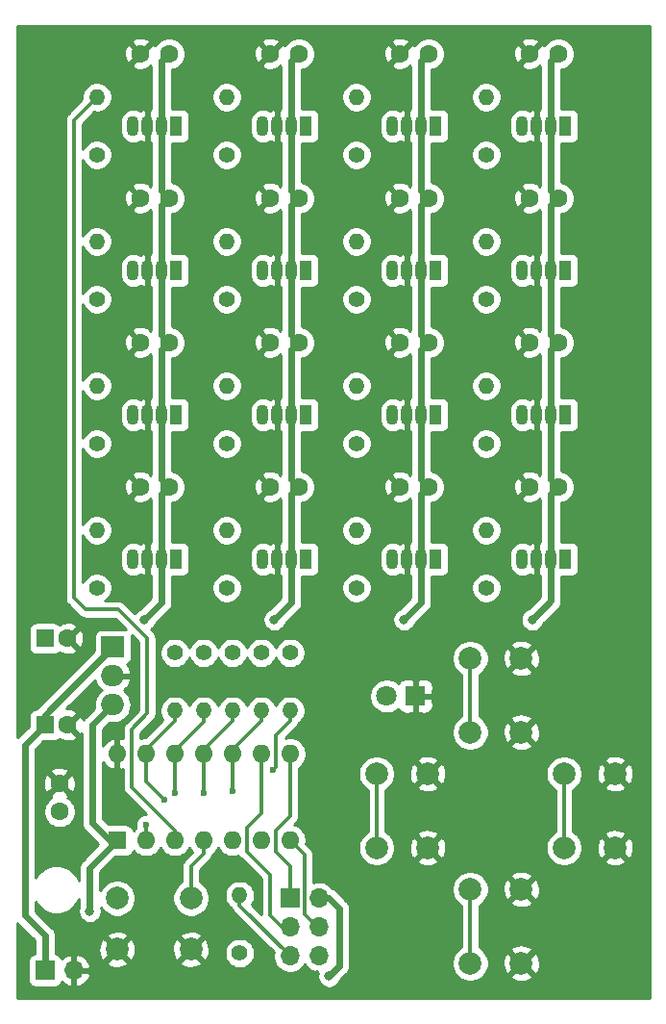
<source format=gbr>
%TF.GenerationSoftware,KiCad,Pcbnew,(5.1.6)-1*%
%TF.CreationDate,2020-09-12T17:49:51+07:00*%
%TF.ProjectId,board2048_ws2812,626f6172-6432-4303-9438-5f7773323831,1*%
%TF.SameCoordinates,Original*%
%TF.FileFunction,Copper,L1,Top*%
%TF.FilePolarity,Positive*%
%FSLAX46Y46*%
G04 Gerber Fmt 4.6, Leading zero omitted, Abs format (unit mm)*
G04 Created by KiCad (PCBNEW (5.1.6)-1) date 2020-09-12 17:49:51*
%MOMM*%
%LPD*%
G01*
G04 APERTURE LIST*
%TA.AperFunction,ComponentPad*%
%ADD10O,2.000000X1.905000*%
%TD*%
%TA.AperFunction,ComponentPad*%
%ADD11R,2.000000X1.905000*%
%TD*%
%TA.AperFunction,ComponentPad*%
%ADD12C,1.800000*%
%TD*%
%TA.AperFunction,ComponentPad*%
%ADD13R,1.800000X1.800000*%
%TD*%
%TA.AperFunction,ComponentPad*%
%ADD14O,1.600000X1.600000*%
%TD*%
%TA.AperFunction,ComponentPad*%
%ADD15R,1.600000X1.600000*%
%TD*%
%TA.AperFunction,ComponentPad*%
%ADD16C,2.000000*%
%TD*%
%TA.AperFunction,ComponentPad*%
%ADD17O,1.400000X1.400000*%
%TD*%
%TA.AperFunction,ComponentPad*%
%ADD18C,1.400000*%
%TD*%
%TA.AperFunction,ComponentPad*%
%ADD19O,1.700000X1.700000*%
%TD*%
%TA.AperFunction,ComponentPad*%
%ADD20R,1.700000X1.700000*%
%TD*%
%TA.AperFunction,ComponentPad*%
%ADD21R,1.070000X1.800000*%
%TD*%
%TA.AperFunction,ComponentPad*%
%ADD22O,1.070000X1.800000*%
%TD*%
%TA.AperFunction,ComponentPad*%
%ADD23C,1.600000*%
%TD*%
%TA.AperFunction,ViaPad*%
%ADD24C,0.800000*%
%TD*%
%TA.AperFunction,ViaPad*%
%ADD25C,0.600000*%
%TD*%
%TA.AperFunction,Conductor*%
%ADD26C,0.600000*%
%TD*%
%TA.AperFunction,Conductor*%
%ADD27C,0.300000*%
%TD*%
%TA.AperFunction,Conductor*%
%ADD28C,0.254000*%
%TD*%
G04 APERTURE END LIST*
D10*
%TO.P,U2,3*%
%TO.N,+5V*%
X169164000Y-85217000D03*
%TO.P,U2,2*%
%TO.N,GND*%
X169164000Y-82677000D03*
D11*
%TO.P,U2,1*%
%TO.N,Net-(BT1-Pad1)*%
X169164000Y-80137000D03*
%TD*%
D12*
%TO.P,D17,2*%
%TO.N,Net-(D17-Pad2)*%
X193294000Y-84455000D03*
D13*
%TO.P,D17,1*%
%TO.N,GND*%
X195834000Y-84455000D03*
%TD*%
D14*
%TO.P,U1,14*%
%TO.N,GND*%
X169545000Y-89535000D03*
%TO.P,U1,7*%
%TO.N,MOSI*%
X184785000Y-97155000D03*
%TO.P,U1,13*%
%TO.N,BTND*%
X172085000Y-89535000D03*
%TO.P,U1,6*%
%TO.N,Net-(U1-Pad6)*%
X182245000Y-97155000D03*
%TO.P,U1,12*%
%TO.N,BTNR*%
X174625000Y-89535000D03*
%TO.P,U1,5*%
%TO.N,Net-(U1-Pad5)*%
X179705000Y-97155000D03*
%TO.P,U1,11*%
%TO.N,BTNL*%
X177165000Y-89535000D03*
%TO.P,U1,4*%
%TO.N,RESET*%
X177165000Y-97155000D03*
%TO.P,U1,10*%
%TO.N,BTNU*%
X179705000Y-89535000D03*
%TO.P,U1,3*%
%TO.N,DIN*%
X174625000Y-97155000D03*
%TO.P,U1,9*%
%TO.N,SCK*%
X182245000Y-89535000D03*
%TO.P,U1,2*%
%TO.N,AXLED*%
X172085000Y-97155000D03*
%TO.P,U1,8*%
%TO.N,MISO*%
X184785000Y-89535000D03*
D15*
%TO.P,U1,1*%
%TO.N,+5V*%
X169545000Y-97155000D03*
%TD*%
D16*
%TO.P,SW5,1*%
%TO.N,RESET*%
X176045000Y-102235000D03*
%TO.P,SW5,2*%
%TO.N,GND*%
X176045000Y-106735000D03*
%TO.P,SW5,1*%
%TO.N,RESET*%
X169545000Y-102235000D03*
%TO.P,SW5,2*%
%TO.N,GND*%
X169545000Y-106735000D03*
%TD*%
%TO.P,SW4,1*%
%TO.N,BTNU*%
X200660000Y-81130000D03*
%TO.P,SW4,2*%
%TO.N,GND*%
X205160000Y-81130000D03*
%TO.P,SW4,1*%
%TO.N,BTNU*%
X200660000Y-87630000D03*
%TO.P,SW4,2*%
%TO.N,GND*%
X205160000Y-87630000D03*
%TD*%
%TO.P,SW3,1*%
%TO.N,BTNR*%
X208915000Y-91290000D03*
%TO.P,SW3,2*%
%TO.N,GND*%
X213415000Y-91290000D03*
%TO.P,SW3,1*%
%TO.N,BTNR*%
X208915000Y-97790000D03*
%TO.P,SW3,2*%
%TO.N,GND*%
X213415000Y-97790000D03*
%TD*%
%TO.P,SW2,1*%
%TO.N,BTNL*%
X192405000Y-91290000D03*
%TO.P,SW2,2*%
%TO.N,GND*%
X196905000Y-91290000D03*
%TO.P,SW2,1*%
%TO.N,BTNL*%
X192405000Y-97790000D03*
%TO.P,SW2,2*%
%TO.N,GND*%
X196905000Y-97790000D03*
%TD*%
%TO.P,SW1,1*%
%TO.N,BTND*%
X200660000Y-101450000D03*
%TO.P,SW1,2*%
%TO.N,GND*%
X205160000Y-101450000D03*
%TO.P,SW1,1*%
%TO.N,BTND*%
X200660000Y-107950000D03*
%TO.P,SW1,2*%
%TO.N,GND*%
X205160000Y-107950000D03*
%TD*%
D17*
%TO.P,R22,2*%
%TO.N,RESET*%
X180340000Y-101981000D03*
D18*
%TO.P,R22,1*%
%TO.N,+5V*%
X180340000Y-107061000D03*
%TD*%
D17*
%TO.P,R21,2*%
%TO.N,BTNU*%
X182245000Y-85725000D03*
D18*
%TO.P,R21,1*%
%TO.N,+5V*%
X182245000Y-80645000D03*
%TD*%
D17*
%TO.P,R20,2*%
%TO.N,BTNR*%
X177165000Y-85725000D03*
D18*
%TO.P,R20,1*%
%TO.N,+5V*%
X177165000Y-80645000D03*
%TD*%
D17*
%TO.P,R19,2*%
%TO.N,BTNL*%
X179705000Y-85725000D03*
D18*
%TO.P,R19,1*%
%TO.N,+5V*%
X179705000Y-80645000D03*
%TD*%
D17*
%TO.P,R18,2*%
%TO.N,AXLED*%
X184785000Y-85725000D03*
D18*
%TO.P,R18,1*%
%TO.N,Net-(D17-Pad2)*%
X184785000Y-80645000D03*
%TD*%
D17*
%TO.P,R17,2*%
%TO.N,BTND*%
X174625000Y-85725000D03*
D18*
%TO.P,R17,1*%
%TO.N,+5V*%
X174625000Y-80645000D03*
%TD*%
%TO.P,R16,1*%
%TO.N,Net-(D16-Pad4)*%
X202057000Y-74930000D03*
D17*
%TO.P,R16,2*%
%TO.N,Net-(D15-Pad1)*%
X202057000Y-69850000D03*
%TD*%
D18*
%TO.P,R15,1*%
%TO.N,Net-(D15-Pad4)*%
X190627000Y-74930000D03*
D17*
%TO.P,R15,2*%
%TO.N,Net-(D14-Pad1)*%
X190627000Y-69850000D03*
%TD*%
D18*
%TO.P,R14,1*%
%TO.N,Net-(D14-Pad4)*%
X179197000Y-74930000D03*
D17*
%TO.P,R14,2*%
%TO.N,Net-(D13-Pad1)*%
X179197000Y-69850000D03*
%TD*%
D18*
%TO.P,R13,1*%
%TO.N,Net-(D13-Pad4)*%
X167767000Y-74930000D03*
D17*
%TO.P,R13,2*%
%TO.N,Net-(D12-Pad1)*%
X167767000Y-69850000D03*
%TD*%
D18*
%TO.P,R12,1*%
%TO.N,Net-(D12-Pad4)*%
X202057000Y-62230000D03*
D17*
%TO.P,R12,2*%
%TO.N,Net-(D11-Pad1)*%
X202057000Y-57150000D03*
%TD*%
D18*
%TO.P,R11,1*%
%TO.N,Net-(D11-Pad4)*%
X190627000Y-62230000D03*
D17*
%TO.P,R11,2*%
%TO.N,Net-(D10-Pad1)*%
X190627000Y-57150000D03*
%TD*%
D18*
%TO.P,R10,1*%
%TO.N,Net-(D10-Pad4)*%
X179197000Y-62230000D03*
D17*
%TO.P,R10,2*%
%TO.N,Net-(D9-Pad1)*%
X179197000Y-57150000D03*
%TD*%
D18*
%TO.P,R9,1*%
%TO.N,Net-(D9-Pad4)*%
X167767000Y-62230000D03*
D17*
%TO.P,R9,2*%
%TO.N,Net-(D8-Pad1)*%
X167767000Y-57150000D03*
%TD*%
D18*
%TO.P,R8,1*%
%TO.N,Net-(D8-Pad4)*%
X202057000Y-49530000D03*
D17*
%TO.P,R8,2*%
%TO.N,Net-(D7-Pad1)*%
X202057000Y-44450000D03*
%TD*%
D18*
%TO.P,R7,1*%
%TO.N,Net-(D7-Pad4)*%
X190627000Y-49530000D03*
D17*
%TO.P,R7,2*%
%TO.N,Net-(D6-Pad1)*%
X190627000Y-44450000D03*
%TD*%
D18*
%TO.P,R6,1*%
%TO.N,Net-(D6-Pad4)*%
X179197000Y-49530000D03*
D17*
%TO.P,R6,2*%
%TO.N,Net-(D5-Pad1)*%
X179197000Y-44450000D03*
%TD*%
D18*
%TO.P,R5,1*%
%TO.N,Net-(D5-Pad4)*%
X167767000Y-49530000D03*
D17*
%TO.P,R5,2*%
%TO.N,Net-(D4-Pad1)*%
X167767000Y-44450000D03*
%TD*%
D18*
%TO.P,R4,1*%
%TO.N,Net-(D4-Pad4)*%
X202057000Y-36830000D03*
D17*
%TO.P,R4,2*%
%TO.N,Net-(D3-Pad1)*%
X202057000Y-31750000D03*
%TD*%
D18*
%TO.P,R3,1*%
%TO.N,Net-(D3-Pad4)*%
X190627000Y-36830000D03*
D17*
%TO.P,R3,2*%
%TO.N,Net-(D2-Pad1)*%
X190627000Y-31750000D03*
%TD*%
D18*
%TO.P,R2,1*%
%TO.N,Net-(D2-Pad4)*%
X179197000Y-36830000D03*
D17*
%TO.P,R2,2*%
%TO.N,Net-(D1-Pad1)*%
X179197000Y-31750000D03*
%TD*%
D18*
%TO.P,R1,1*%
%TO.N,Net-(D1-Pad4)*%
X167767000Y-36830000D03*
D17*
%TO.P,R1,2*%
%TO.N,DIN*%
X167767000Y-31750000D03*
%TD*%
D19*
%TO.P,J1,6*%
%TO.N,GND*%
X187325000Y-107315000D03*
%TO.P,J1,5*%
%TO.N,RESET*%
X184785000Y-107315000D03*
%TO.P,J1,4*%
%TO.N,MOSI*%
X187325000Y-104775000D03*
%TO.P,J1,3*%
%TO.N,SCK*%
X184785000Y-104775000D03*
%TO.P,J1,2*%
%TO.N,+5V*%
X187325000Y-102235000D03*
D20*
%TO.P,J1,1*%
%TO.N,MISO*%
X184785000Y-102235000D03*
%TD*%
D21*
%TO.P,D16,1*%
%TO.N,Net-(D16-Pad1)*%
X209042000Y-72390000D03*
D22*
%TO.P,D16,2*%
%TO.N,+5V*%
X207772000Y-72390000D03*
%TO.P,D16,3*%
%TO.N,GND*%
X206502000Y-72390000D03*
%TO.P,D16,4*%
%TO.N,Net-(D16-Pad4)*%
X205232000Y-72390000D03*
%TD*%
D21*
%TO.P,D15,1*%
%TO.N,Net-(D15-Pad1)*%
X197612000Y-72390000D03*
D22*
%TO.P,D15,2*%
%TO.N,+5V*%
X196342000Y-72390000D03*
%TO.P,D15,3*%
%TO.N,GND*%
X195072000Y-72390000D03*
%TO.P,D15,4*%
%TO.N,Net-(D15-Pad4)*%
X193802000Y-72390000D03*
%TD*%
D21*
%TO.P,D14,1*%
%TO.N,Net-(D14-Pad1)*%
X186182000Y-72390000D03*
D22*
%TO.P,D14,2*%
%TO.N,+5V*%
X184912000Y-72390000D03*
%TO.P,D14,3*%
%TO.N,GND*%
X183642000Y-72390000D03*
%TO.P,D14,4*%
%TO.N,Net-(D14-Pad4)*%
X182372000Y-72390000D03*
%TD*%
D21*
%TO.P,D13,1*%
%TO.N,Net-(D13-Pad1)*%
X174752000Y-72390000D03*
D22*
%TO.P,D13,2*%
%TO.N,+5V*%
X173482000Y-72390000D03*
%TO.P,D13,3*%
%TO.N,GND*%
X172212000Y-72390000D03*
%TO.P,D13,4*%
%TO.N,Net-(D13-Pad4)*%
X170942000Y-72390000D03*
%TD*%
D21*
%TO.P,D12,1*%
%TO.N,Net-(D12-Pad1)*%
X209042000Y-59690000D03*
D22*
%TO.P,D12,2*%
%TO.N,+5V*%
X207772000Y-59690000D03*
%TO.P,D12,3*%
%TO.N,GND*%
X206502000Y-59690000D03*
%TO.P,D12,4*%
%TO.N,Net-(D12-Pad4)*%
X205232000Y-59690000D03*
%TD*%
D21*
%TO.P,D11,1*%
%TO.N,Net-(D11-Pad1)*%
X197612000Y-59690000D03*
D22*
%TO.P,D11,2*%
%TO.N,+5V*%
X196342000Y-59690000D03*
%TO.P,D11,3*%
%TO.N,GND*%
X195072000Y-59690000D03*
%TO.P,D11,4*%
%TO.N,Net-(D11-Pad4)*%
X193802000Y-59690000D03*
%TD*%
D21*
%TO.P,D10,1*%
%TO.N,Net-(D10-Pad1)*%
X186182000Y-59690000D03*
D22*
%TO.P,D10,2*%
%TO.N,+5V*%
X184912000Y-59690000D03*
%TO.P,D10,3*%
%TO.N,GND*%
X183642000Y-59690000D03*
%TO.P,D10,4*%
%TO.N,Net-(D10-Pad4)*%
X182372000Y-59690000D03*
%TD*%
D21*
%TO.P,D9,1*%
%TO.N,Net-(D9-Pad1)*%
X174752000Y-59690000D03*
D22*
%TO.P,D9,2*%
%TO.N,+5V*%
X173482000Y-59690000D03*
%TO.P,D9,3*%
%TO.N,GND*%
X172212000Y-59690000D03*
%TO.P,D9,4*%
%TO.N,Net-(D9-Pad4)*%
X170942000Y-59690000D03*
%TD*%
D21*
%TO.P,D8,1*%
%TO.N,Net-(D8-Pad1)*%
X209042000Y-46990000D03*
D22*
%TO.P,D8,2*%
%TO.N,+5V*%
X207772000Y-46990000D03*
%TO.P,D8,3*%
%TO.N,GND*%
X206502000Y-46990000D03*
%TO.P,D8,4*%
%TO.N,Net-(D8-Pad4)*%
X205232000Y-46990000D03*
%TD*%
D21*
%TO.P,D7,1*%
%TO.N,Net-(D7-Pad1)*%
X197612000Y-46990000D03*
D22*
%TO.P,D7,2*%
%TO.N,+5V*%
X196342000Y-46990000D03*
%TO.P,D7,3*%
%TO.N,GND*%
X195072000Y-46990000D03*
%TO.P,D7,4*%
%TO.N,Net-(D7-Pad4)*%
X193802000Y-46990000D03*
%TD*%
D21*
%TO.P,D6,1*%
%TO.N,Net-(D6-Pad1)*%
X186182000Y-46990000D03*
D22*
%TO.P,D6,2*%
%TO.N,+5V*%
X184912000Y-46990000D03*
%TO.P,D6,3*%
%TO.N,GND*%
X183642000Y-46990000D03*
%TO.P,D6,4*%
%TO.N,Net-(D6-Pad4)*%
X182372000Y-46990000D03*
%TD*%
D21*
%TO.P,D5,1*%
%TO.N,Net-(D5-Pad1)*%
X174752000Y-46990000D03*
D22*
%TO.P,D5,2*%
%TO.N,+5V*%
X173482000Y-46990000D03*
%TO.P,D5,3*%
%TO.N,GND*%
X172212000Y-46990000D03*
%TO.P,D5,4*%
%TO.N,Net-(D5-Pad4)*%
X170942000Y-46990000D03*
%TD*%
D21*
%TO.P,D4,1*%
%TO.N,Net-(D4-Pad1)*%
X209042000Y-34290000D03*
D22*
%TO.P,D4,2*%
%TO.N,+5V*%
X207772000Y-34290000D03*
%TO.P,D4,3*%
%TO.N,GND*%
X206502000Y-34290000D03*
%TO.P,D4,4*%
%TO.N,Net-(D4-Pad4)*%
X205232000Y-34290000D03*
%TD*%
D21*
%TO.P,D3,1*%
%TO.N,Net-(D3-Pad1)*%
X197612000Y-34290000D03*
D22*
%TO.P,D3,2*%
%TO.N,+5V*%
X196342000Y-34290000D03*
%TO.P,D3,3*%
%TO.N,GND*%
X195072000Y-34290000D03*
%TO.P,D3,4*%
%TO.N,Net-(D3-Pad4)*%
X193802000Y-34290000D03*
%TD*%
D21*
%TO.P,D2,1*%
%TO.N,Net-(D2-Pad1)*%
X186182000Y-34290000D03*
D22*
%TO.P,D2,2*%
%TO.N,+5V*%
X184912000Y-34290000D03*
%TO.P,D2,3*%
%TO.N,GND*%
X183642000Y-34290000D03*
%TO.P,D2,4*%
%TO.N,Net-(D2-Pad4)*%
X182372000Y-34290000D03*
%TD*%
D21*
%TO.P,D1,1*%
%TO.N,Net-(D1-Pad1)*%
X174752000Y-34290000D03*
D22*
%TO.P,D1,2*%
%TO.N,+5V*%
X173482000Y-34290000D03*
%TO.P,D1,3*%
%TO.N,GND*%
X172212000Y-34290000D03*
%TO.P,D1,4*%
%TO.N,Net-(D1-Pad4)*%
X170942000Y-34290000D03*
%TD*%
D23*
%TO.P,C19,2*%
%TO.N,GND*%
X165195000Y-79375000D03*
D15*
%TO.P,C19,1*%
%TO.N,+5V*%
X163195000Y-79375000D03*
%TD*%
D23*
%TO.P,C18,2*%
%TO.N,GND*%
X165195000Y-86995000D03*
D15*
%TO.P,C18,1*%
%TO.N,Net-(BT1-Pad1)*%
X163195000Y-86995000D03*
%TD*%
D23*
%TO.P,C17,2*%
%TO.N,GND*%
X164465000Y-92115000D03*
%TO.P,C17,1*%
%TO.N,+5V*%
X164465000Y-94615000D03*
%TD*%
%TO.P,C16,1*%
%TO.N,+5V*%
X208407000Y-66040000D03*
%TO.P,C16,2*%
%TO.N,GND*%
X205907000Y-66040000D03*
%TD*%
%TO.P,C15,1*%
%TO.N,+5V*%
X196977000Y-66040000D03*
%TO.P,C15,2*%
%TO.N,GND*%
X194477000Y-66040000D03*
%TD*%
%TO.P,C14,1*%
%TO.N,+5V*%
X185547000Y-66040000D03*
%TO.P,C14,2*%
%TO.N,GND*%
X183047000Y-66040000D03*
%TD*%
%TO.P,C13,1*%
%TO.N,+5V*%
X174117000Y-66040000D03*
%TO.P,C13,2*%
%TO.N,GND*%
X171617000Y-66040000D03*
%TD*%
%TO.P,C12,1*%
%TO.N,+5V*%
X208407000Y-53340000D03*
%TO.P,C12,2*%
%TO.N,GND*%
X205907000Y-53340000D03*
%TD*%
%TO.P,C11,1*%
%TO.N,+5V*%
X196977000Y-53340000D03*
%TO.P,C11,2*%
%TO.N,GND*%
X194477000Y-53340000D03*
%TD*%
%TO.P,C10,1*%
%TO.N,+5V*%
X185547000Y-53340000D03*
%TO.P,C10,2*%
%TO.N,GND*%
X183047000Y-53340000D03*
%TD*%
%TO.P,C9,1*%
%TO.N,+5V*%
X174117000Y-53340000D03*
%TO.P,C9,2*%
%TO.N,GND*%
X171617000Y-53340000D03*
%TD*%
%TO.P,C8,1*%
%TO.N,+5V*%
X208407000Y-40640000D03*
%TO.P,C8,2*%
%TO.N,GND*%
X205907000Y-40640000D03*
%TD*%
%TO.P,C7,1*%
%TO.N,+5V*%
X196977000Y-40640000D03*
%TO.P,C7,2*%
%TO.N,GND*%
X194477000Y-40640000D03*
%TD*%
%TO.P,C6,1*%
%TO.N,+5V*%
X185547000Y-40640000D03*
%TO.P,C6,2*%
%TO.N,GND*%
X183047000Y-40640000D03*
%TD*%
%TO.P,C5,1*%
%TO.N,+5V*%
X174117000Y-40640000D03*
%TO.P,C5,2*%
%TO.N,GND*%
X171617000Y-40640000D03*
%TD*%
%TO.P,C4,1*%
%TO.N,+5V*%
X208407000Y-27940000D03*
%TO.P,C4,2*%
%TO.N,GND*%
X205907000Y-27940000D03*
%TD*%
%TO.P,C3,1*%
%TO.N,+5V*%
X196977000Y-27940000D03*
%TO.P,C3,2*%
%TO.N,GND*%
X194477000Y-27940000D03*
%TD*%
%TO.P,C2,1*%
%TO.N,+5V*%
X185547000Y-27940000D03*
%TO.P,C2,2*%
%TO.N,GND*%
X183047000Y-27940000D03*
%TD*%
%TO.P,C1,1*%
%TO.N,+5V*%
X174117000Y-27940000D03*
%TO.P,C1,2*%
%TO.N,GND*%
X171617000Y-27940000D03*
%TD*%
D19*
%TO.P,BT1,2*%
%TO.N,GND*%
X165735000Y-108585000D03*
D20*
%TO.P,BT1,1*%
%TO.N,Net-(BT1-Pad1)*%
X163195000Y-108585000D03*
%TD*%
D24*
%TO.N,+5V*%
X167132000Y-103378000D03*
X206121000Y-77724000D03*
X194818000Y-77724000D03*
X183388000Y-77724000D03*
X171958000Y-77724000D03*
X188214000Y-109093000D03*
D25*
%TO.N,BTND*%
X173672500Y-93535500D03*
%TO.N,AXLED*%
X183261000Y-90932000D03*
X172085000Y-95758000D03*
%TO.N,BTNL*%
X177165000Y-92964000D03*
%TO.N,BTNR*%
X174625000Y-92964000D03*
%TO.N,BTNU*%
X179705000Y-92837000D03*
%TD*%
D26*
%TO.N,Net-(BT1-Pad1)*%
X161417000Y-103759000D02*
X161417000Y-88773000D01*
X163195000Y-108585000D02*
X163195000Y-105537000D01*
X161417000Y-88773000D02*
X163195000Y-86995000D01*
X163195000Y-105537000D02*
X161417000Y-103759000D01*
X163195000Y-86106000D02*
X169164000Y-80137000D01*
X163195000Y-86995000D02*
X163195000Y-86106000D01*
%TO.N,+5V*%
X167132000Y-99568000D02*
X169545000Y-97155000D01*
X167132000Y-103378000D02*
X167132000Y-99568000D01*
X173482000Y-66675000D02*
X174117000Y-66040000D01*
X173482000Y-72390000D02*
X173482000Y-66675000D01*
X173482000Y-65405000D02*
X174117000Y-66040000D01*
X173482000Y-59690000D02*
X173482000Y-65405000D01*
X173482000Y-53975000D02*
X174117000Y-53340000D01*
X173482000Y-59690000D02*
X173482000Y-53975000D01*
X173482000Y-52705000D02*
X174117000Y-53340000D01*
X173482000Y-46990000D02*
X173482000Y-52705000D01*
X173482000Y-41275000D02*
X174117000Y-40640000D01*
X173482000Y-46990000D02*
X173482000Y-41275000D01*
X173482000Y-40005000D02*
X174117000Y-40640000D01*
X173482000Y-34290000D02*
X173482000Y-40005000D01*
X173482000Y-28575000D02*
X174117000Y-27940000D01*
X173482000Y-34290000D02*
X173482000Y-28575000D01*
X184912000Y-28575000D02*
X185547000Y-27940000D01*
X184912000Y-34290000D02*
X184912000Y-28575000D01*
X184912000Y-40005000D02*
X185547000Y-40640000D01*
X184912000Y-34290000D02*
X184912000Y-40005000D01*
X184912000Y-41275000D02*
X185547000Y-40640000D01*
X184912000Y-46990000D02*
X184912000Y-41275000D01*
X184912000Y-52705000D02*
X185547000Y-53340000D01*
X184912000Y-46990000D02*
X184912000Y-52705000D01*
X184912000Y-53975000D02*
X185547000Y-53340000D01*
X184912000Y-59690000D02*
X184912000Y-53975000D01*
X184912000Y-65405000D02*
X185547000Y-66040000D01*
X184912000Y-59690000D02*
X184912000Y-65405000D01*
X184912000Y-66675000D02*
X185547000Y-66040000D01*
X184912000Y-72390000D02*
X184912000Y-66675000D01*
X196342000Y-66675000D02*
X196977000Y-66040000D01*
X196342000Y-72390000D02*
X196342000Y-66675000D01*
X196342000Y-65405000D02*
X196977000Y-66040000D01*
X196342000Y-59690000D02*
X196342000Y-65405000D01*
X196342000Y-53975000D02*
X196977000Y-53340000D01*
X196342000Y-59690000D02*
X196342000Y-53975000D01*
X196342000Y-52705000D02*
X196977000Y-53340000D01*
X196342000Y-46990000D02*
X196342000Y-52705000D01*
X196342000Y-41275000D02*
X196977000Y-40640000D01*
X196342000Y-46990000D02*
X196342000Y-41275000D01*
X196342000Y-40005000D02*
X196977000Y-40640000D01*
X196342000Y-34290000D02*
X196342000Y-40005000D01*
X196342000Y-28575000D02*
X196977000Y-27940000D01*
X196342000Y-34290000D02*
X196342000Y-28575000D01*
X207772000Y-28575000D02*
X208407000Y-27940000D01*
X207772000Y-34290000D02*
X207772000Y-28575000D01*
X207772000Y-40005000D02*
X208407000Y-40640000D01*
X207772000Y-34290000D02*
X207772000Y-40005000D01*
X207772000Y-41275000D02*
X208407000Y-40640000D01*
X207772000Y-46990000D02*
X207772000Y-41275000D01*
X207772000Y-52705000D02*
X208407000Y-53340000D01*
X207772000Y-46990000D02*
X207772000Y-52705000D01*
X207772000Y-53975000D02*
X208407000Y-53340000D01*
X207772000Y-59690000D02*
X207772000Y-53975000D01*
X207772000Y-65405000D02*
X208407000Y-66040000D01*
X207772000Y-59690000D02*
X207772000Y-65405000D01*
X207772000Y-66675000D02*
X208407000Y-66040000D01*
X207772000Y-72390000D02*
X207772000Y-66675000D01*
X207772000Y-76073000D02*
X206121000Y-77724000D01*
X207772000Y-72390000D02*
X207772000Y-76073000D01*
X194818000Y-77724000D02*
X196342000Y-76200000D01*
X196342000Y-76200000D02*
X196342000Y-72390000D01*
X184912000Y-76200000D02*
X184912000Y-72390000D01*
X183388000Y-77724000D02*
X184912000Y-76200000D01*
X171958000Y-77724000D02*
X173482000Y-76200000D01*
X173482000Y-76200000D02*
X173482000Y-72390000D01*
X189103000Y-103124000D02*
X188214000Y-102235000D01*
X189103000Y-108204000D02*
X189103000Y-103124000D01*
X188214000Y-102235000D02*
X187325000Y-102235000D01*
X188214000Y-109093000D02*
X189103000Y-108204000D01*
X167386000Y-95631000D02*
X167386000Y-86995000D01*
X169545000Y-97155000D02*
X168910000Y-97155000D01*
X167386000Y-86995000D02*
X169164000Y-85217000D01*
X168910000Y-97155000D02*
X167386000Y-95631000D01*
D27*
%TO.N,RESET*%
X176045000Y-102235000D02*
X176045000Y-99418000D01*
X177165000Y-98298000D02*
X177165000Y-97155000D01*
X176045000Y-99418000D02*
X177165000Y-98298000D01*
X180340000Y-102870000D02*
X180340000Y-101981000D01*
X184785000Y-107315000D02*
X180340000Y-102870000D01*
%TO.N,MOSI*%
X187325000Y-104775000D02*
X187198000Y-104775000D01*
X187198000Y-104775000D02*
X186055000Y-103632000D01*
X186055000Y-98425000D02*
X184785000Y-97155000D01*
X186055000Y-103632000D02*
X186055000Y-98425000D01*
%TO.N,SCK*%
X180975000Y-96012000D02*
X182245000Y-94742000D01*
X184023000Y-104775000D02*
X183007000Y-103759000D01*
X184785000Y-104775000D02*
X184023000Y-104775000D01*
X183007000Y-100203000D02*
X180975000Y-98171000D01*
X182245000Y-94742000D02*
X182245000Y-89535000D01*
X183007000Y-103759000D02*
X183007000Y-100203000D01*
X180975000Y-98171000D02*
X180975000Y-96012000D01*
%TO.N,MISO*%
X184785000Y-102235000D02*
X184785000Y-99441000D01*
X184785000Y-99441000D02*
X183515000Y-98171000D01*
X183515000Y-98171000D02*
X183515000Y-96266000D01*
X184785000Y-94996000D02*
X184785000Y-89535000D01*
X183515000Y-96266000D02*
X184785000Y-94996000D01*
%TO.N,DIN*%
X165735000Y-33782000D02*
X167767000Y-31750000D01*
X165735000Y-75819000D02*
X165735000Y-33782000D01*
X166751000Y-76835000D02*
X165735000Y-75819000D01*
X172212000Y-79375000D02*
X169672000Y-76835000D01*
X174625000Y-96266000D02*
X170815000Y-92456000D01*
X174625000Y-97155000D02*
X174625000Y-96266000D01*
X169672000Y-76835000D02*
X166751000Y-76835000D01*
X170815000Y-92456000D02*
X170815000Y-87376000D01*
X172212000Y-85979000D02*
X172212000Y-79375000D01*
X170815000Y-87376000D02*
X172212000Y-85979000D01*
%TO.N,BTND*%
X172085000Y-89535000D02*
X172085000Y-89154000D01*
X174625000Y-86614000D02*
X174625000Y-85725000D01*
X172085000Y-89154000D02*
X174625000Y-86614000D01*
X200660000Y-101450000D02*
X200660000Y-107950000D01*
X172085000Y-91948000D02*
X172085000Y-89535000D01*
X173672500Y-93535500D02*
X172085000Y-91948000D01*
%TO.N,AXLED*%
X184785000Y-86614000D02*
X184785000Y-85725000D01*
X183515000Y-87884000D02*
X184785000Y-86614000D01*
X183515000Y-90678000D02*
X183515000Y-87884000D01*
X183261000Y-90932000D02*
X183515000Y-90678000D01*
X172085000Y-97155000D02*
X172085000Y-95758000D01*
%TO.N,BTNL*%
X192405000Y-91290000D02*
X192405000Y-97790000D01*
X177165000Y-89535000D02*
X177165000Y-89154000D01*
X179705000Y-86614000D02*
X179705000Y-85725000D01*
X177165000Y-89154000D02*
X179705000Y-86614000D01*
X177165000Y-92964000D02*
X177165000Y-89535000D01*
%TO.N,BTNR*%
X174625000Y-89535000D02*
X174625000Y-89281000D01*
X177165000Y-86741000D02*
X177165000Y-85725000D01*
X174625000Y-89281000D02*
X177165000Y-86741000D01*
X174625000Y-89535000D02*
X174625000Y-92964000D01*
X174625000Y-92964000D02*
X174625000Y-92964000D01*
X208915000Y-91290000D02*
X208915000Y-97790000D01*
%TO.N,BTNU*%
X179705000Y-89535000D02*
X179705000Y-89154000D01*
X182245000Y-86614000D02*
X182245000Y-85725000D01*
X179705000Y-89154000D02*
X182245000Y-86614000D01*
X200660000Y-81130000D02*
X200660000Y-87630000D01*
X179705000Y-92837000D02*
X179705000Y-89535000D01*
%TD*%
D28*
%TO.N,GND*%
G36*
X216435001Y-111025000D02*
G01*
X160755000Y-111025000D01*
X160755000Y-104425268D01*
X160788341Y-104452630D01*
X162260001Y-105924290D01*
X162260000Y-107105299D01*
X162220518Y-107109188D01*
X162100820Y-107145498D01*
X161990506Y-107204463D01*
X161893815Y-107283815D01*
X161814463Y-107380506D01*
X161755498Y-107490820D01*
X161719188Y-107610518D01*
X161706928Y-107735000D01*
X161706928Y-109435000D01*
X161719188Y-109559482D01*
X161755498Y-109679180D01*
X161814463Y-109789494D01*
X161893815Y-109886185D01*
X161990506Y-109965537D01*
X162100820Y-110024502D01*
X162220518Y-110060812D01*
X162345000Y-110073072D01*
X164045000Y-110073072D01*
X164169482Y-110060812D01*
X164289180Y-110024502D01*
X164399494Y-109965537D01*
X164496185Y-109886185D01*
X164575537Y-109789494D01*
X164634502Y-109679180D01*
X164658966Y-109598534D01*
X164734731Y-109682588D01*
X164968080Y-109856641D01*
X165230901Y-109981825D01*
X165378110Y-110026476D01*
X165608000Y-109905155D01*
X165608000Y-108712000D01*
X165862000Y-108712000D01*
X165862000Y-109905155D01*
X166091890Y-110026476D01*
X166239099Y-109981825D01*
X166501920Y-109856641D01*
X166735269Y-109682588D01*
X166930178Y-109466355D01*
X167079157Y-109216252D01*
X167176481Y-108941891D01*
X167055814Y-108712000D01*
X165862000Y-108712000D01*
X165608000Y-108712000D01*
X165588000Y-108712000D01*
X165588000Y-108458000D01*
X165608000Y-108458000D01*
X165608000Y-107264845D01*
X165862000Y-107264845D01*
X165862000Y-108458000D01*
X167055814Y-108458000D01*
X167176481Y-108228109D01*
X167079157Y-107953748D01*
X167029517Y-107870413D01*
X168589192Y-107870413D01*
X168684956Y-108134814D01*
X168974571Y-108275704D01*
X169286108Y-108357384D01*
X169607595Y-108376718D01*
X169926675Y-108332961D01*
X170231088Y-108227795D01*
X170405044Y-108134814D01*
X170500808Y-107870413D01*
X175089192Y-107870413D01*
X175184956Y-108134814D01*
X175474571Y-108275704D01*
X175786108Y-108357384D01*
X176107595Y-108376718D01*
X176426675Y-108332961D01*
X176731088Y-108227795D01*
X176905044Y-108134814D01*
X177000808Y-107870413D01*
X176045000Y-106914605D01*
X175089192Y-107870413D01*
X170500808Y-107870413D01*
X169545000Y-106914605D01*
X168589192Y-107870413D01*
X167029517Y-107870413D01*
X166930178Y-107703645D01*
X166735269Y-107487412D01*
X166501920Y-107313359D01*
X166239099Y-107188175D01*
X166091890Y-107143524D01*
X165862000Y-107264845D01*
X165608000Y-107264845D01*
X165378110Y-107143524D01*
X165230901Y-107188175D01*
X164968080Y-107313359D01*
X164734731Y-107487412D01*
X164658966Y-107571466D01*
X164634502Y-107490820D01*
X164575537Y-107380506D01*
X164496185Y-107283815D01*
X164399494Y-107204463D01*
X164289180Y-107145498D01*
X164169482Y-107109188D01*
X164130000Y-107105299D01*
X164130000Y-106797595D01*
X167903282Y-106797595D01*
X167947039Y-107116675D01*
X168052205Y-107421088D01*
X168145186Y-107595044D01*
X168409587Y-107690808D01*
X169365395Y-106735000D01*
X169724605Y-106735000D01*
X170680413Y-107690808D01*
X170944814Y-107595044D01*
X171085704Y-107305429D01*
X171167384Y-106993892D01*
X171179189Y-106797595D01*
X174403282Y-106797595D01*
X174447039Y-107116675D01*
X174552205Y-107421088D01*
X174645186Y-107595044D01*
X174909587Y-107690808D01*
X175865395Y-106735000D01*
X176224605Y-106735000D01*
X177180413Y-107690808D01*
X177444814Y-107595044D01*
X177585704Y-107305429D01*
X177667384Y-106993892D01*
X177671255Y-106929514D01*
X179005000Y-106929514D01*
X179005000Y-107192486D01*
X179056304Y-107450405D01*
X179156939Y-107693359D01*
X179303038Y-107912013D01*
X179488987Y-108097962D01*
X179707641Y-108244061D01*
X179950595Y-108344696D01*
X180208514Y-108396000D01*
X180471486Y-108396000D01*
X180729405Y-108344696D01*
X180972359Y-108244061D01*
X181191013Y-108097962D01*
X181376962Y-107912013D01*
X181523061Y-107693359D01*
X181623696Y-107450405D01*
X181675000Y-107192486D01*
X181675000Y-106929514D01*
X181623696Y-106671595D01*
X181523061Y-106428641D01*
X181376962Y-106209987D01*
X181191013Y-106024038D01*
X180972359Y-105877939D01*
X180729405Y-105777304D01*
X180471486Y-105726000D01*
X180208514Y-105726000D01*
X179950595Y-105777304D01*
X179707641Y-105877939D01*
X179488987Y-106024038D01*
X179303038Y-106209987D01*
X179156939Y-106428641D01*
X179056304Y-106671595D01*
X179005000Y-106929514D01*
X177671255Y-106929514D01*
X177686718Y-106672405D01*
X177642961Y-106353325D01*
X177537795Y-106048912D01*
X177444814Y-105874956D01*
X177180413Y-105779192D01*
X176224605Y-106735000D01*
X175865395Y-106735000D01*
X174909587Y-105779192D01*
X174645186Y-105874956D01*
X174504296Y-106164571D01*
X174422616Y-106476108D01*
X174403282Y-106797595D01*
X171179189Y-106797595D01*
X171186718Y-106672405D01*
X171142961Y-106353325D01*
X171037795Y-106048912D01*
X170944814Y-105874956D01*
X170680413Y-105779192D01*
X169724605Y-106735000D01*
X169365395Y-106735000D01*
X168409587Y-105779192D01*
X168145186Y-105874956D01*
X168004296Y-106164571D01*
X167922616Y-106476108D01*
X167903282Y-106797595D01*
X164130000Y-106797595D01*
X164130000Y-105599587D01*
X168589192Y-105599587D01*
X169545000Y-106555395D01*
X170500808Y-105599587D01*
X175089192Y-105599587D01*
X176045000Y-106555395D01*
X177000808Y-105599587D01*
X176905044Y-105335186D01*
X176615429Y-105194296D01*
X176303892Y-105112616D01*
X175982405Y-105093282D01*
X175663325Y-105137039D01*
X175358912Y-105242205D01*
X175184956Y-105335186D01*
X175089192Y-105599587D01*
X170500808Y-105599587D01*
X170405044Y-105335186D01*
X170115429Y-105194296D01*
X169803892Y-105112616D01*
X169482405Y-105093282D01*
X169163325Y-105137039D01*
X168858912Y-105242205D01*
X168684956Y-105335186D01*
X168589192Y-105599587D01*
X164130000Y-105599587D01*
X164130000Y-105582935D01*
X164134524Y-105537000D01*
X164116472Y-105353708D01*
X164063007Y-105177459D01*
X164018013Y-105093282D01*
X163976186Y-105015028D01*
X163859344Y-104872656D01*
X163823659Y-104843370D01*
X162352000Y-103371711D01*
X162352000Y-102533708D01*
X162552637Y-102833983D01*
X162850017Y-103131363D01*
X163199698Y-103365012D01*
X163588244Y-103525953D01*
X164000721Y-103608000D01*
X164421279Y-103608000D01*
X164833756Y-103525953D01*
X165222302Y-103365012D01*
X165571983Y-103131363D01*
X165869363Y-102833983D01*
X166103012Y-102484302D01*
X166197000Y-102257394D01*
X166197000Y-102930704D01*
X166136774Y-103076102D01*
X166097000Y-103276061D01*
X166097000Y-103479939D01*
X166136774Y-103679898D01*
X166214795Y-103868256D01*
X166328063Y-104037774D01*
X166472226Y-104181937D01*
X166641744Y-104295205D01*
X166830102Y-104373226D01*
X167030061Y-104413000D01*
X167233939Y-104413000D01*
X167433898Y-104373226D01*
X167622256Y-104295205D01*
X167791774Y-104181937D01*
X167935937Y-104037774D01*
X168049205Y-103868256D01*
X168127226Y-103679898D01*
X168167000Y-103479939D01*
X168167000Y-103276061D01*
X168127226Y-103076102D01*
X168105398Y-103023406D01*
X168275013Y-103277252D01*
X168502748Y-103504987D01*
X168770537Y-103683918D01*
X169068088Y-103807168D01*
X169383967Y-103870000D01*
X169706033Y-103870000D01*
X170021912Y-103807168D01*
X170319463Y-103683918D01*
X170587252Y-103504987D01*
X170814987Y-103277252D01*
X170993918Y-103009463D01*
X171117168Y-102711912D01*
X171180000Y-102396033D01*
X171180000Y-102073967D01*
X171117168Y-101758088D01*
X170993918Y-101460537D01*
X170814987Y-101192748D01*
X170587252Y-100965013D01*
X170319463Y-100786082D01*
X170021912Y-100662832D01*
X169706033Y-100600000D01*
X169383967Y-100600000D01*
X169068088Y-100662832D01*
X168770537Y-100786082D01*
X168502748Y-100965013D01*
X168275013Y-101192748D01*
X168096082Y-101460537D01*
X168067000Y-101530747D01*
X168067000Y-99955289D01*
X169429218Y-98593072D01*
X170345000Y-98593072D01*
X170469482Y-98580812D01*
X170589180Y-98544502D01*
X170699494Y-98485537D01*
X170796185Y-98406185D01*
X170875537Y-98309494D01*
X170934502Y-98199180D01*
X170970812Y-98079482D01*
X170971643Y-98071039D01*
X171170241Y-98269637D01*
X171405273Y-98426680D01*
X171666426Y-98534853D01*
X171943665Y-98590000D01*
X172226335Y-98590000D01*
X172503574Y-98534853D01*
X172764727Y-98426680D01*
X172999759Y-98269637D01*
X173199637Y-98069759D01*
X173355000Y-97837241D01*
X173510363Y-98069759D01*
X173710241Y-98269637D01*
X173945273Y-98426680D01*
X174206426Y-98534853D01*
X174483665Y-98590000D01*
X174766335Y-98590000D01*
X175043574Y-98534853D01*
X175304727Y-98426680D01*
X175539759Y-98269637D01*
X175739637Y-98069759D01*
X175895000Y-97837241D01*
X176050363Y-98069759D01*
X176166723Y-98186119D01*
X175517185Y-98835658D01*
X175487237Y-98860236D01*
X175462659Y-98890184D01*
X175462655Y-98890188D01*
X175433747Y-98925413D01*
X175389139Y-98979767D01*
X175364024Y-99026754D01*
X175316246Y-99116141D01*
X175271359Y-99264114D01*
X175256203Y-99418000D01*
X175260001Y-99456563D01*
X175260001Y-100793122D01*
X175002748Y-100965013D01*
X174775013Y-101192748D01*
X174596082Y-101460537D01*
X174472832Y-101758088D01*
X174410000Y-102073967D01*
X174410000Y-102396033D01*
X174472832Y-102711912D01*
X174596082Y-103009463D01*
X174775013Y-103277252D01*
X175002748Y-103504987D01*
X175270537Y-103683918D01*
X175568088Y-103807168D01*
X175883967Y-103870000D01*
X176206033Y-103870000D01*
X176521912Y-103807168D01*
X176819463Y-103683918D01*
X177087252Y-103504987D01*
X177314987Y-103277252D01*
X177493918Y-103009463D01*
X177617168Y-102711912D01*
X177680000Y-102396033D01*
X177680000Y-102073967D01*
X177617168Y-101758088D01*
X177493918Y-101460537D01*
X177314987Y-101192748D01*
X177087252Y-100965013D01*
X176830000Y-100793123D01*
X176830000Y-99743157D01*
X177692817Y-98880341D01*
X177722764Y-98855764D01*
X177820862Y-98736233D01*
X177893754Y-98599860D01*
X177918357Y-98518754D01*
X177938641Y-98451888D01*
X177947649Y-98360429D01*
X177947915Y-98357732D01*
X178079759Y-98269637D01*
X178279637Y-98069759D01*
X178435000Y-97837241D01*
X178590363Y-98069759D01*
X178790241Y-98269637D01*
X179025273Y-98426680D01*
X179286426Y-98534853D01*
X179563665Y-98590000D01*
X179846335Y-98590000D01*
X180123574Y-98534853D01*
X180251139Y-98482014D01*
X180319138Y-98609232D01*
X180417236Y-98728764D01*
X180447190Y-98753347D01*
X182222001Y-100528159D01*
X182222000Y-103641843D01*
X181391064Y-102810907D01*
X181523061Y-102613359D01*
X181623696Y-102370405D01*
X181675000Y-102112486D01*
X181675000Y-101849514D01*
X181623696Y-101591595D01*
X181523061Y-101348641D01*
X181376962Y-101129987D01*
X181191013Y-100944038D01*
X180972359Y-100797939D01*
X180729405Y-100697304D01*
X180471486Y-100646000D01*
X180208514Y-100646000D01*
X179950595Y-100697304D01*
X179707641Y-100797939D01*
X179488987Y-100944038D01*
X179303038Y-101129987D01*
X179156939Y-101348641D01*
X179056304Y-101591595D01*
X179005000Y-101849514D01*
X179005000Y-102112486D01*
X179056304Y-102370405D01*
X179156939Y-102613359D01*
X179303038Y-102832013D01*
X179488987Y-103017962D01*
X179583774Y-103081296D01*
X179611246Y-103171859D01*
X179684138Y-103308232D01*
X179782236Y-103427764D01*
X179812190Y-103452347D01*
X183337924Y-106978082D01*
X183300000Y-107168740D01*
X183300000Y-107461260D01*
X183357068Y-107748158D01*
X183469010Y-108018411D01*
X183631525Y-108261632D01*
X183838368Y-108468475D01*
X184081589Y-108630990D01*
X184351842Y-108742932D01*
X184638740Y-108800000D01*
X184931260Y-108800000D01*
X185218158Y-108742932D01*
X185488411Y-108630990D01*
X185731632Y-108468475D01*
X185938475Y-108261632D01*
X186056100Y-108085594D01*
X186227412Y-108315269D01*
X186443645Y-108510178D01*
X186693748Y-108659157D01*
X186968109Y-108756481D01*
X187197998Y-108635815D01*
X187197998Y-108800000D01*
X187217004Y-108800000D01*
X187179000Y-108991061D01*
X187179000Y-109194939D01*
X187218774Y-109394898D01*
X187296795Y-109583256D01*
X187410063Y-109752774D01*
X187554226Y-109896937D01*
X187723744Y-110010205D01*
X187912102Y-110088226D01*
X188112061Y-110128000D01*
X188315939Y-110128000D01*
X188515898Y-110088226D01*
X188704256Y-110010205D01*
X188873774Y-109896937D01*
X189017937Y-109752774D01*
X189131205Y-109583256D01*
X189191431Y-109437858D01*
X189731660Y-108897629D01*
X189767344Y-108868344D01*
X189884186Y-108725972D01*
X189971007Y-108563540D01*
X190024471Y-108387292D01*
X190038000Y-108249932D01*
X190038000Y-108249931D01*
X190042524Y-108204000D01*
X190038000Y-108158068D01*
X190038000Y-103169932D01*
X190042524Y-103124000D01*
X190024471Y-102940708D01*
X190009350Y-102890862D01*
X189971007Y-102764460D01*
X189884186Y-102602028D01*
X189767344Y-102459656D01*
X189731659Y-102430370D01*
X188907630Y-101606341D01*
X188878344Y-101570656D01*
X188735972Y-101453814D01*
X188573540Y-101366993D01*
X188520199Y-101350812D01*
X188478876Y-101288967D01*
X199025000Y-101288967D01*
X199025000Y-101611033D01*
X199087832Y-101926912D01*
X199211082Y-102224463D01*
X199390013Y-102492252D01*
X199617748Y-102719987D01*
X199875000Y-102891878D01*
X199875001Y-106508122D01*
X199617748Y-106680013D01*
X199390013Y-106907748D01*
X199211082Y-107175537D01*
X199087832Y-107473088D01*
X199025000Y-107788967D01*
X199025000Y-108111033D01*
X199087832Y-108426912D01*
X199211082Y-108724463D01*
X199390013Y-108992252D01*
X199617748Y-109219987D01*
X199885537Y-109398918D01*
X200183088Y-109522168D01*
X200498967Y-109585000D01*
X200821033Y-109585000D01*
X201136912Y-109522168D01*
X201434463Y-109398918D01*
X201702252Y-109219987D01*
X201836826Y-109085413D01*
X204204192Y-109085413D01*
X204299956Y-109349814D01*
X204589571Y-109490704D01*
X204901108Y-109572384D01*
X205222595Y-109591718D01*
X205541675Y-109547961D01*
X205846088Y-109442795D01*
X206020044Y-109349814D01*
X206115808Y-109085413D01*
X205160000Y-108129605D01*
X204204192Y-109085413D01*
X201836826Y-109085413D01*
X201929987Y-108992252D01*
X202108918Y-108724463D01*
X202232168Y-108426912D01*
X202295000Y-108111033D01*
X202295000Y-108012595D01*
X203518282Y-108012595D01*
X203562039Y-108331675D01*
X203667205Y-108636088D01*
X203760186Y-108810044D01*
X204024587Y-108905808D01*
X204980395Y-107950000D01*
X205339605Y-107950000D01*
X206295413Y-108905808D01*
X206559814Y-108810044D01*
X206700704Y-108520429D01*
X206782384Y-108208892D01*
X206801718Y-107887405D01*
X206757961Y-107568325D01*
X206652795Y-107263912D01*
X206559814Y-107089956D01*
X206295413Y-106994192D01*
X205339605Y-107950000D01*
X204980395Y-107950000D01*
X204024587Y-106994192D01*
X203760186Y-107089956D01*
X203619296Y-107379571D01*
X203537616Y-107691108D01*
X203518282Y-108012595D01*
X202295000Y-108012595D01*
X202295000Y-107788967D01*
X202232168Y-107473088D01*
X202108918Y-107175537D01*
X201929987Y-106907748D01*
X201836826Y-106814587D01*
X204204192Y-106814587D01*
X205160000Y-107770395D01*
X206115808Y-106814587D01*
X206020044Y-106550186D01*
X205730429Y-106409296D01*
X205418892Y-106327616D01*
X205097405Y-106308282D01*
X204778325Y-106352039D01*
X204473912Y-106457205D01*
X204299956Y-106550186D01*
X204204192Y-106814587D01*
X201836826Y-106814587D01*
X201702252Y-106680013D01*
X201445000Y-106508123D01*
X201445000Y-102891877D01*
X201702252Y-102719987D01*
X201836826Y-102585413D01*
X204204192Y-102585413D01*
X204299956Y-102849814D01*
X204589571Y-102990704D01*
X204901108Y-103072384D01*
X205222595Y-103091718D01*
X205541675Y-103047961D01*
X205846088Y-102942795D01*
X206020044Y-102849814D01*
X206115808Y-102585413D01*
X205160000Y-101629605D01*
X204204192Y-102585413D01*
X201836826Y-102585413D01*
X201929987Y-102492252D01*
X202108918Y-102224463D01*
X202232168Y-101926912D01*
X202295000Y-101611033D01*
X202295000Y-101512595D01*
X203518282Y-101512595D01*
X203562039Y-101831675D01*
X203667205Y-102136088D01*
X203760186Y-102310044D01*
X204024587Y-102405808D01*
X204980395Y-101450000D01*
X205339605Y-101450000D01*
X206295413Y-102405808D01*
X206559814Y-102310044D01*
X206700704Y-102020429D01*
X206782384Y-101708892D01*
X206801718Y-101387405D01*
X206757961Y-101068325D01*
X206652795Y-100763912D01*
X206559814Y-100589956D01*
X206295413Y-100494192D01*
X205339605Y-101450000D01*
X204980395Y-101450000D01*
X204024587Y-100494192D01*
X203760186Y-100589956D01*
X203619296Y-100879571D01*
X203537616Y-101191108D01*
X203518282Y-101512595D01*
X202295000Y-101512595D01*
X202295000Y-101288967D01*
X202232168Y-100973088D01*
X202108918Y-100675537D01*
X201929987Y-100407748D01*
X201836826Y-100314587D01*
X204204192Y-100314587D01*
X205160000Y-101270395D01*
X206115808Y-100314587D01*
X206020044Y-100050186D01*
X205730429Y-99909296D01*
X205418892Y-99827616D01*
X205097405Y-99808282D01*
X204778325Y-99852039D01*
X204473912Y-99957205D01*
X204299956Y-100050186D01*
X204204192Y-100314587D01*
X201836826Y-100314587D01*
X201702252Y-100180013D01*
X201434463Y-100001082D01*
X201136912Y-99877832D01*
X200821033Y-99815000D01*
X200498967Y-99815000D01*
X200183088Y-99877832D01*
X199885537Y-100001082D01*
X199617748Y-100180013D01*
X199390013Y-100407748D01*
X199211082Y-100675537D01*
X199087832Y-100973088D01*
X199025000Y-101288967D01*
X188478876Y-101288967D01*
X188478475Y-101288368D01*
X188271632Y-101081525D01*
X188028411Y-100919010D01*
X187758158Y-100807068D01*
X187471260Y-100750000D01*
X187178740Y-100750000D01*
X186891842Y-100807068D01*
X186840000Y-100828542D01*
X186840000Y-98463552D01*
X186843797Y-98424999D01*
X186840000Y-98386446D01*
X186840000Y-98386439D01*
X186828641Y-98271113D01*
X186828194Y-98269637D01*
X186818194Y-98236672D01*
X186783754Y-98123140D01*
X186710862Y-97986767D01*
X186612764Y-97867236D01*
X186582815Y-97842658D01*
X186189554Y-97449396D01*
X186220000Y-97296335D01*
X186220000Y-97013665D01*
X186164853Y-96736426D01*
X186056680Y-96475273D01*
X185899637Y-96240241D01*
X185699759Y-96040363D01*
X185464727Y-95883320D01*
X185203574Y-95775147D01*
X185130539Y-95760619D01*
X185312817Y-95578341D01*
X185342764Y-95553764D01*
X185374052Y-95515641D01*
X185391450Y-95494441D01*
X185440862Y-95434233D01*
X185513754Y-95297860D01*
X185558641Y-95149887D01*
X185570000Y-95034561D01*
X185570000Y-95034554D01*
X185573797Y-94996001D01*
X185570000Y-94957448D01*
X185570000Y-91128967D01*
X190770000Y-91128967D01*
X190770000Y-91451033D01*
X190832832Y-91766912D01*
X190956082Y-92064463D01*
X191135013Y-92332252D01*
X191362748Y-92559987D01*
X191620000Y-92731878D01*
X191620001Y-96348122D01*
X191362748Y-96520013D01*
X191135013Y-96747748D01*
X190956082Y-97015537D01*
X190832832Y-97313088D01*
X190770000Y-97628967D01*
X190770000Y-97951033D01*
X190832832Y-98266912D01*
X190956082Y-98564463D01*
X191135013Y-98832252D01*
X191362748Y-99059987D01*
X191630537Y-99238918D01*
X191928088Y-99362168D01*
X192243967Y-99425000D01*
X192566033Y-99425000D01*
X192881912Y-99362168D01*
X193179463Y-99238918D01*
X193447252Y-99059987D01*
X193581826Y-98925413D01*
X195949192Y-98925413D01*
X196044956Y-99189814D01*
X196334571Y-99330704D01*
X196646108Y-99412384D01*
X196967595Y-99431718D01*
X197286675Y-99387961D01*
X197591088Y-99282795D01*
X197765044Y-99189814D01*
X197860808Y-98925413D01*
X196905000Y-97969605D01*
X195949192Y-98925413D01*
X193581826Y-98925413D01*
X193674987Y-98832252D01*
X193853918Y-98564463D01*
X193977168Y-98266912D01*
X194040000Y-97951033D01*
X194040000Y-97852595D01*
X195263282Y-97852595D01*
X195307039Y-98171675D01*
X195412205Y-98476088D01*
X195505186Y-98650044D01*
X195769587Y-98745808D01*
X196725395Y-97790000D01*
X197084605Y-97790000D01*
X198040413Y-98745808D01*
X198304814Y-98650044D01*
X198445704Y-98360429D01*
X198527384Y-98048892D01*
X198546718Y-97727405D01*
X198502961Y-97408325D01*
X198397795Y-97103912D01*
X198304814Y-96929956D01*
X198040413Y-96834192D01*
X197084605Y-97790000D01*
X196725395Y-97790000D01*
X195769587Y-96834192D01*
X195505186Y-96929956D01*
X195364296Y-97219571D01*
X195282616Y-97531108D01*
X195263282Y-97852595D01*
X194040000Y-97852595D01*
X194040000Y-97628967D01*
X193977168Y-97313088D01*
X193853918Y-97015537D01*
X193674987Y-96747748D01*
X193581826Y-96654587D01*
X195949192Y-96654587D01*
X196905000Y-97610395D01*
X197860808Y-96654587D01*
X197765044Y-96390186D01*
X197475429Y-96249296D01*
X197163892Y-96167616D01*
X196842405Y-96148282D01*
X196523325Y-96192039D01*
X196218912Y-96297205D01*
X196044956Y-96390186D01*
X195949192Y-96654587D01*
X193581826Y-96654587D01*
X193447252Y-96520013D01*
X193190000Y-96348123D01*
X193190000Y-92731877D01*
X193447252Y-92559987D01*
X193581826Y-92425413D01*
X195949192Y-92425413D01*
X196044956Y-92689814D01*
X196334571Y-92830704D01*
X196646108Y-92912384D01*
X196967595Y-92931718D01*
X197286675Y-92887961D01*
X197591088Y-92782795D01*
X197765044Y-92689814D01*
X197860808Y-92425413D01*
X196905000Y-91469605D01*
X195949192Y-92425413D01*
X193581826Y-92425413D01*
X193674987Y-92332252D01*
X193853918Y-92064463D01*
X193977168Y-91766912D01*
X194040000Y-91451033D01*
X194040000Y-91352595D01*
X195263282Y-91352595D01*
X195307039Y-91671675D01*
X195412205Y-91976088D01*
X195505186Y-92150044D01*
X195769587Y-92245808D01*
X196725395Y-91290000D01*
X197084605Y-91290000D01*
X198040413Y-92245808D01*
X198304814Y-92150044D01*
X198445704Y-91860429D01*
X198527384Y-91548892D01*
X198546718Y-91227405D01*
X198533219Y-91128967D01*
X207280000Y-91128967D01*
X207280000Y-91451033D01*
X207342832Y-91766912D01*
X207466082Y-92064463D01*
X207645013Y-92332252D01*
X207872748Y-92559987D01*
X208130000Y-92731878D01*
X208130001Y-96348122D01*
X207872748Y-96520013D01*
X207645013Y-96747748D01*
X207466082Y-97015537D01*
X207342832Y-97313088D01*
X207280000Y-97628967D01*
X207280000Y-97951033D01*
X207342832Y-98266912D01*
X207466082Y-98564463D01*
X207645013Y-98832252D01*
X207872748Y-99059987D01*
X208140537Y-99238918D01*
X208438088Y-99362168D01*
X208753967Y-99425000D01*
X209076033Y-99425000D01*
X209391912Y-99362168D01*
X209689463Y-99238918D01*
X209957252Y-99059987D01*
X210091826Y-98925413D01*
X212459192Y-98925413D01*
X212554956Y-99189814D01*
X212844571Y-99330704D01*
X213156108Y-99412384D01*
X213477595Y-99431718D01*
X213796675Y-99387961D01*
X214101088Y-99282795D01*
X214275044Y-99189814D01*
X214370808Y-98925413D01*
X213415000Y-97969605D01*
X212459192Y-98925413D01*
X210091826Y-98925413D01*
X210184987Y-98832252D01*
X210363918Y-98564463D01*
X210487168Y-98266912D01*
X210550000Y-97951033D01*
X210550000Y-97852595D01*
X211773282Y-97852595D01*
X211817039Y-98171675D01*
X211922205Y-98476088D01*
X212015186Y-98650044D01*
X212279587Y-98745808D01*
X213235395Y-97790000D01*
X213594605Y-97790000D01*
X214550413Y-98745808D01*
X214814814Y-98650044D01*
X214955704Y-98360429D01*
X215037384Y-98048892D01*
X215056718Y-97727405D01*
X215012961Y-97408325D01*
X214907795Y-97103912D01*
X214814814Y-96929956D01*
X214550413Y-96834192D01*
X213594605Y-97790000D01*
X213235395Y-97790000D01*
X212279587Y-96834192D01*
X212015186Y-96929956D01*
X211874296Y-97219571D01*
X211792616Y-97531108D01*
X211773282Y-97852595D01*
X210550000Y-97852595D01*
X210550000Y-97628967D01*
X210487168Y-97313088D01*
X210363918Y-97015537D01*
X210184987Y-96747748D01*
X210091826Y-96654587D01*
X212459192Y-96654587D01*
X213415000Y-97610395D01*
X214370808Y-96654587D01*
X214275044Y-96390186D01*
X213985429Y-96249296D01*
X213673892Y-96167616D01*
X213352405Y-96148282D01*
X213033325Y-96192039D01*
X212728912Y-96297205D01*
X212554956Y-96390186D01*
X212459192Y-96654587D01*
X210091826Y-96654587D01*
X209957252Y-96520013D01*
X209700000Y-96348123D01*
X209700000Y-92731877D01*
X209957252Y-92559987D01*
X210091826Y-92425413D01*
X212459192Y-92425413D01*
X212554956Y-92689814D01*
X212844571Y-92830704D01*
X213156108Y-92912384D01*
X213477595Y-92931718D01*
X213796675Y-92887961D01*
X214101088Y-92782795D01*
X214275044Y-92689814D01*
X214370808Y-92425413D01*
X213415000Y-91469605D01*
X212459192Y-92425413D01*
X210091826Y-92425413D01*
X210184987Y-92332252D01*
X210363918Y-92064463D01*
X210487168Y-91766912D01*
X210550000Y-91451033D01*
X210550000Y-91352595D01*
X211773282Y-91352595D01*
X211817039Y-91671675D01*
X211922205Y-91976088D01*
X212015186Y-92150044D01*
X212279587Y-92245808D01*
X213235395Y-91290000D01*
X213594605Y-91290000D01*
X214550413Y-92245808D01*
X214814814Y-92150044D01*
X214955704Y-91860429D01*
X215037384Y-91548892D01*
X215056718Y-91227405D01*
X215012961Y-90908325D01*
X214907795Y-90603912D01*
X214814814Y-90429956D01*
X214550413Y-90334192D01*
X213594605Y-91290000D01*
X213235395Y-91290000D01*
X212279587Y-90334192D01*
X212015186Y-90429956D01*
X211874296Y-90719571D01*
X211792616Y-91031108D01*
X211773282Y-91352595D01*
X210550000Y-91352595D01*
X210550000Y-91128967D01*
X210487168Y-90813088D01*
X210363918Y-90515537D01*
X210184987Y-90247748D01*
X210091826Y-90154587D01*
X212459192Y-90154587D01*
X213415000Y-91110395D01*
X214370808Y-90154587D01*
X214275044Y-89890186D01*
X213985429Y-89749296D01*
X213673892Y-89667616D01*
X213352405Y-89648282D01*
X213033325Y-89692039D01*
X212728912Y-89797205D01*
X212554956Y-89890186D01*
X212459192Y-90154587D01*
X210091826Y-90154587D01*
X209957252Y-90020013D01*
X209689463Y-89841082D01*
X209391912Y-89717832D01*
X209076033Y-89655000D01*
X208753967Y-89655000D01*
X208438088Y-89717832D01*
X208140537Y-89841082D01*
X207872748Y-90020013D01*
X207645013Y-90247748D01*
X207466082Y-90515537D01*
X207342832Y-90813088D01*
X207280000Y-91128967D01*
X198533219Y-91128967D01*
X198502961Y-90908325D01*
X198397795Y-90603912D01*
X198304814Y-90429956D01*
X198040413Y-90334192D01*
X197084605Y-91290000D01*
X196725395Y-91290000D01*
X195769587Y-90334192D01*
X195505186Y-90429956D01*
X195364296Y-90719571D01*
X195282616Y-91031108D01*
X195263282Y-91352595D01*
X194040000Y-91352595D01*
X194040000Y-91128967D01*
X193977168Y-90813088D01*
X193853918Y-90515537D01*
X193674987Y-90247748D01*
X193581826Y-90154587D01*
X195949192Y-90154587D01*
X196905000Y-91110395D01*
X197860808Y-90154587D01*
X197765044Y-89890186D01*
X197475429Y-89749296D01*
X197163892Y-89667616D01*
X196842405Y-89648282D01*
X196523325Y-89692039D01*
X196218912Y-89797205D01*
X196044956Y-89890186D01*
X195949192Y-90154587D01*
X193581826Y-90154587D01*
X193447252Y-90020013D01*
X193179463Y-89841082D01*
X192881912Y-89717832D01*
X192566033Y-89655000D01*
X192243967Y-89655000D01*
X191928088Y-89717832D01*
X191630537Y-89841082D01*
X191362748Y-90020013D01*
X191135013Y-90247748D01*
X190956082Y-90515537D01*
X190832832Y-90813088D01*
X190770000Y-91128967D01*
X185570000Y-91128967D01*
X185570000Y-90736339D01*
X185699759Y-90649637D01*
X185899637Y-90449759D01*
X186056680Y-90214727D01*
X186164853Y-89953574D01*
X186220000Y-89676335D01*
X186220000Y-89393665D01*
X186164853Y-89116426D01*
X186056680Y-88855273D01*
X185899637Y-88620241D01*
X185699759Y-88420363D01*
X185464727Y-88263320D01*
X185203574Y-88155147D01*
X184926335Y-88100000D01*
X184643665Y-88100000D01*
X184366426Y-88155147D01*
X184345231Y-88163926D01*
X185312817Y-87196341D01*
X185342764Y-87171764D01*
X185440862Y-87052233D01*
X185513754Y-86915860D01*
X185541226Y-86825296D01*
X185636013Y-86761962D01*
X185821962Y-86576013D01*
X185968061Y-86357359D01*
X186068696Y-86114405D01*
X186120000Y-85856486D01*
X186120000Y-85593514D01*
X186068696Y-85335595D01*
X185968061Y-85092641D01*
X185821962Y-84873987D01*
X185636013Y-84688038D01*
X185417359Y-84541939D01*
X185174405Y-84441304D01*
X184916486Y-84390000D01*
X184653514Y-84390000D01*
X184395595Y-84441304D01*
X184152641Y-84541939D01*
X183933987Y-84688038D01*
X183748038Y-84873987D01*
X183601939Y-85092641D01*
X183515000Y-85302530D01*
X183428061Y-85092641D01*
X183281962Y-84873987D01*
X183096013Y-84688038D01*
X182877359Y-84541939D01*
X182634405Y-84441304D01*
X182376486Y-84390000D01*
X182113514Y-84390000D01*
X181855595Y-84441304D01*
X181612641Y-84541939D01*
X181393987Y-84688038D01*
X181208038Y-84873987D01*
X181061939Y-85092641D01*
X180975000Y-85302530D01*
X180888061Y-85092641D01*
X180741962Y-84873987D01*
X180556013Y-84688038D01*
X180337359Y-84541939D01*
X180094405Y-84441304D01*
X179836486Y-84390000D01*
X179573514Y-84390000D01*
X179315595Y-84441304D01*
X179072641Y-84541939D01*
X178853987Y-84688038D01*
X178668038Y-84873987D01*
X178521939Y-85092641D01*
X178435000Y-85302530D01*
X178348061Y-85092641D01*
X178201962Y-84873987D01*
X178016013Y-84688038D01*
X177797359Y-84541939D01*
X177554405Y-84441304D01*
X177296486Y-84390000D01*
X177033514Y-84390000D01*
X176775595Y-84441304D01*
X176532641Y-84541939D01*
X176313987Y-84688038D01*
X176128038Y-84873987D01*
X175981939Y-85092641D01*
X175895000Y-85302530D01*
X175808061Y-85092641D01*
X175661962Y-84873987D01*
X175476013Y-84688038D01*
X175257359Y-84541939D01*
X175014405Y-84441304D01*
X174756486Y-84390000D01*
X174493514Y-84390000D01*
X174235595Y-84441304D01*
X173992641Y-84541939D01*
X173773987Y-84688038D01*
X173588038Y-84873987D01*
X173441939Y-85092641D01*
X173341304Y-85335595D01*
X173290000Y-85593514D01*
X173290000Y-85856486D01*
X173341304Y-86114405D01*
X173441939Y-86357359D01*
X173573935Y-86554907D01*
X172028843Y-88100000D01*
X171943665Y-88100000D01*
X171666426Y-88155147D01*
X171600000Y-88182662D01*
X171600000Y-87701157D01*
X172739817Y-86561341D01*
X172769764Y-86536764D01*
X172804379Y-86494587D01*
X172822071Y-86473029D01*
X172867862Y-86417233D01*
X172940754Y-86280860D01*
X172985641Y-86132887D01*
X172997000Y-86017561D01*
X172997000Y-86017554D01*
X173000797Y-85979001D01*
X172997000Y-85940448D01*
X172997000Y-84303816D01*
X191759000Y-84303816D01*
X191759000Y-84606184D01*
X191817989Y-84902743D01*
X191933701Y-85182095D01*
X192101688Y-85433505D01*
X192315495Y-85647312D01*
X192566905Y-85815299D01*
X192846257Y-85931011D01*
X193142816Y-85990000D01*
X193445184Y-85990000D01*
X193741743Y-85931011D01*
X194021095Y-85815299D01*
X194272505Y-85647312D01*
X194338944Y-85580873D01*
X194344498Y-85599180D01*
X194403463Y-85709494D01*
X194482815Y-85806185D01*
X194579506Y-85885537D01*
X194689820Y-85944502D01*
X194809518Y-85980812D01*
X194934000Y-85993072D01*
X195548250Y-85990000D01*
X195707000Y-85831250D01*
X195707000Y-84582000D01*
X195961000Y-84582000D01*
X195961000Y-85831250D01*
X196119750Y-85990000D01*
X196734000Y-85993072D01*
X196858482Y-85980812D01*
X196978180Y-85944502D01*
X197088494Y-85885537D01*
X197185185Y-85806185D01*
X197264537Y-85709494D01*
X197323502Y-85599180D01*
X197359812Y-85479482D01*
X197372072Y-85355000D01*
X197369000Y-84740750D01*
X197210250Y-84582000D01*
X195961000Y-84582000D01*
X195707000Y-84582000D01*
X195687000Y-84582000D01*
X195687000Y-84328000D01*
X195707000Y-84328000D01*
X195707000Y-83078750D01*
X195961000Y-83078750D01*
X195961000Y-84328000D01*
X197210250Y-84328000D01*
X197369000Y-84169250D01*
X197372072Y-83555000D01*
X197359812Y-83430518D01*
X197323502Y-83310820D01*
X197264537Y-83200506D01*
X197185185Y-83103815D01*
X197088494Y-83024463D01*
X196978180Y-82965498D01*
X196858482Y-82929188D01*
X196734000Y-82916928D01*
X196119750Y-82920000D01*
X195961000Y-83078750D01*
X195707000Y-83078750D01*
X195548250Y-82920000D01*
X194934000Y-82916928D01*
X194809518Y-82929188D01*
X194689820Y-82965498D01*
X194579506Y-83024463D01*
X194482815Y-83103815D01*
X194403463Y-83200506D01*
X194344498Y-83310820D01*
X194338944Y-83329127D01*
X194272505Y-83262688D01*
X194021095Y-83094701D01*
X193741743Y-82978989D01*
X193445184Y-82920000D01*
X193142816Y-82920000D01*
X192846257Y-82978989D01*
X192566905Y-83094701D01*
X192315495Y-83262688D01*
X192101688Y-83476495D01*
X191933701Y-83727905D01*
X191817989Y-84007257D01*
X191759000Y-84303816D01*
X172997000Y-84303816D01*
X172997000Y-80513514D01*
X173290000Y-80513514D01*
X173290000Y-80776486D01*
X173341304Y-81034405D01*
X173441939Y-81277359D01*
X173588038Y-81496013D01*
X173773987Y-81681962D01*
X173992641Y-81828061D01*
X174235595Y-81928696D01*
X174493514Y-81980000D01*
X174756486Y-81980000D01*
X175014405Y-81928696D01*
X175257359Y-81828061D01*
X175476013Y-81681962D01*
X175661962Y-81496013D01*
X175808061Y-81277359D01*
X175895000Y-81067470D01*
X175981939Y-81277359D01*
X176128038Y-81496013D01*
X176313987Y-81681962D01*
X176532641Y-81828061D01*
X176775595Y-81928696D01*
X177033514Y-81980000D01*
X177296486Y-81980000D01*
X177554405Y-81928696D01*
X177797359Y-81828061D01*
X178016013Y-81681962D01*
X178201962Y-81496013D01*
X178348061Y-81277359D01*
X178435000Y-81067470D01*
X178521939Y-81277359D01*
X178668038Y-81496013D01*
X178853987Y-81681962D01*
X179072641Y-81828061D01*
X179315595Y-81928696D01*
X179573514Y-81980000D01*
X179836486Y-81980000D01*
X180094405Y-81928696D01*
X180337359Y-81828061D01*
X180556013Y-81681962D01*
X180741962Y-81496013D01*
X180888061Y-81277359D01*
X180975000Y-81067470D01*
X181061939Y-81277359D01*
X181208038Y-81496013D01*
X181393987Y-81681962D01*
X181612641Y-81828061D01*
X181855595Y-81928696D01*
X182113514Y-81980000D01*
X182376486Y-81980000D01*
X182634405Y-81928696D01*
X182877359Y-81828061D01*
X183096013Y-81681962D01*
X183281962Y-81496013D01*
X183428061Y-81277359D01*
X183515000Y-81067470D01*
X183601939Y-81277359D01*
X183748038Y-81496013D01*
X183933987Y-81681962D01*
X184152641Y-81828061D01*
X184395595Y-81928696D01*
X184653514Y-81980000D01*
X184916486Y-81980000D01*
X185174405Y-81928696D01*
X185417359Y-81828061D01*
X185636013Y-81681962D01*
X185821962Y-81496013D01*
X185968061Y-81277359D01*
X186068696Y-81034405D01*
X186081712Y-80968967D01*
X199025000Y-80968967D01*
X199025000Y-81291033D01*
X199087832Y-81606912D01*
X199211082Y-81904463D01*
X199390013Y-82172252D01*
X199617748Y-82399987D01*
X199875000Y-82571878D01*
X199875001Y-86188122D01*
X199617748Y-86360013D01*
X199390013Y-86587748D01*
X199211082Y-86855537D01*
X199087832Y-87153088D01*
X199025000Y-87468967D01*
X199025000Y-87791033D01*
X199087832Y-88106912D01*
X199211082Y-88404463D01*
X199390013Y-88672252D01*
X199617748Y-88899987D01*
X199885537Y-89078918D01*
X200183088Y-89202168D01*
X200498967Y-89265000D01*
X200821033Y-89265000D01*
X201136912Y-89202168D01*
X201434463Y-89078918D01*
X201702252Y-88899987D01*
X201836826Y-88765413D01*
X204204192Y-88765413D01*
X204299956Y-89029814D01*
X204589571Y-89170704D01*
X204901108Y-89252384D01*
X205222595Y-89271718D01*
X205541675Y-89227961D01*
X205846088Y-89122795D01*
X206020044Y-89029814D01*
X206115808Y-88765413D01*
X205160000Y-87809605D01*
X204204192Y-88765413D01*
X201836826Y-88765413D01*
X201929987Y-88672252D01*
X202108918Y-88404463D01*
X202232168Y-88106912D01*
X202295000Y-87791033D01*
X202295000Y-87692595D01*
X203518282Y-87692595D01*
X203562039Y-88011675D01*
X203667205Y-88316088D01*
X203760186Y-88490044D01*
X204024587Y-88585808D01*
X204980395Y-87630000D01*
X205339605Y-87630000D01*
X206295413Y-88585808D01*
X206559814Y-88490044D01*
X206700704Y-88200429D01*
X206782384Y-87888892D01*
X206801718Y-87567405D01*
X206757961Y-87248325D01*
X206652795Y-86943912D01*
X206559814Y-86769956D01*
X206295413Y-86674192D01*
X205339605Y-87630000D01*
X204980395Y-87630000D01*
X204024587Y-86674192D01*
X203760186Y-86769956D01*
X203619296Y-87059571D01*
X203537616Y-87371108D01*
X203518282Y-87692595D01*
X202295000Y-87692595D01*
X202295000Y-87468967D01*
X202232168Y-87153088D01*
X202108918Y-86855537D01*
X201929987Y-86587748D01*
X201836826Y-86494587D01*
X204204192Y-86494587D01*
X205160000Y-87450395D01*
X206115808Y-86494587D01*
X206020044Y-86230186D01*
X205730429Y-86089296D01*
X205418892Y-86007616D01*
X205097405Y-85988282D01*
X204778325Y-86032039D01*
X204473912Y-86137205D01*
X204299956Y-86230186D01*
X204204192Y-86494587D01*
X201836826Y-86494587D01*
X201702252Y-86360013D01*
X201445000Y-86188123D01*
X201445000Y-82571877D01*
X201702252Y-82399987D01*
X201836826Y-82265413D01*
X204204192Y-82265413D01*
X204299956Y-82529814D01*
X204589571Y-82670704D01*
X204901108Y-82752384D01*
X205222595Y-82771718D01*
X205541675Y-82727961D01*
X205846088Y-82622795D01*
X206020044Y-82529814D01*
X206115808Y-82265413D01*
X205160000Y-81309605D01*
X204204192Y-82265413D01*
X201836826Y-82265413D01*
X201929987Y-82172252D01*
X202108918Y-81904463D01*
X202232168Y-81606912D01*
X202295000Y-81291033D01*
X202295000Y-81192595D01*
X203518282Y-81192595D01*
X203562039Y-81511675D01*
X203667205Y-81816088D01*
X203760186Y-81990044D01*
X204024587Y-82085808D01*
X204980395Y-81130000D01*
X205339605Y-81130000D01*
X206295413Y-82085808D01*
X206559814Y-81990044D01*
X206700704Y-81700429D01*
X206782384Y-81388892D01*
X206801718Y-81067405D01*
X206757961Y-80748325D01*
X206652795Y-80443912D01*
X206559814Y-80269956D01*
X206295413Y-80174192D01*
X205339605Y-81130000D01*
X204980395Y-81130000D01*
X204024587Y-80174192D01*
X203760186Y-80269956D01*
X203619296Y-80559571D01*
X203537616Y-80871108D01*
X203518282Y-81192595D01*
X202295000Y-81192595D01*
X202295000Y-80968967D01*
X202232168Y-80653088D01*
X202108918Y-80355537D01*
X201929987Y-80087748D01*
X201836826Y-79994587D01*
X204204192Y-79994587D01*
X205160000Y-80950395D01*
X206115808Y-79994587D01*
X206020044Y-79730186D01*
X205730429Y-79589296D01*
X205418892Y-79507616D01*
X205097405Y-79488282D01*
X204778325Y-79532039D01*
X204473912Y-79637205D01*
X204299956Y-79730186D01*
X204204192Y-79994587D01*
X201836826Y-79994587D01*
X201702252Y-79860013D01*
X201434463Y-79681082D01*
X201136912Y-79557832D01*
X200821033Y-79495000D01*
X200498967Y-79495000D01*
X200183088Y-79557832D01*
X199885537Y-79681082D01*
X199617748Y-79860013D01*
X199390013Y-80087748D01*
X199211082Y-80355537D01*
X199087832Y-80653088D01*
X199025000Y-80968967D01*
X186081712Y-80968967D01*
X186120000Y-80776486D01*
X186120000Y-80513514D01*
X186068696Y-80255595D01*
X185968061Y-80012641D01*
X185821962Y-79793987D01*
X185636013Y-79608038D01*
X185417359Y-79461939D01*
X185174405Y-79361304D01*
X184916486Y-79310000D01*
X184653514Y-79310000D01*
X184395595Y-79361304D01*
X184152641Y-79461939D01*
X183933987Y-79608038D01*
X183748038Y-79793987D01*
X183601939Y-80012641D01*
X183515000Y-80222530D01*
X183428061Y-80012641D01*
X183281962Y-79793987D01*
X183096013Y-79608038D01*
X182877359Y-79461939D01*
X182634405Y-79361304D01*
X182376486Y-79310000D01*
X182113514Y-79310000D01*
X181855595Y-79361304D01*
X181612641Y-79461939D01*
X181393987Y-79608038D01*
X181208038Y-79793987D01*
X181061939Y-80012641D01*
X180975000Y-80222530D01*
X180888061Y-80012641D01*
X180741962Y-79793987D01*
X180556013Y-79608038D01*
X180337359Y-79461939D01*
X180094405Y-79361304D01*
X179836486Y-79310000D01*
X179573514Y-79310000D01*
X179315595Y-79361304D01*
X179072641Y-79461939D01*
X178853987Y-79608038D01*
X178668038Y-79793987D01*
X178521939Y-80012641D01*
X178435000Y-80222530D01*
X178348061Y-80012641D01*
X178201962Y-79793987D01*
X178016013Y-79608038D01*
X177797359Y-79461939D01*
X177554405Y-79361304D01*
X177296486Y-79310000D01*
X177033514Y-79310000D01*
X176775595Y-79361304D01*
X176532641Y-79461939D01*
X176313987Y-79608038D01*
X176128038Y-79793987D01*
X175981939Y-80012641D01*
X175895000Y-80222530D01*
X175808061Y-80012641D01*
X175661962Y-79793987D01*
X175476013Y-79608038D01*
X175257359Y-79461939D01*
X175014405Y-79361304D01*
X174756486Y-79310000D01*
X174493514Y-79310000D01*
X174235595Y-79361304D01*
X173992641Y-79461939D01*
X173773987Y-79608038D01*
X173588038Y-79793987D01*
X173441939Y-80012641D01*
X173341304Y-80255595D01*
X173290000Y-80513514D01*
X172997000Y-80513514D01*
X172997000Y-79413552D01*
X173000797Y-79374999D01*
X172997000Y-79336446D01*
X172997000Y-79336439D01*
X172985641Y-79221113D01*
X172940754Y-79073140D01*
X172867862Y-78936767D01*
X172769764Y-78817236D01*
X172739816Y-78792658D01*
X172532244Y-78585086D01*
X172617774Y-78527937D01*
X172761937Y-78383774D01*
X172875205Y-78214256D01*
X172935431Y-78068858D01*
X174110665Y-76893624D01*
X174146344Y-76864344D01*
X174263186Y-76721972D01*
X174350007Y-76559540D01*
X174399383Y-76396768D01*
X174403471Y-76383293D01*
X174410967Y-76307187D01*
X174417000Y-76245932D01*
X174417000Y-76245926D01*
X174421523Y-76200001D01*
X174417000Y-76154076D01*
X174417000Y-74798514D01*
X177862000Y-74798514D01*
X177862000Y-75061486D01*
X177913304Y-75319405D01*
X178013939Y-75562359D01*
X178160038Y-75781013D01*
X178345987Y-75966962D01*
X178564641Y-76113061D01*
X178807595Y-76213696D01*
X179065514Y-76265000D01*
X179328486Y-76265000D01*
X179586405Y-76213696D01*
X179829359Y-76113061D01*
X180048013Y-75966962D01*
X180233962Y-75781013D01*
X180380061Y-75562359D01*
X180480696Y-75319405D01*
X180532000Y-75061486D01*
X180532000Y-74798514D01*
X180480696Y-74540595D01*
X180380061Y-74297641D01*
X180233962Y-74078987D01*
X180048013Y-73893038D01*
X179829359Y-73746939D01*
X179586405Y-73646304D01*
X179328486Y-73595000D01*
X179065514Y-73595000D01*
X178807595Y-73646304D01*
X178564641Y-73746939D01*
X178345987Y-73893038D01*
X178160038Y-74078987D01*
X178013939Y-74297641D01*
X177913304Y-74540595D01*
X177862000Y-74798514D01*
X174417000Y-74798514D01*
X174417000Y-73928072D01*
X175287000Y-73928072D01*
X175411482Y-73915812D01*
X175531180Y-73879502D01*
X175641494Y-73820537D01*
X175738185Y-73741185D01*
X175817537Y-73644494D01*
X175876502Y-73534180D01*
X175912812Y-73414482D01*
X175925072Y-73290000D01*
X175925072Y-71967523D01*
X181202000Y-71967523D01*
X181202000Y-72812476D01*
X181218929Y-72984359D01*
X181285831Y-73204905D01*
X181394474Y-73408161D01*
X181540682Y-73586318D01*
X181718838Y-73732526D01*
X181922094Y-73841169D01*
X182142640Y-73908071D01*
X182372000Y-73930661D01*
X182601359Y-73908071D01*
X182821905Y-73841169D01*
X183009596Y-73740846D01*
X183097579Y-73798377D01*
X183334617Y-73883900D01*
X183515000Y-73758244D01*
X183515000Y-73017560D01*
X183525071Y-72984360D01*
X183542000Y-72812477D01*
X183542000Y-71967524D01*
X183525071Y-71795641D01*
X183515000Y-71762441D01*
X183515000Y-71021756D01*
X183334617Y-70896100D01*
X183097579Y-70981623D01*
X183009596Y-71039154D01*
X182821906Y-70938831D01*
X182601360Y-70871929D01*
X182372000Y-70849339D01*
X182142641Y-70871929D01*
X181922095Y-70938831D01*
X181718839Y-71047474D01*
X181540683Y-71193682D01*
X181394475Y-71371838D01*
X181285831Y-71575094D01*
X181218929Y-71795640D01*
X181202000Y-71967523D01*
X175925072Y-71967523D01*
X175925072Y-71490000D01*
X175912812Y-71365518D01*
X175876502Y-71245820D01*
X175817537Y-71135506D01*
X175738185Y-71038815D01*
X175641494Y-70959463D01*
X175531180Y-70900498D01*
X175411482Y-70864188D01*
X175287000Y-70851928D01*
X174417000Y-70851928D01*
X174417000Y-69718514D01*
X177862000Y-69718514D01*
X177862000Y-69981486D01*
X177913304Y-70239405D01*
X178013939Y-70482359D01*
X178160038Y-70701013D01*
X178345987Y-70886962D01*
X178564641Y-71033061D01*
X178807595Y-71133696D01*
X179065514Y-71185000D01*
X179328486Y-71185000D01*
X179586405Y-71133696D01*
X179829359Y-71033061D01*
X180048013Y-70886962D01*
X180233962Y-70701013D01*
X180380061Y-70482359D01*
X180480696Y-70239405D01*
X180532000Y-69981486D01*
X180532000Y-69718514D01*
X180480696Y-69460595D01*
X180380061Y-69217641D01*
X180233962Y-68998987D01*
X180048013Y-68813038D01*
X179829359Y-68666939D01*
X179586405Y-68566304D01*
X179328486Y-68515000D01*
X179065514Y-68515000D01*
X178807595Y-68566304D01*
X178564641Y-68666939D01*
X178345987Y-68813038D01*
X178160038Y-68998987D01*
X178013939Y-69217641D01*
X177913304Y-69460595D01*
X177862000Y-69718514D01*
X174417000Y-69718514D01*
X174417000Y-67443439D01*
X174535574Y-67419853D01*
X174796727Y-67311680D01*
X175031759Y-67154637D01*
X175231637Y-66954759D01*
X175388680Y-66719727D01*
X175496853Y-66458574D01*
X175552000Y-66181335D01*
X175552000Y-66110512D01*
X181606783Y-66110512D01*
X181648213Y-66390130D01*
X181743397Y-66656292D01*
X181810329Y-66781514D01*
X182054298Y-66853097D01*
X182867395Y-66040000D01*
X182054298Y-65226903D01*
X181810329Y-65298486D01*
X181689429Y-65553996D01*
X181620700Y-65828184D01*
X181606783Y-66110512D01*
X175552000Y-66110512D01*
X175552000Y-65898665D01*
X175496853Y-65621426D01*
X175388680Y-65360273D01*
X175231637Y-65125241D01*
X175031759Y-64925363D01*
X174796727Y-64768320D01*
X174535574Y-64660147D01*
X174417000Y-64636561D01*
X174417000Y-62098514D01*
X177862000Y-62098514D01*
X177862000Y-62361486D01*
X177913304Y-62619405D01*
X178013939Y-62862359D01*
X178160038Y-63081013D01*
X178345987Y-63266962D01*
X178564641Y-63413061D01*
X178807595Y-63513696D01*
X179065514Y-63565000D01*
X179328486Y-63565000D01*
X179586405Y-63513696D01*
X179829359Y-63413061D01*
X180048013Y-63266962D01*
X180233962Y-63081013D01*
X180380061Y-62862359D01*
X180480696Y-62619405D01*
X180532000Y-62361486D01*
X180532000Y-62098514D01*
X180480696Y-61840595D01*
X180380061Y-61597641D01*
X180233962Y-61378987D01*
X180048013Y-61193038D01*
X179829359Y-61046939D01*
X179586405Y-60946304D01*
X179328486Y-60895000D01*
X179065514Y-60895000D01*
X178807595Y-60946304D01*
X178564641Y-61046939D01*
X178345987Y-61193038D01*
X178160038Y-61378987D01*
X178013939Y-61597641D01*
X177913304Y-61840595D01*
X177862000Y-62098514D01*
X174417000Y-62098514D01*
X174417000Y-61228072D01*
X175287000Y-61228072D01*
X175411482Y-61215812D01*
X175531180Y-61179502D01*
X175641494Y-61120537D01*
X175738185Y-61041185D01*
X175817537Y-60944494D01*
X175876502Y-60834180D01*
X175912812Y-60714482D01*
X175925072Y-60590000D01*
X175925072Y-59267523D01*
X181202000Y-59267523D01*
X181202000Y-60112476D01*
X181218929Y-60284359D01*
X181285831Y-60504905D01*
X181394474Y-60708161D01*
X181540682Y-60886318D01*
X181718838Y-61032526D01*
X181922094Y-61141169D01*
X182142640Y-61208071D01*
X182372000Y-61230661D01*
X182601359Y-61208071D01*
X182821905Y-61141169D01*
X183009596Y-61040846D01*
X183097579Y-61098377D01*
X183334617Y-61183900D01*
X183515000Y-61058244D01*
X183515000Y-60317560D01*
X183525071Y-60284360D01*
X183542000Y-60112477D01*
X183542000Y-59267524D01*
X183525071Y-59095641D01*
X183515000Y-59062441D01*
X183515000Y-58321756D01*
X183334617Y-58196100D01*
X183097579Y-58281623D01*
X183009596Y-58339154D01*
X182821906Y-58238831D01*
X182601360Y-58171929D01*
X182372000Y-58149339D01*
X182142641Y-58171929D01*
X181922095Y-58238831D01*
X181718839Y-58347474D01*
X181540683Y-58493682D01*
X181394475Y-58671838D01*
X181285831Y-58875094D01*
X181218929Y-59095640D01*
X181202000Y-59267523D01*
X175925072Y-59267523D01*
X175925072Y-58790000D01*
X175912812Y-58665518D01*
X175876502Y-58545820D01*
X175817537Y-58435506D01*
X175738185Y-58338815D01*
X175641494Y-58259463D01*
X175531180Y-58200498D01*
X175411482Y-58164188D01*
X175287000Y-58151928D01*
X174417000Y-58151928D01*
X174417000Y-57018514D01*
X177862000Y-57018514D01*
X177862000Y-57281486D01*
X177913304Y-57539405D01*
X178013939Y-57782359D01*
X178160038Y-58001013D01*
X178345987Y-58186962D01*
X178564641Y-58333061D01*
X178807595Y-58433696D01*
X179065514Y-58485000D01*
X179328486Y-58485000D01*
X179586405Y-58433696D01*
X179829359Y-58333061D01*
X180048013Y-58186962D01*
X180233962Y-58001013D01*
X180380061Y-57782359D01*
X180480696Y-57539405D01*
X180532000Y-57281486D01*
X180532000Y-57018514D01*
X180480696Y-56760595D01*
X180380061Y-56517641D01*
X180233962Y-56298987D01*
X180048013Y-56113038D01*
X179829359Y-55966939D01*
X179586405Y-55866304D01*
X179328486Y-55815000D01*
X179065514Y-55815000D01*
X178807595Y-55866304D01*
X178564641Y-55966939D01*
X178345987Y-56113038D01*
X178160038Y-56298987D01*
X178013939Y-56517641D01*
X177913304Y-56760595D01*
X177862000Y-57018514D01*
X174417000Y-57018514D01*
X174417000Y-54743439D01*
X174535574Y-54719853D01*
X174796727Y-54611680D01*
X175031759Y-54454637D01*
X175231637Y-54254759D01*
X175388680Y-54019727D01*
X175496853Y-53758574D01*
X175552000Y-53481335D01*
X175552000Y-53410512D01*
X181606783Y-53410512D01*
X181648213Y-53690130D01*
X181743397Y-53956292D01*
X181810329Y-54081514D01*
X182054298Y-54153097D01*
X182867395Y-53340000D01*
X182054298Y-52526903D01*
X181810329Y-52598486D01*
X181689429Y-52853996D01*
X181620700Y-53128184D01*
X181606783Y-53410512D01*
X175552000Y-53410512D01*
X175552000Y-53198665D01*
X175496853Y-52921426D01*
X175388680Y-52660273D01*
X175231637Y-52425241D01*
X175031759Y-52225363D01*
X174796727Y-52068320D01*
X174535574Y-51960147D01*
X174417000Y-51936561D01*
X174417000Y-49398514D01*
X177862000Y-49398514D01*
X177862000Y-49661486D01*
X177913304Y-49919405D01*
X178013939Y-50162359D01*
X178160038Y-50381013D01*
X178345987Y-50566962D01*
X178564641Y-50713061D01*
X178807595Y-50813696D01*
X179065514Y-50865000D01*
X179328486Y-50865000D01*
X179586405Y-50813696D01*
X179829359Y-50713061D01*
X180048013Y-50566962D01*
X180233962Y-50381013D01*
X180380061Y-50162359D01*
X180480696Y-49919405D01*
X180532000Y-49661486D01*
X180532000Y-49398514D01*
X180480696Y-49140595D01*
X180380061Y-48897641D01*
X180233962Y-48678987D01*
X180048013Y-48493038D01*
X179829359Y-48346939D01*
X179586405Y-48246304D01*
X179328486Y-48195000D01*
X179065514Y-48195000D01*
X178807595Y-48246304D01*
X178564641Y-48346939D01*
X178345987Y-48493038D01*
X178160038Y-48678987D01*
X178013939Y-48897641D01*
X177913304Y-49140595D01*
X177862000Y-49398514D01*
X174417000Y-49398514D01*
X174417000Y-48528072D01*
X175287000Y-48528072D01*
X175411482Y-48515812D01*
X175531180Y-48479502D01*
X175641494Y-48420537D01*
X175738185Y-48341185D01*
X175817537Y-48244494D01*
X175876502Y-48134180D01*
X175912812Y-48014482D01*
X175925072Y-47890000D01*
X175925072Y-46567523D01*
X181202000Y-46567523D01*
X181202000Y-47412476D01*
X181218929Y-47584359D01*
X181285831Y-47804905D01*
X181394474Y-48008161D01*
X181540682Y-48186318D01*
X181718838Y-48332526D01*
X181922094Y-48441169D01*
X182142640Y-48508071D01*
X182372000Y-48530661D01*
X182601359Y-48508071D01*
X182821905Y-48441169D01*
X183009596Y-48340846D01*
X183097579Y-48398377D01*
X183334617Y-48483900D01*
X183515000Y-48358244D01*
X183515000Y-47617560D01*
X183525071Y-47584360D01*
X183542000Y-47412477D01*
X183542000Y-46567524D01*
X183525071Y-46395641D01*
X183515000Y-46362441D01*
X183515000Y-45621756D01*
X183334617Y-45496100D01*
X183097579Y-45581623D01*
X183009596Y-45639154D01*
X182821906Y-45538831D01*
X182601360Y-45471929D01*
X182372000Y-45449339D01*
X182142641Y-45471929D01*
X181922095Y-45538831D01*
X181718839Y-45647474D01*
X181540683Y-45793682D01*
X181394475Y-45971838D01*
X181285831Y-46175094D01*
X181218929Y-46395640D01*
X181202000Y-46567523D01*
X175925072Y-46567523D01*
X175925072Y-46090000D01*
X175912812Y-45965518D01*
X175876502Y-45845820D01*
X175817537Y-45735506D01*
X175738185Y-45638815D01*
X175641494Y-45559463D01*
X175531180Y-45500498D01*
X175411482Y-45464188D01*
X175287000Y-45451928D01*
X174417000Y-45451928D01*
X174417000Y-44318514D01*
X177862000Y-44318514D01*
X177862000Y-44581486D01*
X177913304Y-44839405D01*
X178013939Y-45082359D01*
X178160038Y-45301013D01*
X178345987Y-45486962D01*
X178564641Y-45633061D01*
X178807595Y-45733696D01*
X179065514Y-45785000D01*
X179328486Y-45785000D01*
X179586405Y-45733696D01*
X179829359Y-45633061D01*
X180048013Y-45486962D01*
X180233962Y-45301013D01*
X180380061Y-45082359D01*
X180480696Y-44839405D01*
X180532000Y-44581486D01*
X180532000Y-44318514D01*
X180480696Y-44060595D01*
X180380061Y-43817641D01*
X180233962Y-43598987D01*
X180048013Y-43413038D01*
X179829359Y-43266939D01*
X179586405Y-43166304D01*
X179328486Y-43115000D01*
X179065514Y-43115000D01*
X178807595Y-43166304D01*
X178564641Y-43266939D01*
X178345987Y-43413038D01*
X178160038Y-43598987D01*
X178013939Y-43817641D01*
X177913304Y-44060595D01*
X177862000Y-44318514D01*
X174417000Y-44318514D01*
X174417000Y-42043439D01*
X174535574Y-42019853D01*
X174796727Y-41911680D01*
X175031759Y-41754637D01*
X175231637Y-41554759D01*
X175388680Y-41319727D01*
X175496853Y-41058574D01*
X175552000Y-40781335D01*
X175552000Y-40710512D01*
X181606783Y-40710512D01*
X181648213Y-40990130D01*
X181743397Y-41256292D01*
X181810329Y-41381514D01*
X182054298Y-41453097D01*
X182867395Y-40640000D01*
X182054298Y-39826903D01*
X181810329Y-39898486D01*
X181689429Y-40153996D01*
X181620700Y-40428184D01*
X181606783Y-40710512D01*
X175552000Y-40710512D01*
X175552000Y-40498665D01*
X175496853Y-40221426D01*
X175388680Y-39960273D01*
X175231637Y-39725241D01*
X175031759Y-39525363D01*
X174796727Y-39368320D01*
X174535574Y-39260147D01*
X174417000Y-39236561D01*
X174417000Y-36698514D01*
X177862000Y-36698514D01*
X177862000Y-36961486D01*
X177913304Y-37219405D01*
X178013939Y-37462359D01*
X178160038Y-37681013D01*
X178345987Y-37866962D01*
X178564641Y-38013061D01*
X178807595Y-38113696D01*
X179065514Y-38165000D01*
X179328486Y-38165000D01*
X179586405Y-38113696D01*
X179829359Y-38013061D01*
X180048013Y-37866962D01*
X180233962Y-37681013D01*
X180380061Y-37462359D01*
X180480696Y-37219405D01*
X180532000Y-36961486D01*
X180532000Y-36698514D01*
X180480696Y-36440595D01*
X180380061Y-36197641D01*
X180233962Y-35978987D01*
X180048013Y-35793038D01*
X179829359Y-35646939D01*
X179586405Y-35546304D01*
X179328486Y-35495000D01*
X179065514Y-35495000D01*
X178807595Y-35546304D01*
X178564641Y-35646939D01*
X178345987Y-35793038D01*
X178160038Y-35978987D01*
X178013939Y-36197641D01*
X177913304Y-36440595D01*
X177862000Y-36698514D01*
X174417000Y-36698514D01*
X174417000Y-35828072D01*
X175287000Y-35828072D01*
X175411482Y-35815812D01*
X175531180Y-35779502D01*
X175641494Y-35720537D01*
X175738185Y-35641185D01*
X175817537Y-35544494D01*
X175876502Y-35434180D01*
X175912812Y-35314482D01*
X175925072Y-35190000D01*
X175925072Y-33867523D01*
X181202000Y-33867523D01*
X181202000Y-34712476D01*
X181218929Y-34884359D01*
X181285831Y-35104905D01*
X181394474Y-35308161D01*
X181540682Y-35486318D01*
X181718838Y-35632526D01*
X181922094Y-35741169D01*
X182142640Y-35808071D01*
X182372000Y-35830661D01*
X182601359Y-35808071D01*
X182821905Y-35741169D01*
X183009596Y-35640846D01*
X183097579Y-35698377D01*
X183334617Y-35783900D01*
X183515000Y-35658244D01*
X183515000Y-34917560D01*
X183525071Y-34884360D01*
X183542000Y-34712477D01*
X183542000Y-33867524D01*
X183525071Y-33695641D01*
X183515000Y-33662441D01*
X183515000Y-32921756D01*
X183334617Y-32796100D01*
X183097579Y-32881623D01*
X183009596Y-32939154D01*
X182821906Y-32838831D01*
X182601360Y-32771929D01*
X182372000Y-32749339D01*
X182142641Y-32771929D01*
X181922095Y-32838831D01*
X181718839Y-32947474D01*
X181540683Y-33093682D01*
X181394475Y-33271838D01*
X181285831Y-33475094D01*
X181218929Y-33695640D01*
X181202000Y-33867523D01*
X175925072Y-33867523D01*
X175925072Y-33390000D01*
X175912812Y-33265518D01*
X175876502Y-33145820D01*
X175817537Y-33035506D01*
X175738185Y-32938815D01*
X175641494Y-32859463D01*
X175531180Y-32800498D01*
X175411482Y-32764188D01*
X175287000Y-32751928D01*
X174417000Y-32751928D01*
X174417000Y-31618514D01*
X177862000Y-31618514D01*
X177862000Y-31881486D01*
X177913304Y-32139405D01*
X178013939Y-32382359D01*
X178160038Y-32601013D01*
X178345987Y-32786962D01*
X178564641Y-32933061D01*
X178807595Y-33033696D01*
X179065514Y-33085000D01*
X179328486Y-33085000D01*
X179586405Y-33033696D01*
X179829359Y-32933061D01*
X180048013Y-32786962D01*
X180233962Y-32601013D01*
X180380061Y-32382359D01*
X180480696Y-32139405D01*
X180532000Y-31881486D01*
X180532000Y-31618514D01*
X180480696Y-31360595D01*
X180380061Y-31117641D01*
X180233962Y-30898987D01*
X180048013Y-30713038D01*
X179829359Y-30566939D01*
X179586405Y-30466304D01*
X179328486Y-30415000D01*
X179065514Y-30415000D01*
X178807595Y-30466304D01*
X178564641Y-30566939D01*
X178345987Y-30713038D01*
X178160038Y-30898987D01*
X178013939Y-31117641D01*
X177913304Y-31360595D01*
X177862000Y-31618514D01*
X174417000Y-31618514D01*
X174417000Y-29343439D01*
X174535574Y-29319853D01*
X174796727Y-29211680D01*
X175031759Y-29054637D01*
X175153694Y-28932702D01*
X182233903Y-28932702D01*
X182305486Y-29176671D01*
X182560996Y-29297571D01*
X182835184Y-29366300D01*
X183117512Y-29380217D01*
X183397130Y-29338787D01*
X183663292Y-29243603D01*
X183788514Y-29176671D01*
X183860097Y-28932704D01*
X183976370Y-29048977D01*
X183977001Y-29048346D01*
X183977000Y-32806064D01*
X183949383Y-32796100D01*
X183769000Y-32921756D01*
X183769000Y-33662440D01*
X183758929Y-33695640D01*
X183742000Y-33867523D01*
X183742000Y-34712476D01*
X183758929Y-34884359D01*
X183769000Y-34917559D01*
X183769000Y-35658244D01*
X183949383Y-35783900D01*
X183977000Y-35773936D01*
X183977001Y-39531654D01*
X183976370Y-39531023D01*
X183860097Y-39647296D01*
X183788514Y-39403329D01*
X183533004Y-39282429D01*
X183258816Y-39213700D01*
X182976488Y-39199783D01*
X182696870Y-39241213D01*
X182430708Y-39336397D01*
X182305486Y-39403329D01*
X182233903Y-39647298D01*
X183047000Y-40460395D01*
X183061143Y-40446253D01*
X183240748Y-40625858D01*
X183226605Y-40640000D01*
X183240748Y-40654143D01*
X183061143Y-40833748D01*
X183047000Y-40819605D01*
X182233903Y-41632702D01*
X182305486Y-41876671D01*
X182560996Y-41997571D01*
X182835184Y-42066300D01*
X183117512Y-42080217D01*
X183397130Y-42038787D01*
X183663292Y-41943603D01*
X183788514Y-41876671D01*
X183860097Y-41632704D01*
X183976370Y-41748977D01*
X183977001Y-41748346D01*
X183977000Y-45506064D01*
X183949383Y-45496100D01*
X183769000Y-45621756D01*
X183769000Y-46362440D01*
X183758929Y-46395640D01*
X183742000Y-46567523D01*
X183742000Y-47412476D01*
X183758929Y-47584359D01*
X183769000Y-47617559D01*
X183769000Y-48358244D01*
X183949383Y-48483900D01*
X183977000Y-48473936D01*
X183977001Y-52231654D01*
X183976370Y-52231023D01*
X183860097Y-52347296D01*
X183788514Y-52103329D01*
X183533004Y-51982429D01*
X183258816Y-51913700D01*
X182976488Y-51899783D01*
X182696870Y-51941213D01*
X182430708Y-52036397D01*
X182305486Y-52103329D01*
X182233903Y-52347298D01*
X183047000Y-53160395D01*
X183061143Y-53146253D01*
X183240748Y-53325858D01*
X183226605Y-53340000D01*
X183240748Y-53354143D01*
X183061143Y-53533748D01*
X183047000Y-53519605D01*
X182233903Y-54332702D01*
X182305486Y-54576671D01*
X182560996Y-54697571D01*
X182835184Y-54766300D01*
X183117512Y-54780217D01*
X183397130Y-54738787D01*
X183663292Y-54643603D01*
X183788514Y-54576671D01*
X183860097Y-54332704D01*
X183976370Y-54448977D01*
X183977001Y-54448346D01*
X183977000Y-58206064D01*
X183949383Y-58196100D01*
X183769000Y-58321756D01*
X183769000Y-59062440D01*
X183758929Y-59095640D01*
X183742000Y-59267523D01*
X183742000Y-60112476D01*
X183758929Y-60284359D01*
X183769000Y-60317559D01*
X183769000Y-61058244D01*
X183949383Y-61183900D01*
X183977000Y-61173936D01*
X183977001Y-64931654D01*
X183976370Y-64931023D01*
X183860097Y-65047296D01*
X183788514Y-64803329D01*
X183533004Y-64682429D01*
X183258816Y-64613700D01*
X182976488Y-64599783D01*
X182696870Y-64641213D01*
X182430708Y-64736397D01*
X182305486Y-64803329D01*
X182233903Y-65047298D01*
X183047000Y-65860395D01*
X183061143Y-65846253D01*
X183240748Y-66025858D01*
X183226605Y-66040000D01*
X183240748Y-66054143D01*
X183061143Y-66233748D01*
X183047000Y-66219605D01*
X182233903Y-67032702D01*
X182305486Y-67276671D01*
X182560996Y-67397571D01*
X182835184Y-67466300D01*
X183117512Y-67480217D01*
X183397130Y-67438787D01*
X183663292Y-67343603D01*
X183788514Y-67276671D01*
X183860097Y-67032704D01*
X183976370Y-67148977D01*
X183977001Y-67148346D01*
X183977000Y-70906064D01*
X183949383Y-70896100D01*
X183769000Y-71021756D01*
X183769000Y-71762440D01*
X183758929Y-71795640D01*
X183742000Y-71967523D01*
X183742000Y-72812476D01*
X183758929Y-72984359D01*
X183769000Y-73017559D01*
X183769000Y-73758244D01*
X183949383Y-73883900D01*
X183977001Y-73873936D01*
X183977000Y-75812710D01*
X183043142Y-76746569D01*
X182897744Y-76806795D01*
X182728226Y-76920063D01*
X182584063Y-77064226D01*
X182470795Y-77233744D01*
X182392774Y-77422102D01*
X182353000Y-77622061D01*
X182353000Y-77825939D01*
X182392774Y-78025898D01*
X182470795Y-78214256D01*
X182584063Y-78383774D01*
X182728226Y-78527937D01*
X182897744Y-78641205D01*
X183086102Y-78719226D01*
X183286061Y-78759000D01*
X183489939Y-78759000D01*
X183689898Y-78719226D01*
X183878256Y-78641205D01*
X184047774Y-78527937D01*
X184191937Y-78383774D01*
X184305205Y-78214256D01*
X184365431Y-78068858D01*
X185540665Y-76893624D01*
X185576344Y-76864344D01*
X185693186Y-76721972D01*
X185780007Y-76559540D01*
X185829383Y-76396768D01*
X185833471Y-76383293D01*
X185840967Y-76307187D01*
X185847000Y-76245932D01*
X185847000Y-76245926D01*
X185851523Y-76200001D01*
X185847000Y-76154076D01*
X185847000Y-74798514D01*
X189292000Y-74798514D01*
X189292000Y-75061486D01*
X189343304Y-75319405D01*
X189443939Y-75562359D01*
X189590038Y-75781013D01*
X189775987Y-75966962D01*
X189994641Y-76113061D01*
X190237595Y-76213696D01*
X190495514Y-76265000D01*
X190758486Y-76265000D01*
X191016405Y-76213696D01*
X191259359Y-76113061D01*
X191478013Y-75966962D01*
X191663962Y-75781013D01*
X191810061Y-75562359D01*
X191910696Y-75319405D01*
X191962000Y-75061486D01*
X191962000Y-74798514D01*
X191910696Y-74540595D01*
X191810061Y-74297641D01*
X191663962Y-74078987D01*
X191478013Y-73893038D01*
X191259359Y-73746939D01*
X191016405Y-73646304D01*
X190758486Y-73595000D01*
X190495514Y-73595000D01*
X190237595Y-73646304D01*
X189994641Y-73746939D01*
X189775987Y-73893038D01*
X189590038Y-74078987D01*
X189443939Y-74297641D01*
X189343304Y-74540595D01*
X189292000Y-74798514D01*
X185847000Y-74798514D01*
X185847000Y-73928072D01*
X186717000Y-73928072D01*
X186841482Y-73915812D01*
X186961180Y-73879502D01*
X187071494Y-73820537D01*
X187168185Y-73741185D01*
X187247537Y-73644494D01*
X187306502Y-73534180D01*
X187342812Y-73414482D01*
X187355072Y-73290000D01*
X187355072Y-71967523D01*
X192632000Y-71967523D01*
X192632000Y-72812476D01*
X192648929Y-72984359D01*
X192715831Y-73204905D01*
X192824474Y-73408161D01*
X192970682Y-73586318D01*
X193148838Y-73732526D01*
X193352094Y-73841169D01*
X193572640Y-73908071D01*
X193802000Y-73930661D01*
X194031359Y-73908071D01*
X194251905Y-73841169D01*
X194439596Y-73740846D01*
X194527579Y-73798377D01*
X194764617Y-73883900D01*
X194945000Y-73758244D01*
X194945000Y-73017560D01*
X194955071Y-72984360D01*
X194972000Y-72812477D01*
X194972000Y-71967524D01*
X194955071Y-71795641D01*
X194945000Y-71762441D01*
X194945000Y-71021756D01*
X194764617Y-70896100D01*
X194527579Y-70981623D01*
X194439596Y-71039154D01*
X194251906Y-70938831D01*
X194031360Y-70871929D01*
X193802000Y-70849339D01*
X193572641Y-70871929D01*
X193352095Y-70938831D01*
X193148839Y-71047474D01*
X192970683Y-71193682D01*
X192824475Y-71371838D01*
X192715831Y-71575094D01*
X192648929Y-71795640D01*
X192632000Y-71967523D01*
X187355072Y-71967523D01*
X187355072Y-71490000D01*
X187342812Y-71365518D01*
X187306502Y-71245820D01*
X187247537Y-71135506D01*
X187168185Y-71038815D01*
X187071494Y-70959463D01*
X186961180Y-70900498D01*
X186841482Y-70864188D01*
X186717000Y-70851928D01*
X185847000Y-70851928D01*
X185847000Y-69718514D01*
X189292000Y-69718514D01*
X189292000Y-69981486D01*
X189343304Y-70239405D01*
X189443939Y-70482359D01*
X189590038Y-70701013D01*
X189775987Y-70886962D01*
X189994641Y-71033061D01*
X190237595Y-71133696D01*
X190495514Y-71185000D01*
X190758486Y-71185000D01*
X191016405Y-71133696D01*
X191259359Y-71033061D01*
X191478013Y-70886962D01*
X191663962Y-70701013D01*
X191810061Y-70482359D01*
X191910696Y-70239405D01*
X191962000Y-69981486D01*
X191962000Y-69718514D01*
X191910696Y-69460595D01*
X191810061Y-69217641D01*
X191663962Y-68998987D01*
X191478013Y-68813038D01*
X191259359Y-68666939D01*
X191016405Y-68566304D01*
X190758486Y-68515000D01*
X190495514Y-68515000D01*
X190237595Y-68566304D01*
X189994641Y-68666939D01*
X189775987Y-68813038D01*
X189590038Y-68998987D01*
X189443939Y-69217641D01*
X189343304Y-69460595D01*
X189292000Y-69718514D01*
X185847000Y-69718514D01*
X185847000Y-67443439D01*
X185965574Y-67419853D01*
X186226727Y-67311680D01*
X186461759Y-67154637D01*
X186661637Y-66954759D01*
X186818680Y-66719727D01*
X186926853Y-66458574D01*
X186982000Y-66181335D01*
X186982000Y-66110512D01*
X193036783Y-66110512D01*
X193078213Y-66390130D01*
X193173397Y-66656292D01*
X193240329Y-66781514D01*
X193484298Y-66853097D01*
X194297395Y-66040000D01*
X193484298Y-65226903D01*
X193240329Y-65298486D01*
X193119429Y-65553996D01*
X193050700Y-65828184D01*
X193036783Y-66110512D01*
X186982000Y-66110512D01*
X186982000Y-65898665D01*
X186926853Y-65621426D01*
X186818680Y-65360273D01*
X186661637Y-65125241D01*
X186461759Y-64925363D01*
X186226727Y-64768320D01*
X185965574Y-64660147D01*
X185847000Y-64636561D01*
X185847000Y-62098514D01*
X189292000Y-62098514D01*
X189292000Y-62361486D01*
X189343304Y-62619405D01*
X189443939Y-62862359D01*
X189590038Y-63081013D01*
X189775987Y-63266962D01*
X189994641Y-63413061D01*
X190237595Y-63513696D01*
X190495514Y-63565000D01*
X190758486Y-63565000D01*
X191016405Y-63513696D01*
X191259359Y-63413061D01*
X191478013Y-63266962D01*
X191663962Y-63081013D01*
X191810061Y-62862359D01*
X191910696Y-62619405D01*
X191962000Y-62361486D01*
X191962000Y-62098514D01*
X191910696Y-61840595D01*
X191810061Y-61597641D01*
X191663962Y-61378987D01*
X191478013Y-61193038D01*
X191259359Y-61046939D01*
X191016405Y-60946304D01*
X190758486Y-60895000D01*
X190495514Y-60895000D01*
X190237595Y-60946304D01*
X189994641Y-61046939D01*
X189775987Y-61193038D01*
X189590038Y-61378987D01*
X189443939Y-61597641D01*
X189343304Y-61840595D01*
X189292000Y-62098514D01*
X185847000Y-62098514D01*
X185847000Y-61228072D01*
X186717000Y-61228072D01*
X186841482Y-61215812D01*
X186961180Y-61179502D01*
X187071494Y-61120537D01*
X187168185Y-61041185D01*
X187247537Y-60944494D01*
X187306502Y-60834180D01*
X187342812Y-60714482D01*
X187355072Y-60590000D01*
X187355072Y-59267523D01*
X192632000Y-59267523D01*
X192632000Y-60112476D01*
X192648929Y-60284359D01*
X192715831Y-60504905D01*
X192824474Y-60708161D01*
X192970682Y-60886318D01*
X193148838Y-61032526D01*
X193352094Y-61141169D01*
X193572640Y-61208071D01*
X193802000Y-61230661D01*
X194031359Y-61208071D01*
X194251905Y-61141169D01*
X194439596Y-61040846D01*
X194527579Y-61098377D01*
X194764617Y-61183900D01*
X194945000Y-61058244D01*
X194945000Y-60317560D01*
X194955071Y-60284360D01*
X194972000Y-60112477D01*
X194972000Y-59267524D01*
X194955071Y-59095641D01*
X194945000Y-59062441D01*
X194945000Y-58321756D01*
X194764617Y-58196100D01*
X194527579Y-58281623D01*
X194439596Y-58339154D01*
X194251906Y-58238831D01*
X194031360Y-58171929D01*
X193802000Y-58149339D01*
X193572641Y-58171929D01*
X193352095Y-58238831D01*
X193148839Y-58347474D01*
X192970683Y-58493682D01*
X192824475Y-58671838D01*
X192715831Y-58875094D01*
X192648929Y-59095640D01*
X192632000Y-59267523D01*
X187355072Y-59267523D01*
X187355072Y-58790000D01*
X187342812Y-58665518D01*
X187306502Y-58545820D01*
X187247537Y-58435506D01*
X187168185Y-58338815D01*
X187071494Y-58259463D01*
X186961180Y-58200498D01*
X186841482Y-58164188D01*
X186717000Y-58151928D01*
X185847000Y-58151928D01*
X185847000Y-57018514D01*
X189292000Y-57018514D01*
X189292000Y-57281486D01*
X189343304Y-57539405D01*
X189443939Y-57782359D01*
X189590038Y-58001013D01*
X189775987Y-58186962D01*
X189994641Y-58333061D01*
X190237595Y-58433696D01*
X190495514Y-58485000D01*
X190758486Y-58485000D01*
X191016405Y-58433696D01*
X191259359Y-58333061D01*
X191478013Y-58186962D01*
X191663962Y-58001013D01*
X191810061Y-57782359D01*
X191910696Y-57539405D01*
X191962000Y-57281486D01*
X191962000Y-57018514D01*
X191910696Y-56760595D01*
X191810061Y-56517641D01*
X191663962Y-56298987D01*
X191478013Y-56113038D01*
X191259359Y-55966939D01*
X191016405Y-55866304D01*
X190758486Y-55815000D01*
X190495514Y-55815000D01*
X190237595Y-55866304D01*
X189994641Y-55966939D01*
X189775987Y-56113038D01*
X189590038Y-56298987D01*
X189443939Y-56517641D01*
X189343304Y-56760595D01*
X189292000Y-57018514D01*
X185847000Y-57018514D01*
X185847000Y-54743439D01*
X185965574Y-54719853D01*
X186226727Y-54611680D01*
X186461759Y-54454637D01*
X186661637Y-54254759D01*
X186818680Y-54019727D01*
X186926853Y-53758574D01*
X186982000Y-53481335D01*
X186982000Y-53410512D01*
X193036783Y-53410512D01*
X193078213Y-53690130D01*
X193173397Y-53956292D01*
X193240329Y-54081514D01*
X193484298Y-54153097D01*
X194297395Y-53340000D01*
X193484298Y-52526903D01*
X193240329Y-52598486D01*
X193119429Y-52853996D01*
X193050700Y-53128184D01*
X193036783Y-53410512D01*
X186982000Y-53410512D01*
X186982000Y-53198665D01*
X186926853Y-52921426D01*
X186818680Y-52660273D01*
X186661637Y-52425241D01*
X186461759Y-52225363D01*
X186226727Y-52068320D01*
X185965574Y-51960147D01*
X185847000Y-51936561D01*
X185847000Y-49398514D01*
X189292000Y-49398514D01*
X189292000Y-49661486D01*
X189343304Y-49919405D01*
X189443939Y-50162359D01*
X189590038Y-50381013D01*
X189775987Y-50566962D01*
X189994641Y-50713061D01*
X190237595Y-50813696D01*
X190495514Y-50865000D01*
X190758486Y-50865000D01*
X191016405Y-50813696D01*
X191259359Y-50713061D01*
X191478013Y-50566962D01*
X191663962Y-50381013D01*
X191810061Y-50162359D01*
X191910696Y-49919405D01*
X191962000Y-49661486D01*
X191962000Y-49398514D01*
X191910696Y-49140595D01*
X191810061Y-48897641D01*
X191663962Y-48678987D01*
X191478013Y-48493038D01*
X191259359Y-48346939D01*
X191016405Y-48246304D01*
X190758486Y-48195000D01*
X190495514Y-48195000D01*
X190237595Y-48246304D01*
X189994641Y-48346939D01*
X189775987Y-48493038D01*
X189590038Y-48678987D01*
X189443939Y-48897641D01*
X189343304Y-49140595D01*
X189292000Y-49398514D01*
X185847000Y-49398514D01*
X185847000Y-48528072D01*
X186717000Y-48528072D01*
X186841482Y-48515812D01*
X186961180Y-48479502D01*
X187071494Y-48420537D01*
X187168185Y-48341185D01*
X187247537Y-48244494D01*
X187306502Y-48134180D01*
X187342812Y-48014482D01*
X187355072Y-47890000D01*
X187355072Y-46567523D01*
X192632000Y-46567523D01*
X192632000Y-47412476D01*
X192648929Y-47584359D01*
X192715831Y-47804905D01*
X192824474Y-48008161D01*
X192970682Y-48186318D01*
X193148838Y-48332526D01*
X193352094Y-48441169D01*
X193572640Y-48508071D01*
X193802000Y-48530661D01*
X194031359Y-48508071D01*
X194251905Y-48441169D01*
X194439596Y-48340846D01*
X194527579Y-48398377D01*
X194764617Y-48483900D01*
X194945000Y-48358244D01*
X194945000Y-47617560D01*
X194955071Y-47584360D01*
X194972000Y-47412477D01*
X194972000Y-46567524D01*
X194955071Y-46395641D01*
X194945000Y-46362441D01*
X194945000Y-45621756D01*
X194764617Y-45496100D01*
X194527579Y-45581623D01*
X194439596Y-45639154D01*
X194251906Y-45538831D01*
X194031360Y-45471929D01*
X193802000Y-45449339D01*
X193572641Y-45471929D01*
X193352095Y-45538831D01*
X193148839Y-45647474D01*
X192970683Y-45793682D01*
X192824475Y-45971838D01*
X192715831Y-46175094D01*
X192648929Y-46395640D01*
X192632000Y-46567523D01*
X187355072Y-46567523D01*
X187355072Y-46090000D01*
X187342812Y-45965518D01*
X187306502Y-45845820D01*
X187247537Y-45735506D01*
X187168185Y-45638815D01*
X187071494Y-45559463D01*
X186961180Y-45500498D01*
X186841482Y-45464188D01*
X186717000Y-45451928D01*
X185847000Y-45451928D01*
X185847000Y-44318514D01*
X189292000Y-44318514D01*
X189292000Y-44581486D01*
X189343304Y-44839405D01*
X189443939Y-45082359D01*
X189590038Y-45301013D01*
X189775987Y-45486962D01*
X189994641Y-45633061D01*
X190237595Y-45733696D01*
X190495514Y-45785000D01*
X190758486Y-45785000D01*
X191016405Y-45733696D01*
X191259359Y-45633061D01*
X191478013Y-45486962D01*
X191663962Y-45301013D01*
X191810061Y-45082359D01*
X191910696Y-44839405D01*
X191962000Y-44581486D01*
X191962000Y-44318514D01*
X191910696Y-44060595D01*
X191810061Y-43817641D01*
X191663962Y-43598987D01*
X191478013Y-43413038D01*
X191259359Y-43266939D01*
X191016405Y-43166304D01*
X190758486Y-43115000D01*
X190495514Y-43115000D01*
X190237595Y-43166304D01*
X189994641Y-43266939D01*
X189775987Y-43413038D01*
X189590038Y-43598987D01*
X189443939Y-43817641D01*
X189343304Y-44060595D01*
X189292000Y-44318514D01*
X185847000Y-44318514D01*
X185847000Y-42043439D01*
X185965574Y-42019853D01*
X186226727Y-41911680D01*
X186461759Y-41754637D01*
X186661637Y-41554759D01*
X186818680Y-41319727D01*
X186926853Y-41058574D01*
X186982000Y-40781335D01*
X186982000Y-40710512D01*
X193036783Y-40710512D01*
X193078213Y-40990130D01*
X193173397Y-41256292D01*
X193240329Y-41381514D01*
X193484298Y-41453097D01*
X194297395Y-40640000D01*
X193484298Y-39826903D01*
X193240329Y-39898486D01*
X193119429Y-40153996D01*
X193050700Y-40428184D01*
X193036783Y-40710512D01*
X186982000Y-40710512D01*
X186982000Y-40498665D01*
X186926853Y-40221426D01*
X186818680Y-39960273D01*
X186661637Y-39725241D01*
X186461759Y-39525363D01*
X186226727Y-39368320D01*
X185965574Y-39260147D01*
X185847000Y-39236561D01*
X185847000Y-36698514D01*
X189292000Y-36698514D01*
X189292000Y-36961486D01*
X189343304Y-37219405D01*
X189443939Y-37462359D01*
X189590038Y-37681013D01*
X189775987Y-37866962D01*
X189994641Y-38013061D01*
X190237595Y-38113696D01*
X190495514Y-38165000D01*
X190758486Y-38165000D01*
X191016405Y-38113696D01*
X191259359Y-38013061D01*
X191478013Y-37866962D01*
X191663962Y-37681013D01*
X191810061Y-37462359D01*
X191910696Y-37219405D01*
X191962000Y-36961486D01*
X191962000Y-36698514D01*
X191910696Y-36440595D01*
X191810061Y-36197641D01*
X191663962Y-35978987D01*
X191478013Y-35793038D01*
X191259359Y-35646939D01*
X191016405Y-35546304D01*
X190758486Y-35495000D01*
X190495514Y-35495000D01*
X190237595Y-35546304D01*
X189994641Y-35646939D01*
X189775987Y-35793038D01*
X189590038Y-35978987D01*
X189443939Y-36197641D01*
X189343304Y-36440595D01*
X189292000Y-36698514D01*
X185847000Y-36698514D01*
X185847000Y-35828072D01*
X186717000Y-35828072D01*
X186841482Y-35815812D01*
X186961180Y-35779502D01*
X187071494Y-35720537D01*
X187168185Y-35641185D01*
X187247537Y-35544494D01*
X187306502Y-35434180D01*
X187342812Y-35314482D01*
X187355072Y-35190000D01*
X187355072Y-33867523D01*
X192632000Y-33867523D01*
X192632000Y-34712476D01*
X192648929Y-34884359D01*
X192715831Y-35104905D01*
X192824474Y-35308161D01*
X192970682Y-35486318D01*
X193148838Y-35632526D01*
X193352094Y-35741169D01*
X193572640Y-35808071D01*
X193802000Y-35830661D01*
X194031359Y-35808071D01*
X194251905Y-35741169D01*
X194439596Y-35640846D01*
X194527579Y-35698377D01*
X194764617Y-35783900D01*
X194945000Y-35658244D01*
X194945000Y-34917560D01*
X194955071Y-34884360D01*
X194972000Y-34712477D01*
X194972000Y-33867524D01*
X194955071Y-33695641D01*
X194945000Y-33662441D01*
X194945000Y-32921756D01*
X194764617Y-32796100D01*
X194527579Y-32881623D01*
X194439596Y-32939154D01*
X194251906Y-32838831D01*
X194031360Y-32771929D01*
X193802000Y-32749339D01*
X193572641Y-32771929D01*
X193352095Y-32838831D01*
X193148839Y-32947474D01*
X192970683Y-33093682D01*
X192824475Y-33271838D01*
X192715831Y-33475094D01*
X192648929Y-33695640D01*
X192632000Y-33867523D01*
X187355072Y-33867523D01*
X187355072Y-33390000D01*
X187342812Y-33265518D01*
X187306502Y-33145820D01*
X187247537Y-33035506D01*
X187168185Y-32938815D01*
X187071494Y-32859463D01*
X186961180Y-32800498D01*
X186841482Y-32764188D01*
X186717000Y-32751928D01*
X185847000Y-32751928D01*
X185847000Y-31618514D01*
X189292000Y-31618514D01*
X189292000Y-31881486D01*
X189343304Y-32139405D01*
X189443939Y-32382359D01*
X189590038Y-32601013D01*
X189775987Y-32786962D01*
X189994641Y-32933061D01*
X190237595Y-33033696D01*
X190495514Y-33085000D01*
X190758486Y-33085000D01*
X191016405Y-33033696D01*
X191259359Y-32933061D01*
X191478013Y-32786962D01*
X191663962Y-32601013D01*
X191810061Y-32382359D01*
X191910696Y-32139405D01*
X191962000Y-31881486D01*
X191962000Y-31618514D01*
X191910696Y-31360595D01*
X191810061Y-31117641D01*
X191663962Y-30898987D01*
X191478013Y-30713038D01*
X191259359Y-30566939D01*
X191016405Y-30466304D01*
X190758486Y-30415000D01*
X190495514Y-30415000D01*
X190237595Y-30466304D01*
X189994641Y-30566939D01*
X189775987Y-30713038D01*
X189590038Y-30898987D01*
X189443939Y-31117641D01*
X189343304Y-31360595D01*
X189292000Y-31618514D01*
X185847000Y-31618514D01*
X185847000Y-29343439D01*
X185965574Y-29319853D01*
X186226727Y-29211680D01*
X186461759Y-29054637D01*
X186583694Y-28932702D01*
X193663903Y-28932702D01*
X193735486Y-29176671D01*
X193990996Y-29297571D01*
X194265184Y-29366300D01*
X194547512Y-29380217D01*
X194827130Y-29338787D01*
X195093292Y-29243603D01*
X195218514Y-29176671D01*
X195290097Y-28932704D01*
X195406370Y-29048977D01*
X195407001Y-29048346D01*
X195407000Y-32806064D01*
X195379383Y-32796100D01*
X195199000Y-32921756D01*
X195199000Y-33662440D01*
X195188929Y-33695640D01*
X195172000Y-33867523D01*
X195172000Y-34712476D01*
X195188929Y-34884359D01*
X195199000Y-34917559D01*
X195199000Y-35658244D01*
X195379383Y-35783900D01*
X195407000Y-35773936D01*
X195407001Y-39531654D01*
X195406370Y-39531023D01*
X195290097Y-39647296D01*
X195218514Y-39403329D01*
X194963004Y-39282429D01*
X194688816Y-39213700D01*
X194406488Y-39199783D01*
X194126870Y-39241213D01*
X193860708Y-39336397D01*
X193735486Y-39403329D01*
X193663903Y-39647298D01*
X194477000Y-40460395D01*
X194491143Y-40446253D01*
X194670748Y-40625858D01*
X194656605Y-40640000D01*
X194670748Y-40654143D01*
X194491143Y-40833748D01*
X194477000Y-40819605D01*
X193663903Y-41632702D01*
X193735486Y-41876671D01*
X193990996Y-41997571D01*
X194265184Y-42066300D01*
X194547512Y-42080217D01*
X194827130Y-42038787D01*
X195093292Y-41943603D01*
X195218514Y-41876671D01*
X195290097Y-41632704D01*
X195406370Y-41748977D01*
X195407001Y-41748346D01*
X195407000Y-45506064D01*
X195379383Y-45496100D01*
X195199000Y-45621756D01*
X195199000Y-46362440D01*
X195188929Y-46395640D01*
X195172000Y-46567523D01*
X195172000Y-47412476D01*
X195188929Y-47584359D01*
X195199000Y-47617559D01*
X195199000Y-48358244D01*
X195379383Y-48483900D01*
X195407000Y-48473936D01*
X195407001Y-52231654D01*
X195406370Y-52231023D01*
X195290097Y-52347296D01*
X195218514Y-52103329D01*
X194963004Y-51982429D01*
X194688816Y-51913700D01*
X194406488Y-51899783D01*
X194126870Y-51941213D01*
X193860708Y-52036397D01*
X193735486Y-52103329D01*
X193663903Y-52347298D01*
X194477000Y-53160395D01*
X194491143Y-53146253D01*
X194670748Y-53325858D01*
X194656605Y-53340000D01*
X194670748Y-53354143D01*
X194491143Y-53533748D01*
X194477000Y-53519605D01*
X193663903Y-54332702D01*
X193735486Y-54576671D01*
X193990996Y-54697571D01*
X194265184Y-54766300D01*
X194547512Y-54780217D01*
X194827130Y-54738787D01*
X195093292Y-54643603D01*
X195218514Y-54576671D01*
X195290097Y-54332704D01*
X195406370Y-54448977D01*
X195407001Y-54448346D01*
X195407000Y-58206064D01*
X195379383Y-58196100D01*
X195199000Y-58321756D01*
X195199000Y-59062440D01*
X195188929Y-59095640D01*
X195172000Y-59267523D01*
X195172000Y-60112476D01*
X195188929Y-60284359D01*
X195199000Y-60317559D01*
X195199000Y-61058244D01*
X195379383Y-61183900D01*
X195407000Y-61173936D01*
X195407001Y-64931654D01*
X195406370Y-64931023D01*
X195290097Y-65047296D01*
X195218514Y-64803329D01*
X194963004Y-64682429D01*
X194688816Y-64613700D01*
X194406488Y-64599783D01*
X194126870Y-64641213D01*
X193860708Y-64736397D01*
X193735486Y-64803329D01*
X193663903Y-65047298D01*
X194477000Y-65860395D01*
X194491143Y-65846253D01*
X194670748Y-66025858D01*
X194656605Y-66040000D01*
X194670748Y-66054143D01*
X194491143Y-66233748D01*
X194477000Y-66219605D01*
X193663903Y-67032702D01*
X193735486Y-67276671D01*
X193990996Y-67397571D01*
X194265184Y-67466300D01*
X194547512Y-67480217D01*
X194827130Y-67438787D01*
X195093292Y-67343603D01*
X195218514Y-67276671D01*
X195290097Y-67032704D01*
X195406370Y-67148977D01*
X195407001Y-67148346D01*
X195407000Y-70906064D01*
X195379383Y-70896100D01*
X195199000Y-71021756D01*
X195199000Y-71762440D01*
X195188929Y-71795640D01*
X195172000Y-71967523D01*
X195172000Y-72812476D01*
X195188929Y-72984359D01*
X195199000Y-73017559D01*
X195199000Y-73758244D01*
X195379383Y-73883900D01*
X195407001Y-73873936D01*
X195407000Y-75812710D01*
X194473142Y-76746569D01*
X194327744Y-76806795D01*
X194158226Y-76920063D01*
X194014063Y-77064226D01*
X193900795Y-77233744D01*
X193822774Y-77422102D01*
X193783000Y-77622061D01*
X193783000Y-77825939D01*
X193822774Y-78025898D01*
X193900795Y-78214256D01*
X194014063Y-78383774D01*
X194158226Y-78527937D01*
X194327744Y-78641205D01*
X194516102Y-78719226D01*
X194716061Y-78759000D01*
X194919939Y-78759000D01*
X195119898Y-78719226D01*
X195308256Y-78641205D01*
X195477774Y-78527937D01*
X195621937Y-78383774D01*
X195735205Y-78214256D01*
X195795431Y-78068858D01*
X196242228Y-77622061D01*
X205086000Y-77622061D01*
X205086000Y-77825939D01*
X205125774Y-78025898D01*
X205203795Y-78214256D01*
X205317063Y-78383774D01*
X205461226Y-78527937D01*
X205630744Y-78641205D01*
X205819102Y-78719226D01*
X206019061Y-78759000D01*
X206222939Y-78759000D01*
X206422898Y-78719226D01*
X206611256Y-78641205D01*
X206780774Y-78527937D01*
X206924937Y-78383774D01*
X207038205Y-78214256D01*
X207098431Y-78068858D01*
X208400659Y-76766630D01*
X208436344Y-76737344D01*
X208553186Y-76594972D01*
X208617386Y-76474862D01*
X208640007Y-76432541D01*
X208693472Y-76256292D01*
X208711524Y-76073000D01*
X208707000Y-76027065D01*
X208707000Y-73928072D01*
X209577000Y-73928072D01*
X209701482Y-73915812D01*
X209821180Y-73879502D01*
X209931494Y-73820537D01*
X210028185Y-73741185D01*
X210107537Y-73644494D01*
X210166502Y-73534180D01*
X210202812Y-73414482D01*
X210215072Y-73290000D01*
X210215072Y-71490000D01*
X210202812Y-71365518D01*
X210166502Y-71245820D01*
X210107537Y-71135506D01*
X210028185Y-71038815D01*
X209931494Y-70959463D01*
X209821180Y-70900498D01*
X209701482Y-70864188D01*
X209577000Y-70851928D01*
X208707000Y-70851928D01*
X208707000Y-67443439D01*
X208825574Y-67419853D01*
X209086727Y-67311680D01*
X209321759Y-67154637D01*
X209521637Y-66954759D01*
X209678680Y-66719727D01*
X209786853Y-66458574D01*
X209842000Y-66181335D01*
X209842000Y-65898665D01*
X209786853Y-65621426D01*
X209678680Y-65360273D01*
X209521637Y-65125241D01*
X209321759Y-64925363D01*
X209086727Y-64768320D01*
X208825574Y-64660147D01*
X208707000Y-64636561D01*
X208707000Y-61228072D01*
X209577000Y-61228072D01*
X209701482Y-61215812D01*
X209821180Y-61179502D01*
X209931494Y-61120537D01*
X210028185Y-61041185D01*
X210107537Y-60944494D01*
X210166502Y-60834180D01*
X210202812Y-60714482D01*
X210215072Y-60590000D01*
X210215072Y-58790000D01*
X210202812Y-58665518D01*
X210166502Y-58545820D01*
X210107537Y-58435506D01*
X210028185Y-58338815D01*
X209931494Y-58259463D01*
X209821180Y-58200498D01*
X209701482Y-58164188D01*
X209577000Y-58151928D01*
X208707000Y-58151928D01*
X208707000Y-54743439D01*
X208825574Y-54719853D01*
X209086727Y-54611680D01*
X209321759Y-54454637D01*
X209521637Y-54254759D01*
X209678680Y-54019727D01*
X209786853Y-53758574D01*
X209842000Y-53481335D01*
X209842000Y-53198665D01*
X209786853Y-52921426D01*
X209678680Y-52660273D01*
X209521637Y-52425241D01*
X209321759Y-52225363D01*
X209086727Y-52068320D01*
X208825574Y-51960147D01*
X208707000Y-51936561D01*
X208707000Y-48528072D01*
X209577000Y-48528072D01*
X209701482Y-48515812D01*
X209821180Y-48479502D01*
X209931494Y-48420537D01*
X210028185Y-48341185D01*
X210107537Y-48244494D01*
X210166502Y-48134180D01*
X210202812Y-48014482D01*
X210215072Y-47890000D01*
X210215072Y-46090000D01*
X210202812Y-45965518D01*
X210166502Y-45845820D01*
X210107537Y-45735506D01*
X210028185Y-45638815D01*
X209931494Y-45559463D01*
X209821180Y-45500498D01*
X209701482Y-45464188D01*
X209577000Y-45451928D01*
X208707000Y-45451928D01*
X208707000Y-42043439D01*
X208825574Y-42019853D01*
X209086727Y-41911680D01*
X209321759Y-41754637D01*
X209521637Y-41554759D01*
X209678680Y-41319727D01*
X209786853Y-41058574D01*
X209842000Y-40781335D01*
X209842000Y-40498665D01*
X209786853Y-40221426D01*
X209678680Y-39960273D01*
X209521637Y-39725241D01*
X209321759Y-39525363D01*
X209086727Y-39368320D01*
X208825574Y-39260147D01*
X208707000Y-39236561D01*
X208707000Y-35828072D01*
X209577000Y-35828072D01*
X209701482Y-35815812D01*
X209821180Y-35779502D01*
X209931494Y-35720537D01*
X210028185Y-35641185D01*
X210107537Y-35544494D01*
X210166502Y-35434180D01*
X210202812Y-35314482D01*
X210215072Y-35190000D01*
X210215072Y-33390000D01*
X210202812Y-33265518D01*
X210166502Y-33145820D01*
X210107537Y-33035506D01*
X210028185Y-32938815D01*
X209931494Y-32859463D01*
X209821180Y-32800498D01*
X209701482Y-32764188D01*
X209577000Y-32751928D01*
X208707000Y-32751928D01*
X208707000Y-29343439D01*
X208825574Y-29319853D01*
X209086727Y-29211680D01*
X209321759Y-29054637D01*
X209521637Y-28854759D01*
X209678680Y-28619727D01*
X209786853Y-28358574D01*
X209842000Y-28081335D01*
X209842000Y-27798665D01*
X209786853Y-27521426D01*
X209678680Y-27260273D01*
X209521637Y-27025241D01*
X209321759Y-26825363D01*
X209086727Y-26668320D01*
X208825574Y-26560147D01*
X208548335Y-26505000D01*
X208265665Y-26505000D01*
X207988426Y-26560147D01*
X207727273Y-26668320D01*
X207492241Y-26825363D01*
X207292363Y-27025241D01*
X207158308Y-27225869D01*
X207143671Y-27198486D01*
X206899702Y-27126903D01*
X206086605Y-27940000D01*
X206100748Y-27954143D01*
X205921143Y-28133748D01*
X205907000Y-28119605D01*
X205093903Y-28932702D01*
X205165486Y-29176671D01*
X205420996Y-29297571D01*
X205695184Y-29366300D01*
X205977512Y-29380217D01*
X206257130Y-29338787D01*
X206523292Y-29243603D01*
X206648514Y-29176671D01*
X206720097Y-28932704D01*
X206836370Y-29048977D01*
X206837001Y-29048346D01*
X206837000Y-32806064D01*
X206809383Y-32796100D01*
X206629000Y-32921756D01*
X206629000Y-33662440D01*
X206618929Y-33695640D01*
X206602000Y-33867523D01*
X206602000Y-34712476D01*
X206618929Y-34884359D01*
X206629000Y-34917559D01*
X206629000Y-35658244D01*
X206809383Y-35783900D01*
X206837000Y-35773936D01*
X206837001Y-39531654D01*
X206836370Y-39531023D01*
X206720097Y-39647296D01*
X206648514Y-39403329D01*
X206393004Y-39282429D01*
X206118816Y-39213700D01*
X205836488Y-39199783D01*
X205556870Y-39241213D01*
X205290708Y-39336397D01*
X205165486Y-39403329D01*
X205093903Y-39647298D01*
X205907000Y-40460395D01*
X205921143Y-40446253D01*
X206100748Y-40625858D01*
X206086605Y-40640000D01*
X206100748Y-40654143D01*
X205921143Y-40833748D01*
X205907000Y-40819605D01*
X205093903Y-41632702D01*
X205165486Y-41876671D01*
X205420996Y-41997571D01*
X205695184Y-42066300D01*
X205977512Y-42080217D01*
X206257130Y-42038787D01*
X206523292Y-41943603D01*
X206648514Y-41876671D01*
X206720097Y-41632704D01*
X206836370Y-41748977D01*
X206837001Y-41748346D01*
X206837000Y-45506064D01*
X206809383Y-45496100D01*
X206629000Y-45621756D01*
X206629000Y-46362440D01*
X206618929Y-46395640D01*
X206602000Y-46567523D01*
X206602000Y-47412476D01*
X206618929Y-47584359D01*
X206629000Y-47617559D01*
X206629000Y-48358244D01*
X206809383Y-48483900D01*
X206837000Y-48473936D01*
X206837001Y-52231654D01*
X206836370Y-52231023D01*
X206720097Y-52347296D01*
X206648514Y-52103329D01*
X206393004Y-51982429D01*
X206118816Y-51913700D01*
X205836488Y-51899783D01*
X205556870Y-51941213D01*
X205290708Y-52036397D01*
X205165486Y-52103329D01*
X205093903Y-52347298D01*
X205907000Y-53160395D01*
X205921143Y-53146253D01*
X206100748Y-53325858D01*
X206086605Y-53340000D01*
X206100748Y-53354143D01*
X205921143Y-53533748D01*
X205907000Y-53519605D01*
X205093903Y-54332702D01*
X205165486Y-54576671D01*
X205420996Y-54697571D01*
X205695184Y-54766300D01*
X205977512Y-54780217D01*
X206257130Y-54738787D01*
X206523292Y-54643603D01*
X206648514Y-54576671D01*
X206720097Y-54332704D01*
X206836370Y-54448977D01*
X206837001Y-54448346D01*
X206837000Y-58206064D01*
X206809383Y-58196100D01*
X206629000Y-58321756D01*
X206629000Y-59062440D01*
X206618929Y-59095640D01*
X206602000Y-59267523D01*
X206602000Y-60112476D01*
X206618929Y-60284359D01*
X206629000Y-60317559D01*
X206629000Y-61058244D01*
X206809383Y-61183900D01*
X206837000Y-61173936D01*
X206837001Y-64931654D01*
X206836370Y-64931023D01*
X206720097Y-65047296D01*
X206648514Y-64803329D01*
X206393004Y-64682429D01*
X206118816Y-64613700D01*
X205836488Y-64599783D01*
X205556870Y-64641213D01*
X205290708Y-64736397D01*
X205165486Y-64803329D01*
X205093903Y-65047298D01*
X205907000Y-65860395D01*
X205921143Y-65846253D01*
X206100748Y-66025858D01*
X206086605Y-66040000D01*
X206100748Y-66054143D01*
X205921143Y-66233748D01*
X205907000Y-66219605D01*
X205093903Y-67032702D01*
X205165486Y-67276671D01*
X205420996Y-67397571D01*
X205695184Y-67466300D01*
X205977512Y-67480217D01*
X206257130Y-67438787D01*
X206523292Y-67343603D01*
X206648514Y-67276671D01*
X206720097Y-67032704D01*
X206836370Y-67148977D01*
X206837001Y-67148346D01*
X206837000Y-70906064D01*
X206809383Y-70896100D01*
X206629000Y-71021756D01*
X206629000Y-71762440D01*
X206618929Y-71795640D01*
X206602000Y-71967523D01*
X206602000Y-72812476D01*
X206618929Y-72984359D01*
X206629000Y-73017559D01*
X206629000Y-73758244D01*
X206809383Y-73883900D01*
X206837000Y-73873936D01*
X206837001Y-75685710D01*
X205776142Y-76746569D01*
X205630744Y-76806795D01*
X205461226Y-76920063D01*
X205317063Y-77064226D01*
X205203795Y-77233744D01*
X205125774Y-77422102D01*
X205086000Y-77622061D01*
X196242228Y-77622061D01*
X196970665Y-76893624D01*
X197006344Y-76864344D01*
X197123186Y-76721972D01*
X197210007Y-76559540D01*
X197259383Y-76396768D01*
X197263471Y-76383293D01*
X197270967Y-76307187D01*
X197277000Y-76245932D01*
X197277000Y-76245926D01*
X197281523Y-76200001D01*
X197277000Y-76154076D01*
X197277000Y-74798514D01*
X200722000Y-74798514D01*
X200722000Y-75061486D01*
X200773304Y-75319405D01*
X200873939Y-75562359D01*
X201020038Y-75781013D01*
X201205987Y-75966962D01*
X201424641Y-76113061D01*
X201667595Y-76213696D01*
X201925514Y-76265000D01*
X202188486Y-76265000D01*
X202446405Y-76213696D01*
X202689359Y-76113061D01*
X202908013Y-75966962D01*
X203093962Y-75781013D01*
X203240061Y-75562359D01*
X203340696Y-75319405D01*
X203392000Y-75061486D01*
X203392000Y-74798514D01*
X203340696Y-74540595D01*
X203240061Y-74297641D01*
X203093962Y-74078987D01*
X202908013Y-73893038D01*
X202689359Y-73746939D01*
X202446405Y-73646304D01*
X202188486Y-73595000D01*
X201925514Y-73595000D01*
X201667595Y-73646304D01*
X201424641Y-73746939D01*
X201205987Y-73893038D01*
X201020038Y-74078987D01*
X200873939Y-74297641D01*
X200773304Y-74540595D01*
X200722000Y-74798514D01*
X197277000Y-74798514D01*
X197277000Y-73928072D01*
X198147000Y-73928072D01*
X198271482Y-73915812D01*
X198391180Y-73879502D01*
X198501494Y-73820537D01*
X198598185Y-73741185D01*
X198677537Y-73644494D01*
X198736502Y-73534180D01*
X198772812Y-73414482D01*
X198785072Y-73290000D01*
X198785072Y-71967523D01*
X204062000Y-71967523D01*
X204062000Y-72812476D01*
X204078929Y-72984359D01*
X204145831Y-73204905D01*
X204254474Y-73408161D01*
X204400682Y-73586318D01*
X204578838Y-73732526D01*
X204782094Y-73841169D01*
X205002640Y-73908071D01*
X205232000Y-73930661D01*
X205461359Y-73908071D01*
X205681905Y-73841169D01*
X205869596Y-73740846D01*
X205957579Y-73798377D01*
X206194617Y-73883900D01*
X206375000Y-73758244D01*
X206375000Y-73017560D01*
X206385071Y-72984360D01*
X206402000Y-72812477D01*
X206402000Y-71967524D01*
X206385071Y-71795641D01*
X206375000Y-71762441D01*
X206375000Y-71021756D01*
X206194617Y-70896100D01*
X205957579Y-70981623D01*
X205869596Y-71039154D01*
X205681906Y-70938831D01*
X205461360Y-70871929D01*
X205232000Y-70849339D01*
X205002641Y-70871929D01*
X204782095Y-70938831D01*
X204578839Y-71047474D01*
X204400683Y-71193682D01*
X204254475Y-71371838D01*
X204145831Y-71575094D01*
X204078929Y-71795640D01*
X204062000Y-71967523D01*
X198785072Y-71967523D01*
X198785072Y-71490000D01*
X198772812Y-71365518D01*
X198736502Y-71245820D01*
X198677537Y-71135506D01*
X198598185Y-71038815D01*
X198501494Y-70959463D01*
X198391180Y-70900498D01*
X198271482Y-70864188D01*
X198147000Y-70851928D01*
X197277000Y-70851928D01*
X197277000Y-69718514D01*
X200722000Y-69718514D01*
X200722000Y-69981486D01*
X200773304Y-70239405D01*
X200873939Y-70482359D01*
X201020038Y-70701013D01*
X201205987Y-70886962D01*
X201424641Y-71033061D01*
X201667595Y-71133696D01*
X201925514Y-71185000D01*
X202188486Y-71185000D01*
X202446405Y-71133696D01*
X202689359Y-71033061D01*
X202908013Y-70886962D01*
X203093962Y-70701013D01*
X203240061Y-70482359D01*
X203340696Y-70239405D01*
X203392000Y-69981486D01*
X203392000Y-69718514D01*
X203340696Y-69460595D01*
X203240061Y-69217641D01*
X203093962Y-68998987D01*
X202908013Y-68813038D01*
X202689359Y-68666939D01*
X202446405Y-68566304D01*
X202188486Y-68515000D01*
X201925514Y-68515000D01*
X201667595Y-68566304D01*
X201424641Y-68666939D01*
X201205987Y-68813038D01*
X201020038Y-68998987D01*
X200873939Y-69217641D01*
X200773304Y-69460595D01*
X200722000Y-69718514D01*
X197277000Y-69718514D01*
X197277000Y-67443439D01*
X197395574Y-67419853D01*
X197656727Y-67311680D01*
X197891759Y-67154637D01*
X198091637Y-66954759D01*
X198248680Y-66719727D01*
X198356853Y-66458574D01*
X198412000Y-66181335D01*
X198412000Y-66110512D01*
X204466783Y-66110512D01*
X204508213Y-66390130D01*
X204603397Y-66656292D01*
X204670329Y-66781514D01*
X204914298Y-66853097D01*
X205727395Y-66040000D01*
X204914298Y-65226903D01*
X204670329Y-65298486D01*
X204549429Y-65553996D01*
X204480700Y-65828184D01*
X204466783Y-66110512D01*
X198412000Y-66110512D01*
X198412000Y-65898665D01*
X198356853Y-65621426D01*
X198248680Y-65360273D01*
X198091637Y-65125241D01*
X197891759Y-64925363D01*
X197656727Y-64768320D01*
X197395574Y-64660147D01*
X197277000Y-64636561D01*
X197277000Y-62098514D01*
X200722000Y-62098514D01*
X200722000Y-62361486D01*
X200773304Y-62619405D01*
X200873939Y-62862359D01*
X201020038Y-63081013D01*
X201205987Y-63266962D01*
X201424641Y-63413061D01*
X201667595Y-63513696D01*
X201925514Y-63565000D01*
X202188486Y-63565000D01*
X202446405Y-63513696D01*
X202689359Y-63413061D01*
X202908013Y-63266962D01*
X203093962Y-63081013D01*
X203240061Y-62862359D01*
X203340696Y-62619405D01*
X203392000Y-62361486D01*
X203392000Y-62098514D01*
X203340696Y-61840595D01*
X203240061Y-61597641D01*
X203093962Y-61378987D01*
X202908013Y-61193038D01*
X202689359Y-61046939D01*
X202446405Y-60946304D01*
X202188486Y-60895000D01*
X201925514Y-60895000D01*
X201667595Y-60946304D01*
X201424641Y-61046939D01*
X201205987Y-61193038D01*
X201020038Y-61378987D01*
X200873939Y-61597641D01*
X200773304Y-61840595D01*
X200722000Y-62098514D01*
X197277000Y-62098514D01*
X197277000Y-61228072D01*
X198147000Y-61228072D01*
X198271482Y-61215812D01*
X198391180Y-61179502D01*
X198501494Y-61120537D01*
X198598185Y-61041185D01*
X198677537Y-60944494D01*
X198736502Y-60834180D01*
X198772812Y-60714482D01*
X198785072Y-60590000D01*
X198785072Y-59267523D01*
X204062000Y-59267523D01*
X204062000Y-60112476D01*
X204078929Y-60284359D01*
X204145831Y-60504905D01*
X204254474Y-60708161D01*
X204400682Y-60886318D01*
X204578838Y-61032526D01*
X204782094Y-61141169D01*
X205002640Y-61208071D01*
X205232000Y-61230661D01*
X205461359Y-61208071D01*
X205681905Y-61141169D01*
X205869596Y-61040846D01*
X205957579Y-61098377D01*
X206194617Y-61183900D01*
X206375000Y-61058244D01*
X206375000Y-60317560D01*
X206385071Y-60284360D01*
X206402000Y-60112477D01*
X206402000Y-59267524D01*
X206385071Y-59095641D01*
X206375000Y-59062441D01*
X206375000Y-58321756D01*
X206194617Y-58196100D01*
X205957579Y-58281623D01*
X205869596Y-58339154D01*
X205681906Y-58238831D01*
X205461360Y-58171929D01*
X205232000Y-58149339D01*
X205002641Y-58171929D01*
X204782095Y-58238831D01*
X204578839Y-58347474D01*
X204400683Y-58493682D01*
X204254475Y-58671838D01*
X204145831Y-58875094D01*
X204078929Y-59095640D01*
X204062000Y-59267523D01*
X198785072Y-59267523D01*
X198785072Y-58790000D01*
X198772812Y-58665518D01*
X198736502Y-58545820D01*
X198677537Y-58435506D01*
X198598185Y-58338815D01*
X198501494Y-58259463D01*
X198391180Y-58200498D01*
X198271482Y-58164188D01*
X198147000Y-58151928D01*
X197277000Y-58151928D01*
X197277000Y-57018514D01*
X200722000Y-57018514D01*
X200722000Y-57281486D01*
X200773304Y-57539405D01*
X200873939Y-57782359D01*
X201020038Y-58001013D01*
X201205987Y-58186962D01*
X201424641Y-58333061D01*
X201667595Y-58433696D01*
X201925514Y-58485000D01*
X202188486Y-58485000D01*
X202446405Y-58433696D01*
X202689359Y-58333061D01*
X202908013Y-58186962D01*
X203093962Y-58001013D01*
X203240061Y-57782359D01*
X203340696Y-57539405D01*
X203392000Y-57281486D01*
X203392000Y-57018514D01*
X203340696Y-56760595D01*
X203240061Y-56517641D01*
X203093962Y-56298987D01*
X202908013Y-56113038D01*
X202689359Y-55966939D01*
X202446405Y-55866304D01*
X202188486Y-55815000D01*
X201925514Y-55815000D01*
X201667595Y-55866304D01*
X201424641Y-55966939D01*
X201205987Y-56113038D01*
X201020038Y-56298987D01*
X200873939Y-56517641D01*
X200773304Y-56760595D01*
X200722000Y-57018514D01*
X197277000Y-57018514D01*
X197277000Y-54743439D01*
X197395574Y-54719853D01*
X197656727Y-54611680D01*
X197891759Y-54454637D01*
X198091637Y-54254759D01*
X198248680Y-54019727D01*
X198356853Y-53758574D01*
X198412000Y-53481335D01*
X198412000Y-53410512D01*
X204466783Y-53410512D01*
X204508213Y-53690130D01*
X204603397Y-53956292D01*
X204670329Y-54081514D01*
X204914298Y-54153097D01*
X205727395Y-53340000D01*
X204914298Y-52526903D01*
X204670329Y-52598486D01*
X204549429Y-52853996D01*
X204480700Y-53128184D01*
X204466783Y-53410512D01*
X198412000Y-53410512D01*
X198412000Y-53198665D01*
X198356853Y-52921426D01*
X198248680Y-52660273D01*
X198091637Y-52425241D01*
X197891759Y-52225363D01*
X197656727Y-52068320D01*
X197395574Y-51960147D01*
X197277000Y-51936561D01*
X197277000Y-49398514D01*
X200722000Y-49398514D01*
X200722000Y-49661486D01*
X200773304Y-49919405D01*
X200873939Y-50162359D01*
X201020038Y-50381013D01*
X201205987Y-50566962D01*
X201424641Y-50713061D01*
X201667595Y-50813696D01*
X201925514Y-50865000D01*
X202188486Y-50865000D01*
X202446405Y-50813696D01*
X202689359Y-50713061D01*
X202908013Y-50566962D01*
X203093962Y-50381013D01*
X203240061Y-50162359D01*
X203340696Y-49919405D01*
X203392000Y-49661486D01*
X203392000Y-49398514D01*
X203340696Y-49140595D01*
X203240061Y-48897641D01*
X203093962Y-48678987D01*
X202908013Y-48493038D01*
X202689359Y-48346939D01*
X202446405Y-48246304D01*
X202188486Y-48195000D01*
X201925514Y-48195000D01*
X201667595Y-48246304D01*
X201424641Y-48346939D01*
X201205987Y-48493038D01*
X201020038Y-48678987D01*
X200873939Y-48897641D01*
X200773304Y-49140595D01*
X200722000Y-49398514D01*
X197277000Y-49398514D01*
X197277000Y-48528072D01*
X198147000Y-48528072D01*
X198271482Y-48515812D01*
X198391180Y-48479502D01*
X198501494Y-48420537D01*
X198598185Y-48341185D01*
X198677537Y-48244494D01*
X198736502Y-48134180D01*
X198772812Y-48014482D01*
X198785072Y-47890000D01*
X198785072Y-46567523D01*
X204062000Y-46567523D01*
X204062000Y-47412476D01*
X204078929Y-47584359D01*
X204145831Y-47804905D01*
X204254474Y-48008161D01*
X204400682Y-48186318D01*
X204578838Y-48332526D01*
X204782094Y-48441169D01*
X205002640Y-48508071D01*
X205232000Y-48530661D01*
X205461359Y-48508071D01*
X205681905Y-48441169D01*
X205869596Y-48340846D01*
X205957579Y-48398377D01*
X206194617Y-48483900D01*
X206375000Y-48358244D01*
X206375000Y-47617560D01*
X206385071Y-47584360D01*
X206402000Y-47412477D01*
X206402000Y-46567524D01*
X206385071Y-46395641D01*
X206375000Y-46362441D01*
X206375000Y-45621756D01*
X206194617Y-45496100D01*
X205957579Y-45581623D01*
X205869596Y-45639154D01*
X205681906Y-45538831D01*
X205461360Y-45471929D01*
X205232000Y-45449339D01*
X205002641Y-45471929D01*
X204782095Y-45538831D01*
X204578839Y-45647474D01*
X204400683Y-45793682D01*
X204254475Y-45971838D01*
X204145831Y-46175094D01*
X204078929Y-46395640D01*
X204062000Y-46567523D01*
X198785072Y-46567523D01*
X198785072Y-46090000D01*
X198772812Y-45965518D01*
X198736502Y-45845820D01*
X198677537Y-45735506D01*
X198598185Y-45638815D01*
X198501494Y-45559463D01*
X198391180Y-45500498D01*
X198271482Y-45464188D01*
X198147000Y-45451928D01*
X197277000Y-45451928D01*
X197277000Y-44318514D01*
X200722000Y-44318514D01*
X200722000Y-44581486D01*
X200773304Y-44839405D01*
X200873939Y-45082359D01*
X201020038Y-45301013D01*
X201205987Y-45486962D01*
X201424641Y-45633061D01*
X201667595Y-45733696D01*
X201925514Y-45785000D01*
X202188486Y-45785000D01*
X202446405Y-45733696D01*
X202689359Y-45633061D01*
X202908013Y-45486962D01*
X203093962Y-45301013D01*
X203240061Y-45082359D01*
X203340696Y-44839405D01*
X203392000Y-44581486D01*
X203392000Y-44318514D01*
X203340696Y-44060595D01*
X203240061Y-43817641D01*
X203093962Y-43598987D01*
X202908013Y-43413038D01*
X202689359Y-43266939D01*
X202446405Y-43166304D01*
X202188486Y-43115000D01*
X201925514Y-43115000D01*
X201667595Y-43166304D01*
X201424641Y-43266939D01*
X201205987Y-43413038D01*
X201020038Y-43598987D01*
X200873939Y-43817641D01*
X200773304Y-44060595D01*
X200722000Y-44318514D01*
X197277000Y-44318514D01*
X197277000Y-42043439D01*
X197395574Y-42019853D01*
X197656727Y-41911680D01*
X197891759Y-41754637D01*
X198091637Y-41554759D01*
X198248680Y-41319727D01*
X198356853Y-41058574D01*
X198412000Y-40781335D01*
X198412000Y-40710512D01*
X204466783Y-40710512D01*
X204508213Y-40990130D01*
X204603397Y-41256292D01*
X204670329Y-41381514D01*
X204914298Y-41453097D01*
X205727395Y-40640000D01*
X204914298Y-39826903D01*
X204670329Y-39898486D01*
X204549429Y-40153996D01*
X204480700Y-40428184D01*
X204466783Y-40710512D01*
X198412000Y-40710512D01*
X198412000Y-40498665D01*
X198356853Y-40221426D01*
X198248680Y-39960273D01*
X198091637Y-39725241D01*
X197891759Y-39525363D01*
X197656727Y-39368320D01*
X197395574Y-39260147D01*
X197277000Y-39236561D01*
X197277000Y-36698514D01*
X200722000Y-36698514D01*
X200722000Y-36961486D01*
X200773304Y-37219405D01*
X200873939Y-37462359D01*
X201020038Y-37681013D01*
X201205987Y-37866962D01*
X201424641Y-38013061D01*
X201667595Y-38113696D01*
X201925514Y-38165000D01*
X202188486Y-38165000D01*
X202446405Y-38113696D01*
X202689359Y-38013061D01*
X202908013Y-37866962D01*
X203093962Y-37681013D01*
X203240061Y-37462359D01*
X203340696Y-37219405D01*
X203392000Y-36961486D01*
X203392000Y-36698514D01*
X203340696Y-36440595D01*
X203240061Y-36197641D01*
X203093962Y-35978987D01*
X202908013Y-35793038D01*
X202689359Y-35646939D01*
X202446405Y-35546304D01*
X202188486Y-35495000D01*
X201925514Y-35495000D01*
X201667595Y-35546304D01*
X201424641Y-35646939D01*
X201205987Y-35793038D01*
X201020038Y-35978987D01*
X200873939Y-36197641D01*
X200773304Y-36440595D01*
X200722000Y-36698514D01*
X197277000Y-36698514D01*
X197277000Y-35828072D01*
X198147000Y-35828072D01*
X198271482Y-35815812D01*
X198391180Y-35779502D01*
X198501494Y-35720537D01*
X198598185Y-35641185D01*
X198677537Y-35544494D01*
X198736502Y-35434180D01*
X198772812Y-35314482D01*
X198785072Y-35190000D01*
X198785072Y-33867523D01*
X204062000Y-33867523D01*
X204062000Y-34712476D01*
X204078929Y-34884359D01*
X204145831Y-35104905D01*
X204254474Y-35308161D01*
X204400682Y-35486318D01*
X204578838Y-35632526D01*
X204782094Y-35741169D01*
X205002640Y-35808071D01*
X205232000Y-35830661D01*
X205461359Y-35808071D01*
X205681905Y-35741169D01*
X205869596Y-35640846D01*
X205957579Y-35698377D01*
X206194617Y-35783900D01*
X206375000Y-35658244D01*
X206375000Y-34917560D01*
X206385071Y-34884360D01*
X206402000Y-34712477D01*
X206402000Y-33867524D01*
X206385071Y-33695641D01*
X206375000Y-33662441D01*
X206375000Y-32921756D01*
X206194617Y-32796100D01*
X205957579Y-32881623D01*
X205869596Y-32939154D01*
X205681906Y-32838831D01*
X205461360Y-32771929D01*
X205232000Y-32749339D01*
X205002641Y-32771929D01*
X204782095Y-32838831D01*
X204578839Y-32947474D01*
X204400683Y-33093682D01*
X204254475Y-33271838D01*
X204145831Y-33475094D01*
X204078929Y-33695640D01*
X204062000Y-33867523D01*
X198785072Y-33867523D01*
X198785072Y-33390000D01*
X198772812Y-33265518D01*
X198736502Y-33145820D01*
X198677537Y-33035506D01*
X198598185Y-32938815D01*
X198501494Y-32859463D01*
X198391180Y-32800498D01*
X198271482Y-32764188D01*
X198147000Y-32751928D01*
X197277000Y-32751928D01*
X197277000Y-31618514D01*
X200722000Y-31618514D01*
X200722000Y-31881486D01*
X200773304Y-32139405D01*
X200873939Y-32382359D01*
X201020038Y-32601013D01*
X201205987Y-32786962D01*
X201424641Y-32933061D01*
X201667595Y-33033696D01*
X201925514Y-33085000D01*
X202188486Y-33085000D01*
X202446405Y-33033696D01*
X202689359Y-32933061D01*
X202908013Y-32786962D01*
X203093962Y-32601013D01*
X203240061Y-32382359D01*
X203340696Y-32139405D01*
X203392000Y-31881486D01*
X203392000Y-31618514D01*
X203340696Y-31360595D01*
X203240061Y-31117641D01*
X203093962Y-30898987D01*
X202908013Y-30713038D01*
X202689359Y-30566939D01*
X202446405Y-30466304D01*
X202188486Y-30415000D01*
X201925514Y-30415000D01*
X201667595Y-30466304D01*
X201424641Y-30566939D01*
X201205987Y-30713038D01*
X201020038Y-30898987D01*
X200873939Y-31117641D01*
X200773304Y-31360595D01*
X200722000Y-31618514D01*
X197277000Y-31618514D01*
X197277000Y-29343439D01*
X197395574Y-29319853D01*
X197656727Y-29211680D01*
X197891759Y-29054637D01*
X198091637Y-28854759D01*
X198248680Y-28619727D01*
X198356853Y-28358574D01*
X198412000Y-28081335D01*
X198412000Y-28010512D01*
X204466783Y-28010512D01*
X204508213Y-28290130D01*
X204603397Y-28556292D01*
X204670329Y-28681514D01*
X204914298Y-28753097D01*
X205727395Y-27940000D01*
X204914298Y-27126903D01*
X204670329Y-27198486D01*
X204549429Y-27453996D01*
X204480700Y-27728184D01*
X204466783Y-28010512D01*
X198412000Y-28010512D01*
X198412000Y-27798665D01*
X198356853Y-27521426D01*
X198248680Y-27260273D01*
X198091637Y-27025241D01*
X198013694Y-26947298D01*
X205093903Y-26947298D01*
X205907000Y-27760395D01*
X206720097Y-26947298D01*
X206648514Y-26703329D01*
X206393004Y-26582429D01*
X206118816Y-26513700D01*
X205836488Y-26499783D01*
X205556870Y-26541213D01*
X205290708Y-26636397D01*
X205165486Y-26703329D01*
X205093903Y-26947298D01*
X198013694Y-26947298D01*
X197891759Y-26825363D01*
X197656727Y-26668320D01*
X197395574Y-26560147D01*
X197118335Y-26505000D01*
X196835665Y-26505000D01*
X196558426Y-26560147D01*
X196297273Y-26668320D01*
X196062241Y-26825363D01*
X195862363Y-27025241D01*
X195728308Y-27225869D01*
X195713671Y-27198486D01*
X195469702Y-27126903D01*
X194656605Y-27940000D01*
X194670748Y-27954143D01*
X194491143Y-28133748D01*
X194477000Y-28119605D01*
X193663903Y-28932702D01*
X186583694Y-28932702D01*
X186661637Y-28854759D01*
X186818680Y-28619727D01*
X186926853Y-28358574D01*
X186982000Y-28081335D01*
X186982000Y-28010512D01*
X193036783Y-28010512D01*
X193078213Y-28290130D01*
X193173397Y-28556292D01*
X193240329Y-28681514D01*
X193484298Y-28753097D01*
X194297395Y-27940000D01*
X193484298Y-27126903D01*
X193240329Y-27198486D01*
X193119429Y-27453996D01*
X193050700Y-27728184D01*
X193036783Y-28010512D01*
X186982000Y-28010512D01*
X186982000Y-27798665D01*
X186926853Y-27521426D01*
X186818680Y-27260273D01*
X186661637Y-27025241D01*
X186583694Y-26947298D01*
X193663903Y-26947298D01*
X194477000Y-27760395D01*
X195290097Y-26947298D01*
X195218514Y-26703329D01*
X194963004Y-26582429D01*
X194688816Y-26513700D01*
X194406488Y-26499783D01*
X194126870Y-26541213D01*
X193860708Y-26636397D01*
X193735486Y-26703329D01*
X193663903Y-26947298D01*
X186583694Y-26947298D01*
X186461759Y-26825363D01*
X186226727Y-26668320D01*
X185965574Y-26560147D01*
X185688335Y-26505000D01*
X185405665Y-26505000D01*
X185128426Y-26560147D01*
X184867273Y-26668320D01*
X184632241Y-26825363D01*
X184432363Y-27025241D01*
X184298308Y-27225869D01*
X184283671Y-27198486D01*
X184039702Y-27126903D01*
X183226605Y-27940000D01*
X183240748Y-27954143D01*
X183061143Y-28133748D01*
X183047000Y-28119605D01*
X182233903Y-28932702D01*
X175153694Y-28932702D01*
X175231637Y-28854759D01*
X175388680Y-28619727D01*
X175496853Y-28358574D01*
X175552000Y-28081335D01*
X175552000Y-28010512D01*
X181606783Y-28010512D01*
X181648213Y-28290130D01*
X181743397Y-28556292D01*
X181810329Y-28681514D01*
X182054298Y-28753097D01*
X182867395Y-27940000D01*
X182054298Y-27126903D01*
X181810329Y-27198486D01*
X181689429Y-27453996D01*
X181620700Y-27728184D01*
X181606783Y-28010512D01*
X175552000Y-28010512D01*
X175552000Y-27798665D01*
X175496853Y-27521426D01*
X175388680Y-27260273D01*
X175231637Y-27025241D01*
X175153694Y-26947298D01*
X182233903Y-26947298D01*
X183047000Y-27760395D01*
X183860097Y-26947298D01*
X183788514Y-26703329D01*
X183533004Y-26582429D01*
X183258816Y-26513700D01*
X182976488Y-26499783D01*
X182696870Y-26541213D01*
X182430708Y-26636397D01*
X182305486Y-26703329D01*
X182233903Y-26947298D01*
X175153694Y-26947298D01*
X175031759Y-26825363D01*
X174796727Y-26668320D01*
X174535574Y-26560147D01*
X174258335Y-26505000D01*
X173975665Y-26505000D01*
X173698426Y-26560147D01*
X173437273Y-26668320D01*
X173202241Y-26825363D01*
X173002363Y-27025241D01*
X172868308Y-27225869D01*
X172853671Y-27198486D01*
X172609702Y-27126903D01*
X171796605Y-27940000D01*
X171810748Y-27954143D01*
X171631143Y-28133748D01*
X171617000Y-28119605D01*
X170803903Y-28932702D01*
X170875486Y-29176671D01*
X171130996Y-29297571D01*
X171405184Y-29366300D01*
X171687512Y-29380217D01*
X171967130Y-29338787D01*
X172233292Y-29243603D01*
X172358514Y-29176671D01*
X172430097Y-28932704D01*
X172546370Y-29048977D01*
X172547001Y-29048346D01*
X172547000Y-32806064D01*
X172519383Y-32796100D01*
X172339000Y-32921756D01*
X172339000Y-33662440D01*
X172328929Y-33695640D01*
X172312000Y-33867523D01*
X172312000Y-34712476D01*
X172328929Y-34884359D01*
X172339000Y-34917559D01*
X172339000Y-35658244D01*
X172519383Y-35783900D01*
X172547000Y-35773936D01*
X172547001Y-39531654D01*
X172546370Y-39531023D01*
X172430097Y-39647296D01*
X172358514Y-39403329D01*
X172103004Y-39282429D01*
X171828816Y-39213700D01*
X171546488Y-39199783D01*
X171266870Y-39241213D01*
X171000708Y-39336397D01*
X170875486Y-39403329D01*
X170803903Y-39647298D01*
X171617000Y-40460395D01*
X171631143Y-40446253D01*
X171810748Y-40625858D01*
X171796605Y-40640000D01*
X171810748Y-40654143D01*
X171631143Y-40833748D01*
X171617000Y-40819605D01*
X170803903Y-41632702D01*
X170875486Y-41876671D01*
X171130996Y-41997571D01*
X171405184Y-42066300D01*
X171687512Y-42080217D01*
X171967130Y-42038787D01*
X172233292Y-41943603D01*
X172358514Y-41876671D01*
X172430097Y-41632704D01*
X172546370Y-41748977D01*
X172547001Y-41748346D01*
X172547000Y-45506064D01*
X172519383Y-45496100D01*
X172339000Y-45621756D01*
X172339000Y-46362440D01*
X172328929Y-46395640D01*
X172312000Y-46567523D01*
X172312000Y-47412476D01*
X172328929Y-47584359D01*
X172339000Y-47617559D01*
X172339000Y-48358244D01*
X172519383Y-48483900D01*
X172547000Y-48473936D01*
X172547001Y-52231654D01*
X172546370Y-52231023D01*
X172430097Y-52347296D01*
X172358514Y-52103329D01*
X172103004Y-51982429D01*
X171828816Y-51913700D01*
X171546488Y-51899783D01*
X171266870Y-51941213D01*
X171000708Y-52036397D01*
X170875486Y-52103329D01*
X170803903Y-52347298D01*
X171617000Y-53160395D01*
X171631143Y-53146253D01*
X171810748Y-53325858D01*
X171796605Y-53340000D01*
X171810748Y-53354143D01*
X171631143Y-53533748D01*
X171617000Y-53519605D01*
X170803903Y-54332702D01*
X170875486Y-54576671D01*
X171130996Y-54697571D01*
X171405184Y-54766300D01*
X171687512Y-54780217D01*
X171967130Y-54738787D01*
X172233292Y-54643603D01*
X172358514Y-54576671D01*
X172430097Y-54332704D01*
X172546370Y-54448977D01*
X172547001Y-54448346D01*
X172547000Y-58206064D01*
X172519383Y-58196100D01*
X172339000Y-58321756D01*
X172339000Y-59062440D01*
X172328929Y-59095640D01*
X172312000Y-59267523D01*
X172312000Y-60112476D01*
X172328929Y-60284359D01*
X172339000Y-60317559D01*
X172339000Y-61058244D01*
X172519383Y-61183900D01*
X172547000Y-61173936D01*
X172547001Y-64931654D01*
X172546370Y-64931023D01*
X172430097Y-65047296D01*
X172358514Y-64803329D01*
X172103004Y-64682429D01*
X171828816Y-64613700D01*
X171546488Y-64599783D01*
X171266870Y-64641213D01*
X171000708Y-64736397D01*
X170875486Y-64803329D01*
X170803903Y-65047298D01*
X171617000Y-65860395D01*
X171631143Y-65846253D01*
X171810748Y-66025858D01*
X171796605Y-66040000D01*
X171810748Y-66054143D01*
X171631143Y-66233748D01*
X171617000Y-66219605D01*
X170803903Y-67032702D01*
X170875486Y-67276671D01*
X171130996Y-67397571D01*
X171405184Y-67466300D01*
X171687512Y-67480217D01*
X171967130Y-67438787D01*
X172233292Y-67343603D01*
X172358514Y-67276671D01*
X172430097Y-67032704D01*
X172546370Y-67148977D01*
X172547001Y-67148346D01*
X172547000Y-70906064D01*
X172519383Y-70896100D01*
X172339000Y-71021756D01*
X172339000Y-71762440D01*
X172328929Y-71795640D01*
X172312000Y-71967523D01*
X172312000Y-72812476D01*
X172328929Y-72984359D01*
X172339000Y-73017559D01*
X172339000Y-73758244D01*
X172519383Y-73883900D01*
X172547001Y-73873936D01*
X172547000Y-75812710D01*
X171613142Y-76746569D01*
X171467744Y-76806795D01*
X171298226Y-76920063D01*
X171154063Y-77064226D01*
X171096914Y-77149756D01*
X170254347Y-76307190D01*
X170229764Y-76277236D01*
X170110233Y-76179138D01*
X169973860Y-76106246D01*
X169825887Y-76061359D01*
X169710561Y-76050000D01*
X169710553Y-76050000D01*
X169672000Y-76046203D01*
X169633447Y-76050000D01*
X168493737Y-76050000D01*
X168618013Y-75966962D01*
X168803962Y-75781013D01*
X168950061Y-75562359D01*
X169050696Y-75319405D01*
X169102000Y-75061486D01*
X169102000Y-74798514D01*
X169050696Y-74540595D01*
X168950061Y-74297641D01*
X168803962Y-74078987D01*
X168618013Y-73893038D01*
X168399359Y-73746939D01*
X168156405Y-73646304D01*
X167898486Y-73595000D01*
X167635514Y-73595000D01*
X167377595Y-73646304D01*
X167134641Y-73746939D01*
X166915987Y-73893038D01*
X166730038Y-74078987D01*
X166583939Y-74297641D01*
X166520000Y-74452003D01*
X166520000Y-71967523D01*
X169772000Y-71967523D01*
X169772000Y-72812476D01*
X169788929Y-72984359D01*
X169855831Y-73204905D01*
X169964474Y-73408161D01*
X170110682Y-73586318D01*
X170288838Y-73732526D01*
X170492094Y-73841169D01*
X170712640Y-73908071D01*
X170942000Y-73930661D01*
X171171359Y-73908071D01*
X171391905Y-73841169D01*
X171579596Y-73740846D01*
X171667579Y-73798377D01*
X171904617Y-73883900D01*
X172085000Y-73758244D01*
X172085000Y-73017560D01*
X172095071Y-72984360D01*
X172112000Y-72812477D01*
X172112000Y-71967524D01*
X172095071Y-71795641D01*
X172085000Y-71762441D01*
X172085000Y-71021756D01*
X171904617Y-70896100D01*
X171667579Y-70981623D01*
X171579596Y-71039154D01*
X171391906Y-70938831D01*
X171171360Y-70871929D01*
X170942000Y-70849339D01*
X170712641Y-70871929D01*
X170492095Y-70938831D01*
X170288839Y-71047474D01*
X170110683Y-71193682D01*
X169964475Y-71371838D01*
X169855831Y-71575094D01*
X169788929Y-71795640D01*
X169772000Y-71967523D01*
X166520000Y-71967523D01*
X166520000Y-70327997D01*
X166583939Y-70482359D01*
X166730038Y-70701013D01*
X166915987Y-70886962D01*
X167134641Y-71033061D01*
X167377595Y-71133696D01*
X167635514Y-71185000D01*
X167898486Y-71185000D01*
X168156405Y-71133696D01*
X168399359Y-71033061D01*
X168618013Y-70886962D01*
X168803962Y-70701013D01*
X168950061Y-70482359D01*
X169050696Y-70239405D01*
X169102000Y-69981486D01*
X169102000Y-69718514D01*
X169050696Y-69460595D01*
X168950061Y-69217641D01*
X168803962Y-68998987D01*
X168618013Y-68813038D01*
X168399359Y-68666939D01*
X168156405Y-68566304D01*
X167898486Y-68515000D01*
X167635514Y-68515000D01*
X167377595Y-68566304D01*
X167134641Y-68666939D01*
X166915987Y-68813038D01*
X166730038Y-68998987D01*
X166583939Y-69217641D01*
X166520000Y-69372003D01*
X166520000Y-66110512D01*
X170176783Y-66110512D01*
X170218213Y-66390130D01*
X170313397Y-66656292D01*
X170380329Y-66781514D01*
X170624298Y-66853097D01*
X171437395Y-66040000D01*
X170624298Y-65226903D01*
X170380329Y-65298486D01*
X170259429Y-65553996D01*
X170190700Y-65828184D01*
X170176783Y-66110512D01*
X166520000Y-66110512D01*
X166520000Y-62707997D01*
X166583939Y-62862359D01*
X166730038Y-63081013D01*
X166915987Y-63266962D01*
X167134641Y-63413061D01*
X167377595Y-63513696D01*
X167635514Y-63565000D01*
X167898486Y-63565000D01*
X168156405Y-63513696D01*
X168399359Y-63413061D01*
X168618013Y-63266962D01*
X168803962Y-63081013D01*
X168950061Y-62862359D01*
X169050696Y-62619405D01*
X169102000Y-62361486D01*
X169102000Y-62098514D01*
X169050696Y-61840595D01*
X168950061Y-61597641D01*
X168803962Y-61378987D01*
X168618013Y-61193038D01*
X168399359Y-61046939D01*
X168156405Y-60946304D01*
X167898486Y-60895000D01*
X167635514Y-60895000D01*
X167377595Y-60946304D01*
X167134641Y-61046939D01*
X166915987Y-61193038D01*
X166730038Y-61378987D01*
X166583939Y-61597641D01*
X166520000Y-61752003D01*
X166520000Y-59267523D01*
X169772000Y-59267523D01*
X169772000Y-60112476D01*
X169788929Y-60284359D01*
X169855831Y-60504905D01*
X169964474Y-60708161D01*
X170110682Y-60886318D01*
X170288838Y-61032526D01*
X170492094Y-61141169D01*
X170712640Y-61208071D01*
X170942000Y-61230661D01*
X171171359Y-61208071D01*
X171391905Y-61141169D01*
X171579596Y-61040846D01*
X171667579Y-61098377D01*
X171904617Y-61183900D01*
X172085000Y-61058244D01*
X172085000Y-60317560D01*
X172095071Y-60284360D01*
X172112000Y-60112477D01*
X172112000Y-59267524D01*
X172095071Y-59095641D01*
X172085000Y-59062441D01*
X172085000Y-58321756D01*
X171904617Y-58196100D01*
X171667579Y-58281623D01*
X171579596Y-58339154D01*
X171391906Y-58238831D01*
X171171360Y-58171929D01*
X170942000Y-58149339D01*
X170712641Y-58171929D01*
X170492095Y-58238831D01*
X170288839Y-58347474D01*
X170110683Y-58493682D01*
X169964475Y-58671838D01*
X169855831Y-58875094D01*
X169788929Y-59095640D01*
X169772000Y-59267523D01*
X166520000Y-59267523D01*
X166520000Y-57627997D01*
X166583939Y-57782359D01*
X166730038Y-58001013D01*
X166915987Y-58186962D01*
X167134641Y-58333061D01*
X167377595Y-58433696D01*
X167635514Y-58485000D01*
X167898486Y-58485000D01*
X168156405Y-58433696D01*
X168399359Y-58333061D01*
X168618013Y-58186962D01*
X168803962Y-58001013D01*
X168950061Y-57782359D01*
X169050696Y-57539405D01*
X169102000Y-57281486D01*
X169102000Y-57018514D01*
X169050696Y-56760595D01*
X168950061Y-56517641D01*
X168803962Y-56298987D01*
X168618013Y-56113038D01*
X168399359Y-55966939D01*
X168156405Y-55866304D01*
X167898486Y-55815000D01*
X167635514Y-55815000D01*
X167377595Y-55866304D01*
X167134641Y-55966939D01*
X166915987Y-56113038D01*
X166730038Y-56298987D01*
X166583939Y-56517641D01*
X166520000Y-56672003D01*
X166520000Y-53410512D01*
X170176783Y-53410512D01*
X170218213Y-53690130D01*
X170313397Y-53956292D01*
X170380329Y-54081514D01*
X170624298Y-54153097D01*
X171437395Y-53340000D01*
X170624298Y-52526903D01*
X170380329Y-52598486D01*
X170259429Y-52853996D01*
X170190700Y-53128184D01*
X170176783Y-53410512D01*
X166520000Y-53410512D01*
X166520000Y-50007997D01*
X166583939Y-50162359D01*
X166730038Y-50381013D01*
X166915987Y-50566962D01*
X167134641Y-50713061D01*
X167377595Y-50813696D01*
X167635514Y-50865000D01*
X167898486Y-50865000D01*
X168156405Y-50813696D01*
X168399359Y-50713061D01*
X168618013Y-50566962D01*
X168803962Y-50381013D01*
X168950061Y-50162359D01*
X169050696Y-49919405D01*
X169102000Y-49661486D01*
X169102000Y-49398514D01*
X169050696Y-49140595D01*
X168950061Y-48897641D01*
X168803962Y-48678987D01*
X168618013Y-48493038D01*
X168399359Y-48346939D01*
X168156405Y-48246304D01*
X167898486Y-48195000D01*
X167635514Y-48195000D01*
X167377595Y-48246304D01*
X167134641Y-48346939D01*
X166915987Y-48493038D01*
X166730038Y-48678987D01*
X166583939Y-48897641D01*
X166520000Y-49052003D01*
X166520000Y-46567523D01*
X169772000Y-46567523D01*
X169772000Y-47412476D01*
X169788929Y-47584359D01*
X169855831Y-47804905D01*
X169964474Y-48008161D01*
X170110682Y-48186318D01*
X170288838Y-48332526D01*
X170492094Y-48441169D01*
X170712640Y-48508071D01*
X170942000Y-48530661D01*
X171171359Y-48508071D01*
X171391905Y-48441169D01*
X171579596Y-48340846D01*
X171667579Y-48398377D01*
X171904617Y-48483900D01*
X172085000Y-48358244D01*
X172085000Y-47617560D01*
X172095071Y-47584360D01*
X172112000Y-47412477D01*
X172112000Y-46567524D01*
X172095071Y-46395641D01*
X172085000Y-46362441D01*
X172085000Y-45621756D01*
X171904617Y-45496100D01*
X171667579Y-45581623D01*
X171579596Y-45639154D01*
X171391906Y-45538831D01*
X171171360Y-45471929D01*
X170942000Y-45449339D01*
X170712641Y-45471929D01*
X170492095Y-45538831D01*
X170288839Y-45647474D01*
X170110683Y-45793682D01*
X169964475Y-45971838D01*
X169855831Y-46175094D01*
X169788929Y-46395640D01*
X169772000Y-46567523D01*
X166520000Y-46567523D01*
X166520000Y-44927997D01*
X166583939Y-45082359D01*
X166730038Y-45301013D01*
X166915987Y-45486962D01*
X167134641Y-45633061D01*
X167377595Y-45733696D01*
X167635514Y-45785000D01*
X167898486Y-45785000D01*
X168156405Y-45733696D01*
X168399359Y-45633061D01*
X168618013Y-45486962D01*
X168803962Y-45301013D01*
X168950061Y-45082359D01*
X169050696Y-44839405D01*
X169102000Y-44581486D01*
X169102000Y-44318514D01*
X169050696Y-44060595D01*
X168950061Y-43817641D01*
X168803962Y-43598987D01*
X168618013Y-43413038D01*
X168399359Y-43266939D01*
X168156405Y-43166304D01*
X167898486Y-43115000D01*
X167635514Y-43115000D01*
X167377595Y-43166304D01*
X167134641Y-43266939D01*
X166915987Y-43413038D01*
X166730038Y-43598987D01*
X166583939Y-43817641D01*
X166520000Y-43972003D01*
X166520000Y-40710512D01*
X170176783Y-40710512D01*
X170218213Y-40990130D01*
X170313397Y-41256292D01*
X170380329Y-41381514D01*
X170624298Y-41453097D01*
X171437395Y-40640000D01*
X170624298Y-39826903D01*
X170380329Y-39898486D01*
X170259429Y-40153996D01*
X170190700Y-40428184D01*
X170176783Y-40710512D01*
X166520000Y-40710512D01*
X166520000Y-37307997D01*
X166583939Y-37462359D01*
X166730038Y-37681013D01*
X166915987Y-37866962D01*
X167134641Y-38013061D01*
X167377595Y-38113696D01*
X167635514Y-38165000D01*
X167898486Y-38165000D01*
X168156405Y-38113696D01*
X168399359Y-38013061D01*
X168618013Y-37866962D01*
X168803962Y-37681013D01*
X168950061Y-37462359D01*
X169050696Y-37219405D01*
X169102000Y-36961486D01*
X169102000Y-36698514D01*
X169050696Y-36440595D01*
X168950061Y-36197641D01*
X168803962Y-35978987D01*
X168618013Y-35793038D01*
X168399359Y-35646939D01*
X168156405Y-35546304D01*
X167898486Y-35495000D01*
X167635514Y-35495000D01*
X167377595Y-35546304D01*
X167134641Y-35646939D01*
X166915987Y-35793038D01*
X166730038Y-35978987D01*
X166583939Y-36197641D01*
X166520000Y-36352003D01*
X166520000Y-34107157D01*
X166759634Y-33867523D01*
X169772000Y-33867523D01*
X169772000Y-34712476D01*
X169788929Y-34884359D01*
X169855831Y-35104905D01*
X169964474Y-35308161D01*
X170110682Y-35486318D01*
X170288838Y-35632526D01*
X170492094Y-35741169D01*
X170712640Y-35808071D01*
X170942000Y-35830661D01*
X171171359Y-35808071D01*
X171391905Y-35741169D01*
X171579596Y-35640846D01*
X171667579Y-35698377D01*
X171904617Y-35783900D01*
X172085000Y-35658244D01*
X172085000Y-34917560D01*
X172095071Y-34884360D01*
X172112000Y-34712477D01*
X172112000Y-33867524D01*
X172095071Y-33695641D01*
X172085000Y-33662441D01*
X172085000Y-32921756D01*
X171904617Y-32796100D01*
X171667579Y-32881623D01*
X171579596Y-32939154D01*
X171391906Y-32838831D01*
X171171360Y-32771929D01*
X170942000Y-32749339D01*
X170712641Y-32771929D01*
X170492095Y-32838831D01*
X170288839Y-32947474D01*
X170110683Y-33093682D01*
X169964475Y-33271838D01*
X169855831Y-33475094D01*
X169788929Y-33695640D01*
X169772000Y-33867523D01*
X166759634Y-33867523D01*
X167557647Y-33069511D01*
X167635514Y-33085000D01*
X167898486Y-33085000D01*
X168156405Y-33033696D01*
X168399359Y-32933061D01*
X168618013Y-32786962D01*
X168803962Y-32601013D01*
X168950061Y-32382359D01*
X169050696Y-32139405D01*
X169102000Y-31881486D01*
X169102000Y-31618514D01*
X169050696Y-31360595D01*
X168950061Y-31117641D01*
X168803962Y-30898987D01*
X168618013Y-30713038D01*
X168399359Y-30566939D01*
X168156405Y-30466304D01*
X167898486Y-30415000D01*
X167635514Y-30415000D01*
X167377595Y-30466304D01*
X167134641Y-30566939D01*
X166915987Y-30713038D01*
X166730038Y-30898987D01*
X166583939Y-31117641D01*
X166483304Y-31360595D01*
X166432000Y-31618514D01*
X166432000Y-31881486D01*
X166447489Y-31959353D01*
X165207185Y-33199658D01*
X165177237Y-33224236D01*
X165152659Y-33254184D01*
X165152655Y-33254188D01*
X165143357Y-33265518D01*
X165079139Y-33343767D01*
X165075553Y-33350476D01*
X165006246Y-33480141D01*
X164961359Y-33628114D01*
X164946203Y-33782000D01*
X164950001Y-33820563D01*
X164950000Y-75780447D01*
X164946203Y-75819000D01*
X164950000Y-75857553D01*
X164950000Y-75857560D01*
X164961359Y-75972886D01*
X165006246Y-76120859D01*
X165079138Y-76257232D01*
X165177236Y-76376764D01*
X165207190Y-76401347D01*
X166168657Y-77362815D01*
X166193236Y-77392764D01*
X166223184Y-77417342D01*
X166223187Y-77417345D01*
X166252559Y-77441450D01*
X166312767Y-77490862D01*
X166449140Y-77563754D01*
X166597113Y-77608642D01*
X166672026Y-77616020D01*
X166712439Y-77620000D01*
X166712444Y-77620000D01*
X166751000Y-77623797D01*
X166789555Y-77620000D01*
X169346843Y-77620000D01*
X170285208Y-78558366D01*
X170164000Y-78546428D01*
X168164000Y-78546428D01*
X168039518Y-78558688D01*
X167919820Y-78594998D01*
X167809506Y-78653963D01*
X167712815Y-78733315D01*
X167633463Y-78830006D01*
X167574498Y-78940320D01*
X167538188Y-79060018D01*
X167525928Y-79184500D01*
X167525928Y-80452783D01*
X162566336Y-85412375D01*
X162530657Y-85441656D01*
X162436055Y-85556928D01*
X162395000Y-85556928D01*
X162270518Y-85569188D01*
X162150820Y-85605498D01*
X162040506Y-85664463D01*
X161943815Y-85743815D01*
X161864463Y-85840506D01*
X161805498Y-85950820D01*
X161769188Y-86070518D01*
X161756928Y-86195000D01*
X161756928Y-87110783D01*
X160788336Y-88079375D01*
X160755000Y-88106733D01*
X160755000Y-78575000D01*
X161756928Y-78575000D01*
X161756928Y-80175000D01*
X161769188Y-80299482D01*
X161805498Y-80419180D01*
X161864463Y-80529494D01*
X161943815Y-80626185D01*
X162040506Y-80705537D01*
X162150820Y-80764502D01*
X162270518Y-80800812D01*
X162395000Y-80813072D01*
X163995000Y-80813072D01*
X164119482Y-80800812D01*
X164239180Y-80764502D01*
X164349494Y-80705537D01*
X164446185Y-80626185D01*
X164456807Y-80613242D01*
X164708996Y-80732571D01*
X164983184Y-80801300D01*
X165265512Y-80815217D01*
X165545130Y-80773787D01*
X165811292Y-80678603D01*
X165936514Y-80611671D01*
X166008097Y-80367702D01*
X165195000Y-79554605D01*
X165180858Y-79568748D01*
X165001253Y-79389143D01*
X165015395Y-79375000D01*
X165374605Y-79375000D01*
X166187702Y-80188097D01*
X166431671Y-80116514D01*
X166552571Y-79861004D01*
X166621300Y-79586816D01*
X166635217Y-79304488D01*
X166593787Y-79024870D01*
X166498603Y-78758708D01*
X166431671Y-78633486D01*
X166187702Y-78561903D01*
X165374605Y-79375000D01*
X165015395Y-79375000D01*
X165001253Y-79360858D01*
X165180858Y-79181253D01*
X165195000Y-79195395D01*
X166008097Y-78382298D01*
X165936514Y-78138329D01*
X165681004Y-78017429D01*
X165406816Y-77948700D01*
X165124488Y-77934783D01*
X164844870Y-77976213D01*
X164578708Y-78071397D01*
X164456691Y-78136616D01*
X164446185Y-78123815D01*
X164349494Y-78044463D01*
X164239180Y-77985498D01*
X164119482Y-77949188D01*
X163995000Y-77936928D01*
X162395000Y-77936928D01*
X162270518Y-77949188D01*
X162150820Y-77985498D01*
X162040506Y-78044463D01*
X161943815Y-78123815D01*
X161864463Y-78220506D01*
X161805498Y-78330820D01*
X161769188Y-78450518D01*
X161756928Y-78575000D01*
X160755000Y-78575000D01*
X160755000Y-28010512D01*
X170176783Y-28010512D01*
X170218213Y-28290130D01*
X170313397Y-28556292D01*
X170380329Y-28681514D01*
X170624298Y-28753097D01*
X171437395Y-27940000D01*
X170624298Y-27126903D01*
X170380329Y-27198486D01*
X170259429Y-27453996D01*
X170190700Y-27728184D01*
X170176783Y-28010512D01*
X160755000Y-28010512D01*
X160755000Y-26947298D01*
X170803903Y-26947298D01*
X171617000Y-27760395D01*
X172430097Y-26947298D01*
X172358514Y-26703329D01*
X172103004Y-26582429D01*
X171828816Y-26513700D01*
X171546488Y-26499783D01*
X171266870Y-26541213D01*
X171000708Y-26636397D01*
X170875486Y-26703329D01*
X170803903Y-26947298D01*
X160755000Y-26947298D01*
X160755000Y-25500000D01*
X216435000Y-25500000D01*
X216435001Y-111025000D01*
G37*
X216435001Y-111025000D02*
X160755000Y-111025000D01*
X160755000Y-104425268D01*
X160788341Y-104452630D01*
X162260001Y-105924290D01*
X162260000Y-107105299D01*
X162220518Y-107109188D01*
X162100820Y-107145498D01*
X161990506Y-107204463D01*
X161893815Y-107283815D01*
X161814463Y-107380506D01*
X161755498Y-107490820D01*
X161719188Y-107610518D01*
X161706928Y-107735000D01*
X161706928Y-109435000D01*
X161719188Y-109559482D01*
X161755498Y-109679180D01*
X161814463Y-109789494D01*
X161893815Y-109886185D01*
X161990506Y-109965537D01*
X162100820Y-110024502D01*
X162220518Y-110060812D01*
X162345000Y-110073072D01*
X164045000Y-110073072D01*
X164169482Y-110060812D01*
X164289180Y-110024502D01*
X164399494Y-109965537D01*
X164496185Y-109886185D01*
X164575537Y-109789494D01*
X164634502Y-109679180D01*
X164658966Y-109598534D01*
X164734731Y-109682588D01*
X164968080Y-109856641D01*
X165230901Y-109981825D01*
X165378110Y-110026476D01*
X165608000Y-109905155D01*
X165608000Y-108712000D01*
X165862000Y-108712000D01*
X165862000Y-109905155D01*
X166091890Y-110026476D01*
X166239099Y-109981825D01*
X166501920Y-109856641D01*
X166735269Y-109682588D01*
X166930178Y-109466355D01*
X167079157Y-109216252D01*
X167176481Y-108941891D01*
X167055814Y-108712000D01*
X165862000Y-108712000D01*
X165608000Y-108712000D01*
X165588000Y-108712000D01*
X165588000Y-108458000D01*
X165608000Y-108458000D01*
X165608000Y-107264845D01*
X165862000Y-107264845D01*
X165862000Y-108458000D01*
X167055814Y-108458000D01*
X167176481Y-108228109D01*
X167079157Y-107953748D01*
X167029517Y-107870413D01*
X168589192Y-107870413D01*
X168684956Y-108134814D01*
X168974571Y-108275704D01*
X169286108Y-108357384D01*
X169607595Y-108376718D01*
X169926675Y-108332961D01*
X170231088Y-108227795D01*
X170405044Y-108134814D01*
X170500808Y-107870413D01*
X175089192Y-107870413D01*
X175184956Y-108134814D01*
X175474571Y-108275704D01*
X175786108Y-108357384D01*
X176107595Y-108376718D01*
X176426675Y-108332961D01*
X176731088Y-108227795D01*
X176905044Y-108134814D01*
X177000808Y-107870413D01*
X176045000Y-106914605D01*
X175089192Y-107870413D01*
X170500808Y-107870413D01*
X169545000Y-106914605D01*
X168589192Y-107870413D01*
X167029517Y-107870413D01*
X166930178Y-107703645D01*
X166735269Y-107487412D01*
X166501920Y-107313359D01*
X166239099Y-107188175D01*
X166091890Y-107143524D01*
X165862000Y-107264845D01*
X165608000Y-107264845D01*
X165378110Y-107143524D01*
X165230901Y-107188175D01*
X164968080Y-107313359D01*
X164734731Y-107487412D01*
X164658966Y-107571466D01*
X164634502Y-107490820D01*
X164575537Y-107380506D01*
X164496185Y-107283815D01*
X164399494Y-107204463D01*
X164289180Y-107145498D01*
X164169482Y-107109188D01*
X164130000Y-107105299D01*
X164130000Y-106797595D01*
X167903282Y-106797595D01*
X167947039Y-107116675D01*
X168052205Y-107421088D01*
X168145186Y-107595044D01*
X168409587Y-107690808D01*
X169365395Y-106735000D01*
X169724605Y-106735000D01*
X170680413Y-107690808D01*
X170944814Y-107595044D01*
X171085704Y-107305429D01*
X171167384Y-106993892D01*
X171179189Y-106797595D01*
X174403282Y-106797595D01*
X174447039Y-107116675D01*
X174552205Y-107421088D01*
X174645186Y-107595044D01*
X174909587Y-107690808D01*
X175865395Y-106735000D01*
X176224605Y-106735000D01*
X177180413Y-107690808D01*
X177444814Y-107595044D01*
X177585704Y-107305429D01*
X177667384Y-106993892D01*
X177671255Y-106929514D01*
X179005000Y-106929514D01*
X179005000Y-107192486D01*
X179056304Y-107450405D01*
X179156939Y-107693359D01*
X179303038Y-107912013D01*
X179488987Y-108097962D01*
X179707641Y-108244061D01*
X179950595Y-108344696D01*
X180208514Y-108396000D01*
X180471486Y-108396000D01*
X180729405Y-108344696D01*
X180972359Y-108244061D01*
X181191013Y-108097962D01*
X181376962Y-107912013D01*
X181523061Y-107693359D01*
X181623696Y-107450405D01*
X181675000Y-107192486D01*
X181675000Y-106929514D01*
X181623696Y-106671595D01*
X181523061Y-106428641D01*
X181376962Y-106209987D01*
X181191013Y-106024038D01*
X180972359Y-105877939D01*
X180729405Y-105777304D01*
X180471486Y-105726000D01*
X180208514Y-105726000D01*
X179950595Y-105777304D01*
X179707641Y-105877939D01*
X179488987Y-106024038D01*
X179303038Y-106209987D01*
X179156939Y-106428641D01*
X179056304Y-106671595D01*
X179005000Y-106929514D01*
X177671255Y-106929514D01*
X177686718Y-106672405D01*
X177642961Y-106353325D01*
X177537795Y-106048912D01*
X177444814Y-105874956D01*
X177180413Y-105779192D01*
X176224605Y-106735000D01*
X175865395Y-106735000D01*
X174909587Y-105779192D01*
X174645186Y-105874956D01*
X174504296Y-106164571D01*
X174422616Y-106476108D01*
X174403282Y-106797595D01*
X171179189Y-106797595D01*
X171186718Y-106672405D01*
X171142961Y-106353325D01*
X171037795Y-106048912D01*
X170944814Y-105874956D01*
X170680413Y-105779192D01*
X169724605Y-106735000D01*
X169365395Y-106735000D01*
X168409587Y-105779192D01*
X168145186Y-105874956D01*
X168004296Y-106164571D01*
X167922616Y-106476108D01*
X167903282Y-106797595D01*
X164130000Y-106797595D01*
X164130000Y-105599587D01*
X168589192Y-105599587D01*
X169545000Y-106555395D01*
X170500808Y-105599587D01*
X175089192Y-105599587D01*
X176045000Y-106555395D01*
X177000808Y-105599587D01*
X176905044Y-105335186D01*
X176615429Y-105194296D01*
X176303892Y-105112616D01*
X175982405Y-105093282D01*
X175663325Y-105137039D01*
X175358912Y-105242205D01*
X175184956Y-105335186D01*
X175089192Y-105599587D01*
X170500808Y-105599587D01*
X170405044Y-105335186D01*
X170115429Y-105194296D01*
X169803892Y-105112616D01*
X169482405Y-105093282D01*
X169163325Y-105137039D01*
X168858912Y-105242205D01*
X168684956Y-105335186D01*
X168589192Y-105599587D01*
X164130000Y-105599587D01*
X164130000Y-105582935D01*
X164134524Y-105537000D01*
X164116472Y-105353708D01*
X164063007Y-105177459D01*
X164018013Y-105093282D01*
X163976186Y-105015028D01*
X163859344Y-104872656D01*
X163823659Y-104843370D01*
X162352000Y-103371711D01*
X162352000Y-102533708D01*
X162552637Y-102833983D01*
X162850017Y-103131363D01*
X163199698Y-103365012D01*
X163588244Y-103525953D01*
X164000721Y-103608000D01*
X164421279Y-103608000D01*
X164833756Y-103525953D01*
X165222302Y-103365012D01*
X165571983Y-103131363D01*
X165869363Y-102833983D01*
X166103012Y-102484302D01*
X166197000Y-102257394D01*
X166197000Y-102930704D01*
X166136774Y-103076102D01*
X166097000Y-103276061D01*
X166097000Y-103479939D01*
X166136774Y-103679898D01*
X166214795Y-103868256D01*
X166328063Y-104037774D01*
X166472226Y-104181937D01*
X166641744Y-104295205D01*
X166830102Y-104373226D01*
X167030061Y-104413000D01*
X167233939Y-104413000D01*
X167433898Y-104373226D01*
X167622256Y-104295205D01*
X167791774Y-104181937D01*
X167935937Y-104037774D01*
X168049205Y-103868256D01*
X168127226Y-103679898D01*
X168167000Y-103479939D01*
X168167000Y-103276061D01*
X168127226Y-103076102D01*
X168105398Y-103023406D01*
X168275013Y-103277252D01*
X168502748Y-103504987D01*
X168770537Y-103683918D01*
X169068088Y-103807168D01*
X169383967Y-103870000D01*
X169706033Y-103870000D01*
X170021912Y-103807168D01*
X170319463Y-103683918D01*
X170587252Y-103504987D01*
X170814987Y-103277252D01*
X170993918Y-103009463D01*
X171117168Y-102711912D01*
X171180000Y-102396033D01*
X171180000Y-102073967D01*
X171117168Y-101758088D01*
X170993918Y-101460537D01*
X170814987Y-101192748D01*
X170587252Y-100965013D01*
X170319463Y-100786082D01*
X170021912Y-100662832D01*
X169706033Y-100600000D01*
X169383967Y-100600000D01*
X169068088Y-100662832D01*
X168770537Y-100786082D01*
X168502748Y-100965013D01*
X168275013Y-101192748D01*
X168096082Y-101460537D01*
X168067000Y-101530747D01*
X168067000Y-99955289D01*
X169429218Y-98593072D01*
X170345000Y-98593072D01*
X170469482Y-98580812D01*
X170589180Y-98544502D01*
X170699494Y-98485537D01*
X170796185Y-98406185D01*
X170875537Y-98309494D01*
X170934502Y-98199180D01*
X170970812Y-98079482D01*
X170971643Y-98071039D01*
X171170241Y-98269637D01*
X171405273Y-98426680D01*
X171666426Y-98534853D01*
X171943665Y-98590000D01*
X172226335Y-98590000D01*
X172503574Y-98534853D01*
X172764727Y-98426680D01*
X172999759Y-98269637D01*
X173199637Y-98069759D01*
X173355000Y-97837241D01*
X173510363Y-98069759D01*
X173710241Y-98269637D01*
X173945273Y-98426680D01*
X174206426Y-98534853D01*
X174483665Y-98590000D01*
X174766335Y-98590000D01*
X175043574Y-98534853D01*
X175304727Y-98426680D01*
X175539759Y-98269637D01*
X175739637Y-98069759D01*
X175895000Y-97837241D01*
X176050363Y-98069759D01*
X176166723Y-98186119D01*
X175517185Y-98835658D01*
X175487237Y-98860236D01*
X175462659Y-98890184D01*
X175462655Y-98890188D01*
X175433747Y-98925413D01*
X175389139Y-98979767D01*
X175364024Y-99026754D01*
X175316246Y-99116141D01*
X175271359Y-99264114D01*
X175256203Y-99418000D01*
X175260001Y-99456563D01*
X175260001Y-100793122D01*
X175002748Y-100965013D01*
X174775013Y-101192748D01*
X174596082Y-101460537D01*
X174472832Y-101758088D01*
X174410000Y-102073967D01*
X174410000Y-102396033D01*
X174472832Y-102711912D01*
X174596082Y-103009463D01*
X174775013Y-103277252D01*
X175002748Y-103504987D01*
X175270537Y-103683918D01*
X175568088Y-103807168D01*
X175883967Y-103870000D01*
X176206033Y-103870000D01*
X176521912Y-103807168D01*
X176819463Y-103683918D01*
X177087252Y-103504987D01*
X177314987Y-103277252D01*
X177493918Y-103009463D01*
X177617168Y-102711912D01*
X177680000Y-102396033D01*
X177680000Y-102073967D01*
X177617168Y-101758088D01*
X177493918Y-101460537D01*
X177314987Y-101192748D01*
X177087252Y-100965013D01*
X176830000Y-100793123D01*
X176830000Y-99743157D01*
X177692817Y-98880341D01*
X177722764Y-98855764D01*
X177820862Y-98736233D01*
X177893754Y-98599860D01*
X177918357Y-98518754D01*
X177938641Y-98451888D01*
X177947649Y-98360429D01*
X177947915Y-98357732D01*
X178079759Y-98269637D01*
X178279637Y-98069759D01*
X178435000Y-97837241D01*
X178590363Y-98069759D01*
X178790241Y-98269637D01*
X179025273Y-98426680D01*
X179286426Y-98534853D01*
X179563665Y-98590000D01*
X179846335Y-98590000D01*
X180123574Y-98534853D01*
X180251139Y-98482014D01*
X180319138Y-98609232D01*
X180417236Y-98728764D01*
X180447190Y-98753347D01*
X182222001Y-100528159D01*
X182222000Y-103641843D01*
X181391064Y-102810907D01*
X181523061Y-102613359D01*
X181623696Y-102370405D01*
X181675000Y-102112486D01*
X181675000Y-101849514D01*
X181623696Y-101591595D01*
X181523061Y-101348641D01*
X181376962Y-101129987D01*
X181191013Y-100944038D01*
X180972359Y-100797939D01*
X180729405Y-100697304D01*
X180471486Y-100646000D01*
X180208514Y-100646000D01*
X179950595Y-100697304D01*
X179707641Y-100797939D01*
X179488987Y-100944038D01*
X179303038Y-101129987D01*
X179156939Y-101348641D01*
X179056304Y-101591595D01*
X179005000Y-101849514D01*
X179005000Y-102112486D01*
X179056304Y-102370405D01*
X179156939Y-102613359D01*
X179303038Y-102832013D01*
X179488987Y-103017962D01*
X179583774Y-103081296D01*
X179611246Y-103171859D01*
X179684138Y-103308232D01*
X179782236Y-103427764D01*
X179812190Y-103452347D01*
X183337924Y-106978082D01*
X183300000Y-107168740D01*
X183300000Y-107461260D01*
X183357068Y-107748158D01*
X183469010Y-108018411D01*
X183631525Y-108261632D01*
X183838368Y-108468475D01*
X184081589Y-108630990D01*
X184351842Y-108742932D01*
X184638740Y-108800000D01*
X184931260Y-108800000D01*
X185218158Y-108742932D01*
X185488411Y-108630990D01*
X185731632Y-108468475D01*
X185938475Y-108261632D01*
X186056100Y-108085594D01*
X186227412Y-108315269D01*
X186443645Y-108510178D01*
X186693748Y-108659157D01*
X186968109Y-108756481D01*
X187197998Y-108635815D01*
X187197998Y-108800000D01*
X187217004Y-108800000D01*
X187179000Y-108991061D01*
X187179000Y-109194939D01*
X187218774Y-109394898D01*
X187296795Y-109583256D01*
X187410063Y-109752774D01*
X187554226Y-109896937D01*
X187723744Y-110010205D01*
X187912102Y-110088226D01*
X188112061Y-110128000D01*
X188315939Y-110128000D01*
X188515898Y-110088226D01*
X188704256Y-110010205D01*
X188873774Y-109896937D01*
X189017937Y-109752774D01*
X189131205Y-109583256D01*
X189191431Y-109437858D01*
X189731660Y-108897629D01*
X189767344Y-108868344D01*
X189884186Y-108725972D01*
X189971007Y-108563540D01*
X190024471Y-108387292D01*
X190038000Y-108249932D01*
X190038000Y-108249931D01*
X190042524Y-108204000D01*
X190038000Y-108158068D01*
X190038000Y-103169932D01*
X190042524Y-103124000D01*
X190024471Y-102940708D01*
X190009350Y-102890862D01*
X189971007Y-102764460D01*
X189884186Y-102602028D01*
X189767344Y-102459656D01*
X189731659Y-102430370D01*
X188907630Y-101606341D01*
X188878344Y-101570656D01*
X188735972Y-101453814D01*
X188573540Y-101366993D01*
X188520199Y-101350812D01*
X188478876Y-101288967D01*
X199025000Y-101288967D01*
X199025000Y-101611033D01*
X199087832Y-101926912D01*
X199211082Y-102224463D01*
X199390013Y-102492252D01*
X199617748Y-102719987D01*
X199875000Y-102891878D01*
X199875001Y-106508122D01*
X199617748Y-106680013D01*
X199390013Y-106907748D01*
X199211082Y-107175537D01*
X199087832Y-107473088D01*
X199025000Y-107788967D01*
X199025000Y-108111033D01*
X199087832Y-108426912D01*
X199211082Y-108724463D01*
X199390013Y-108992252D01*
X199617748Y-109219987D01*
X199885537Y-109398918D01*
X200183088Y-109522168D01*
X200498967Y-109585000D01*
X200821033Y-109585000D01*
X201136912Y-109522168D01*
X201434463Y-109398918D01*
X201702252Y-109219987D01*
X201836826Y-109085413D01*
X204204192Y-109085413D01*
X204299956Y-109349814D01*
X204589571Y-109490704D01*
X204901108Y-109572384D01*
X205222595Y-109591718D01*
X205541675Y-109547961D01*
X205846088Y-109442795D01*
X206020044Y-109349814D01*
X206115808Y-109085413D01*
X205160000Y-108129605D01*
X204204192Y-109085413D01*
X201836826Y-109085413D01*
X201929987Y-108992252D01*
X202108918Y-108724463D01*
X202232168Y-108426912D01*
X202295000Y-108111033D01*
X202295000Y-108012595D01*
X203518282Y-108012595D01*
X203562039Y-108331675D01*
X203667205Y-108636088D01*
X203760186Y-108810044D01*
X204024587Y-108905808D01*
X204980395Y-107950000D01*
X205339605Y-107950000D01*
X206295413Y-108905808D01*
X206559814Y-108810044D01*
X206700704Y-108520429D01*
X206782384Y-108208892D01*
X206801718Y-107887405D01*
X206757961Y-107568325D01*
X206652795Y-107263912D01*
X206559814Y-107089956D01*
X206295413Y-106994192D01*
X205339605Y-107950000D01*
X204980395Y-107950000D01*
X204024587Y-106994192D01*
X203760186Y-107089956D01*
X203619296Y-107379571D01*
X203537616Y-107691108D01*
X203518282Y-108012595D01*
X202295000Y-108012595D01*
X202295000Y-107788967D01*
X202232168Y-107473088D01*
X202108918Y-107175537D01*
X201929987Y-106907748D01*
X201836826Y-106814587D01*
X204204192Y-106814587D01*
X205160000Y-107770395D01*
X206115808Y-106814587D01*
X206020044Y-106550186D01*
X205730429Y-106409296D01*
X205418892Y-106327616D01*
X205097405Y-106308282D01*
X204778325Y-106352039D01*
X204473912Y-106457205D01*
X204299956Y-106550186D01*
X204204192Y-106814587D01*
X201836826Y-106814587D01*
X201702252Y-106680013D01*
X201445000Y-106508123D01*
X201445000Y-102891877D01*
X201702252Y-102719987D01*
X201836826Y-102585413D01*
X204204192Y-102585413D01*
X204299956Y-102849814D01*
X204589571Y-102990704D01*
X204901108Y-103072384D01*
X205222595Y-103091718D01*
X205541675Y-103047961D01*
X205846088Y-102942795D01*
X206020044Y-102849814D01*
X206115808Y-102585413D01*
X205160000Y-101629605D01*
X204204192Y-102585413D01*
X201836826Y-102585413D01*
X201929987Y-102492252D01*
X202108918Y-102224463D01*
X202232168Y-101926912D01*
X202295000Y-101611033D01*
X202295000Y-101512595D01*
X203518282Y-101512595D01*
X203562039Y-101831675D01*
X203667205Y-102136088D01*
X203760186Y-102310044D01*
X204024587Y-102405808D01*
X204980395Y-101450000D01*
X205339605Y-101450000D01*
X206295413Y-102405808D01*
X206559814Y-102310044D01*
X206700704Y-102020429D01*
X206782384Y-101708892D01*
X206801718Y-101387405D01*
X206757961Y-101068325D01*
X206652795Y-100763912D01*
X206559814Y-100589956D01*
X206295413Y-100494192D01*
X205339605Y-101450000D01*
X204980395Y-101450000D01*
X204024587Y-100494192D01*
X203760186Y-100589956D01*
X203619296Y-100879571D01*
X203537616Y-101191108D01*
X203518282Y-101512595D01*
X202295000Y-101512595D01*
X202295000Y-101288967D01*
X202232168Y-100973088D01*
X202108918Y-100675537D01*
X201929987Y-100407748D01*
X201836826Y-100314587D01*
X204204192Y-100314587D01*
X205160000Y-101270395D01*
X206115808Y-100314587D01*
X206020044Y-100050186D01*
X205730429Y-99909296D01*
X205418892Y-99827616D01*
X205097405Y-99808282D01*
X204778325Y-99852039D01*
X204473912Y-99957205D01*
X204299956Y-100050186D01*
X204204192Y-100314587D01*
X201836826Y-100314587D01*
X201702252Y-100180013D01*
X201434463Y-100001082D01*
X201136912Y-99877832D01*
X200821033Y-99815000D01*
X200498967Y-99815000D01*
X200183088Y-99877832D01*
X199885537Y-100001082D01*
X199617748Y-100180013D01*
X199390013Y-100407748D01*
X199211082Y-100675537D01*
X199087832Y-100973088D01*
X199025000Y-101288967D01*
X188478876Y-101288967D01*
X188478475Y-101288368D01*
X188271632Y-101081525D01*
X188028411Y-100919010D01*
X187758158Y-100807068D01*
X187471260Y-100750000D01*
X187178740Y-100750000D01*
X186891842Y-100807068D01*
X186840000Y-100828542D01*
X186840000Y-98463552D01*
X186843797Y-98424999D01*
X186840000Y-98386446D01*
X186840000Y-98386439D01*
X186828641Y-98271113D01*
X186828194Y-98269637D01*
X186818194Y-98236672D01*
X186783754Y-98123140D01*
X186710862Y-97986767D01*
X186612764Y-97867236D01*
X186582815Y-97842658D01*
X186189554Y-97449396D01*
X186220000Y-97296335D01*
X186220000Y-97013665D01*
X186164853Y-96736426D01*
X186056680Y-96475273D01*
X185899637Y-96240241D01*
X185699759Y-96040363D01*
X185464727Y-95883320D01*
X185203574Y-95775147D01*
X185130539Y-95760619D01*
X185312817Y-95578341D01*
X185342764Y-95553764D01*
X185374052Y-95515641D01*
X185391450Y-95494441D01*
X185440862Y-95434233D01*
X185513754Y-95297860D01*
X185558641Y-95149887D01*
X185570000Y-95034561D01*
X185570000Y-95034554D01*
X185573797Y-94996001D01*
X185570000Y-94957448D01*
X185570000Y-91128967D01*
X190770000Y-91128967D01*
X190770000Y-91451033D01*
X190832832Y-91766912D01*
X190956082Y-92064463D01*
X191135013Y-92332252D01*
X191362748Y-92559987D01*
X191620000Y-92731878D01*
X191620001Y-96348122D01*
X191362748Y-96520013D01*
X191135013Y-96747748D01*
X190956082Y-97015537D01*
X190832832Y-97313088D01*
X190770000Y-97628967D01*
X190770000Y-97951033D01*
X190832832Y-98266912D01*
X190956082Y-98564463D01*
X191135013Y-98832252D01*
X191362748Y-99059987D01*
X191630537Y-99238918D01*
X191928088Y-99362168D01*
X192243967Y-99425000D01*
X192566033Y-99425000D01*
X192881912Y-99362168D01*
X193179463Y-99238918D01*
X193447252Y-99059987D01*
X193581826Y-98925413D01*
X195949192Y-98925413D01*
X196044956Y-99189814D01*
X196334571Y-99330704D01*
X196646108Y-99412384D01*
X196967595Y-99431718D01*
X197286675Y-99387961D01*
X197591088Y-99282795D01*
X197765044Y-99189814D01*
X197860808Y-98925413D01*
X196905000Y-97969605D01*
X195949192Y-98925413D01*
X193581826Y-98925413D01*
X193674987Y-98832252D01*
X193853918Y-98564463D01*
X193977168Y-98266912D01*
X194040000Y-97951033D01*
X194040000Y-97852595D01*
X195263282Y-97852595D01*
X195307039Y-98171675D01*
X195412205Y-98476088D01*
X195505186Y-98650044D01*
X195769587Y-98745808D01*
X196725395Y-97790000D01*
X197084605Y-97790000D01*
X198040413Y-98745808D01*
X198304814Y-98650044D01*
X198445704Y-98360429D01*
X198527384Y-98048892D01*
X198546718Y-97727405D01*
X198502961Y-97408325D01*
X198397795Y-97103912D01*
X198304814Y-96929956D01*
X198040413Y-96834192D01*
X197084605Y-97790000D01*
X196725395Y-97790000D01*
X195769587Y-96834192D01*
X195505186Y-96929956D01*
X195364296Y-97219571D01*
X195282616Y-97531108D01*
X195263282Y-97852595D01*
X194040000Y-97852595D01*
X194040000Y-97628967D01*
X193977168Y-97313088D01*
X193853918Y-97015537D01*
X193674987Y-96747748D01*
X193581826Y-96654587D01*
X195949192Y-96654587D01*
X196905000Y-97610395D01*
X197860808Y-96654587D01*
X197765044Y-96390186D01*
X197475429Y-96249296D01*
X197163892Y-96167616D01*
X196842405Y-96148282D01*
X196523325Y-96192039D01*
X196218912Y-96297205D01*
X196044956Y-96390186D01*
X195949192Y-96654587D01*
X193581826Y-96654587D01*
X193447252Y-96520013D01*
X193190000Y-96348123D01*
X193190000Y-92731877D01*
X193447252Y-92559987D01*
X193581826Y-92425413D01*
X195949192Y-92425413D01*
X196044956Y-92689814D01*
X196334571Y-92830704D01*
X196646108Y-92912384D01*
X196967595Y-92931718D01*
X197286675Y-92887961D01*
X197591088Y-92782795D01*
X197765044Y-92689814D01*
X197860808Y-92425413D01*
X196905000Y-91469605D01*
X195949192Y-92425413D01*
X193581826Y-92425413D01*
X193674987Y-92332252D01*
X193853918Y-92064463D01*
X193977168Y-91766912D01*
X194040000Y-91451033D01*
X194040000Y-91352595D01*
X195263282Y-91352595D01*
X195307039Y-91671675D01*
X195412205Y-91976088D01*
X195505186Y-92150044D01*
X195769587Y-92245808D01*
X196725395Y-91290000D01*
X197084605Y-91290000D01*
X198040413Y-92245808D01*
X198304814Y-92150044D01*
X198445704Y-91860429D01*
X198527384Y-91548892D01*
X198546718Y-91227405D01*
X198533219Y-91128967D01*
X207280000Y-91128967D01*
X207280000Y-91451033D01*
X207342832Y-91766912D01*
X207466082Y-92064463D01*
X207645013Y-92332252D01*
X207872748Y-92559987D01*
X208130000Y-92731878D01*
X208130001Y-96348122D01*
X207872748Y-96520013D01*
X207645013Y-96747748D01*
X207466082Y-97015537D01*
X207342832Y-97313088D01*
X207280000Y-97628967D01*
X207280000Y-97951033D01*
X207342832Y-98266912D01*
X207466082Y-98564463D01*
X207645013Y-98832252D01*
X207872748Y-99059987D01*
X208140537Y-99238918D01*
X208438088Y-99362168D01*
X208753967Y-99425000D01*
X209076033Y-99425000D01*
X209391912Y-99362168D01*
X209689463Y-99238918D01*
X209957252Y-99059987D01*
X210091826Y-98925413D01*
X212459192Y-98925413D01*
X212554956Y-99189814D01*
X212844571Y-99330704D01*
X213156108Y-99412384D01*
X213477595Y-99431718D01*
X213796675Y-99387961D01*
X214101088Y-99282795D01*
X214275044Y-99189814D01*
X214370808Y-98925413D01*
X213415000Y-97969605D01*
X212459192Y-98925413D01*
X210091826Y-98925413D01*
X210184987Y-98832252D01*
X210363918Y-98564463D01*
X210487168Y-98266912D01*
X210550000Y-97951033D01*
X210550000Y-97852595D01*
X211773282Y-97852595D01*
X211817039Y-98171675D01*
X211922205Y-98476088D01*
X212015186Y-98650044D01*
X212279587Y-98745808D01*
X213235395Y-97790000D01*
X213594605Y-97790000D01*
X214550413Y-98745808D01*
X214814814Y-98650044D01*
X214955704Y-98360429D01*
X215037384Y-98048892D01*
X215056718Y-97727405D01*
X215012961Y-97408325D01*
X214907795Y-97103912D01*
X214814814Y-96929956D01*
X214550413Y-96834192D01*
X213594605Y-97790000D01*
X213235395Y-97790000D01*
X212279587Y-96834192D01*
X212015186Y-96929956D01*
X211874296Y-97219571D01*
X211792616Y-97531108D01*
X211773282Y-97852595D01*
X210550000Y-97852595D01*
X210550000Y-97628967D01*
X210487168Y-97313088D01*
X210363918Y-97015537D01*
X210184987Y-96747748D01*
X210091826Y-96654587D01*
X212459192Y-96654587D01*
X213415000Y-97610395D01*
X214370808Y-96654587D01*
X214275044Y-96390186D01*
X213985429Y-96249296D01*
X213673892Y-96167616D01*
X213352405Y-96148282D01*
X213033325Y-96192039D01*
X212728912Y-96297205D01*
X212554956Y-96390186D01*
X212459192Y-96654587D01*
X210091826Y-96654587D01*
X209957252Y-96520013D01*
X209700000Y-96348123D01*
X209700000Y-92731877D01*
X209957252Y-92559987D01*
X210091826Y-92425413D01*
X212459192Y-92425413D01*
X212554956Y-92689814D01*
X212844571Y-92830704D01*
X213156108Y-92912384D01*
X213477595Y-92931718D01*
X213796675Y-92887961D01*
X214101088Y-92782795D01*
X214275044Y-92689814D01*
X214370808Y-92425413D01*
X213415000Y-91469605D01*
X212459192Y-92425413D01*
X210091826Y-92425413D01*
X210184987Y-92332252D01*
X210363918Y-92064463D01*
X210487168Y-91766912D01*
X210550000Y-91451033D01*
X210550000Y-91352595D01*
X211773282Y-91352595D01*
X211817039Y-91671675D01*
X211922205Y-91976088D01*
X212015186Y-92150044D01*
X212279587Y-92245808D01*
X213235395Y-91290000D01*
X213594605Y-91290000D01*
X214550413Y-92245808D01*
X214814814Y-92150044D01*
X214955704Y-91860429D01*
X215037384Y-91548892D01*
X215056718Y-91227405D01*
X215012961Y-90908325D01*
X214907795Y-90603912D01*
X214814814Y-90429956D01*
X214550413Y-90334192D01*
X213594605Y-91290000D01*
X213235395Y-91290000D01*
X212279587Y-90334192D01*
X212015186Y-90429956D01*
X211874296Y-90719571D01*
X211792616Y-91031108D01*
X211773282Y-91352595D01*
X210550000Y-91352595D01*
X210550000Y-91128967D01*
X210487168Y-90813088D01*
X210363918Y-90515537D01*
X210184987Y-90247748D01*
X210091826Y-90154587D01*
X212459192Y-90154587D01*
X213415000Y-91110395D01*
X214370808Y-90154587D01*
X214275044Y-89890186D01*
X213985429Y-89749296D01*
X213673892Y-89667616D01*
X213352405Y-89648282D01*
X213033325Y-89692039D01*
X212728912Y-89797205D01*
X212554956Y-89890186D01*
X212459192Y-90154587D01*
X210091826Y-90154587D01*
X209957252Y-90020013D01*
X209689463Y-89841082D01*
X209391912Y-89717832D01*
X209076033Y-89655000D01*
X208753967Y-89655000D01*
X208438088Y-89717832D01*
X208140537Y-89841082D01*
X207872748Y-90020013D01*
X207645013Y-90247748D01*
X207466082Y-90515537D01*
X207342832Y-90813088D01*
X207280000Y-91128967D01*
X198533219Y-91128967D01*
X198502961Y-90908325D01*
X198397795Y-90603912D01*
X198304814Y-90429956D01*
X198040413Y-90334192D01*
X197084605Y-91290000D01*
X196725395Y-91290000D01*
X195769587Y-90334192D01*
X195505186Y-90429956D01*
X195364296Y-90719571D01*
X195282616Y-91031108D01*
X195263282Y-91352595D01*
X194040000Y-91352595D01*
X194040000Y-91128967D01*
X193977168Y-90813088D01*
X193853918Y-90515537D01*
X193674987Y-90247748D01*
X193581826Y-90154587D01*
X195949192Y-90154587D01*
X196905000Y-91110395D01*
X197860808Y-90154587D01*
X197765044Y-89890186D01*
X197475429Y-89749296D01*
X197163892Y-89667616D01*
X196842405Y-89648282D01*
X196523325Y-89692039D01*
X196218912Y-89797205D01*
X196044956Y-89890186D01*
X195949192Y-90154587D01*
X193581826Y-90154587D01*
X193447252Y-90020013D01*
X193179463Y-89841082D01*
X192881912Y-89717832D01*
X192566033Y-89655000D01*
X192243967Y-89655000D01*
X191928088Y-89717832D01*
X191630537Y-89841082D01*
X191362748Y-90020013D01*
X191135013Y-90247748D01*
X190956082Y-90515537D01*
X190832832Y-90813088D01*
X190770000Y-91128967D01*
X185570000Y-91128967D01*
X185570000Y-90736339D01*
X185699759Y-90649637D01*
X185899637Y-90449759D01*
X186056680Y-90214727D01*
X186164853Y-89953574D01*
X186220000Y-89676335D01*
X186220000Y-89393665D01*
X186164853Y-89116426D01*
X186056680Y-88855273D01*
X185899637Y-88620241D01*
X185699759Y-88420363D01*
X185464727Y-88263320D01*
X185203574Y-88155147D01*
X184926335Y-88100000D01*
X184643665Y-88100000D01*
X184366426Y-88155147D01*
X184345231Y-88163926D01*
X185312817Y-87196341D01*
X185342764Y-87171764D01*
X185440862Y-87052233D01*
X185513754Y-86915860D01*
X185541226Y-86825296D01*
X185636013Y-86761962D01*
X185821962Y-86576013D01*
X185968061Y-86357359D01*
X186068696Y-86114405D01*
X186120000Y-85856486D01*
X186120000Y-85593514D01*
X186068696Y-85335595D01*
X185968061Y-85092641D01*
X185821962Y-84873987D01*
X185636013Y-84688038D01*
X185417359Y-84541939D01*
X185174405Y-84441304D01*
X184916486Y-84390000D01*
X184653514Y-84390000D01*
X184395595Y-84441304D01*
X184152641Y-84541939D01*
X183933987Y-84688038D01*
X183748038Y-84873987D01*
X183601939Y-85092641D01*
X183515000Y-85302530D01*
X183428061Y-85092641D01*
X183281962Y-84873987D01*
X183096013Y-84688038D01*
X182877359Y-84541939D01*
X182634405Y-84441304D01*
X182376486Y-84390000D01*
X182113514Y-84390000D01*
X181855595Y-84441304D01*
X181612641Y-84541939D01*
X181393987Y-84688038D01*
X181208038Y-84873987D01*
X181061939Y-85092641D01*
X180975000Y-85302530D01*
X180888061Y-85092641D01*
X180741962Y-84873987D01*
X180556013Y-84688038D01*
X180337359Y-84541939D01*
X180094405Y-84441304D01*
X179836486Y-84390000D01*
X179573514Y-84390000D01*
X179315595Y-84441304D01*
X179072641Y-84541939D01*
X178853987Y-84688038D01*
X178668038Y-84873987D01*
X178521939Y-85092641D01*
X178435000Y-85302530D01*
X178348061Y-85092641D01*
X178201962Y-84873987D01*
X178016013Y-84688038D01*
X177797359Y-84541939D01*
X177554405Y-84441304D01*
X177296486Y-84390000D01*
X177033514Y-84390000D01*
X176775595Y-84441304D01*
X176532641Y-84541939D01*
X176313987Y-84688038D01*
X176128038Y-84873987D01*
X175981939Y-85092641D01*
X175895000Y-85302530D01*
X175808061Y-85092641D01*
X175661962Y-84873987D01*
X175476013Y-84688038D01*
X175257359Y-84541939D01*
X175014405Y-84441304D01*
X174756486Y-84390000D01*
X174493514Y-84390000D01*
X174235595Y-84441304D01*
X173992641Y-84541939D01*
X173773987Y-84688038D01*
X173588038Y-84873987D01*
X173441939Y-85092641D01*
X173341304Y-85335595D01*
X173290000Y-85593514D01*
X173290000Y-85856486D01*
X173341304Y-86114405D01*
X173441939Y-86357359D01*
X173573935Y-86554907D01*
X172028843Y-88100000D01*
X171943665Y-88100000D01*
X171666426Y-88155147D01*
X171600000Y-88182662D01*
X171600000Y-87701157D01*
X172739817Y-86561341D01*
X172769764Y-86536764D01*
X172804379Y-86494587D01*
X172822071Y-86473029D01*
X172867862Y-86417233D01*
X172940754Y-86280860D01*
X172985641Y-86132887D01*
X172997000Y-86017561D01*
X172997000Y-86017554D01*
X173000797Y-85979001D01*
X172997000Y-85940448D01*
X172997000Y-84303816D01*
X191759000Y-84303816D01*
X191759000Y-84606184D01*
X191817989Y-84902743D01*
X191933701Y-85182095D01*
X192101688Y-85433505D01*
X192315495Y-85647312D01*
X192566905Y-85815299D01*
X192846257Y-85931011D01*
X193142816Y-85990000D01*
X193445184Y-85990000D01*
X193741743Y-85931011D01*
X194021095Y-85815299D01*
X194272505Y-85647312D01*
X194338944Y-85580873D01*
X194344498Y-85599180D01*
X194403463Y-85709494D01*
X194482815Y-85806185D01*
X194579506Y-85885537D01*
X194689820Y-85944502D01*
X194809518Y-85980812D01*
X194934000Y-85993072D01*
X195548250Y-85990000D01*
X195707000Y-85831250D01*
X195707000Y-84582000D01*
X195961000Y-84582000D01*
X195961000Y-85831250D01*
X196119750Y-85990000D01*
X196734000Y-85993072D01*
X196858482Y-85980812D01*
X196978180Y-85944502D01*
X197088494Y-85885537D01*
X197185185Y-85806185D01*
X197264537Y-85709494D01*
X197323502Y-85599180D01*
X197359812Y-85479482D01*
X197372072Y-85355000D01*
X197369000Y-84740750D01*
X197210250Y-84582000D01*
X195961000Y-84582000D01*
X195707000Y-84582000D01*
X195687000Y-84582000D01*
X195687000Y-84328000D01*
X195707000Y-84328000D01*
X195707000Y-83078750D01*
X195961000Y-83078750D01*
X195961000Y-84328000D01*
X197210250Y-84328000D01*
X197369000Y-84169250D01*
X197372072Y-83555000D01*
X197359812Y-83430518D01*
X197323502Y-83310820D01*
X197264537Y-83200506D01*
X197185185Y-83103815D01*
X197088494Y-83024463D01*
X196978180Y-82965498D01*
X196858482Y-82929188D01*
X196734000Y-82916928D01*
X196119750Y-82920000D01*
X195961000Y-83078750D01*
X195707000Y-83078750D01*
X195548250Y-82920000D01*
X194934000Y-82916928D01*
X194809518Y-82929188D01*
X194689820Y-82965498D01*
X194579506Y-83024463D01*
X194482815Y-83103815D01*
X194403463Y-83200506D01*
X194344498Y-83310820D01*
X194338944Y-83329127D01*
X194272505Y-83262688D01*
X194021095Y-83094701D01*
X193741743Y-82978989D01*
X193445184Y-82920000D01*
X193142816Y-82920000D01*
X192846257Y-82978989D01*
X192566905Y-83094701D01*
X192315495Y-83262688D01*
X192101688Y-83476495D01*
X191933701Y-83727905D01*
X191817989Y-84007257D01*
X191759000Y-84303816D01*
X172997000Y-84303816D01*
X172997000Y-80513514D01*
X173290000Y-80513514D01*
X173290000Y-80776486D01*
X173341304Y-81034405D01*
X173441939Y-81277359D01*
X173588038Y-81496013D01*
X173773987Y-81681962D01*
X173992641Y-81828061D01*
X174235595Y-81928696D01*
X174493514Y-81980000D01*
X174756486Y-81980000D01*
X175014405Y-81928696D01*
X175257359Y-81828061D01*
X175476013Y-81681962D01*
X175661962Y-81496013D01*
X175808061Y-81277359D01*
X175895000Y-81067470D01*
X175981939Y-81277359D01*
X176128038Y-81496013D01*
X176313987Y-81681962D01*
X176532641Y-81828061D01*
X176775595Y-81928696D01*
X177033514Y-81980000D01*
X177296486Y-81980000D01*
X177554405Y-81928696D01*
X177797359Y-81828061D01*
X178016013Y-81681962D01*
X178201962Y-81496013D01*
X178348061Y-81277359D01*
X178435000Y-81067470D01*
X178521939Y-81277359D01*
X178668038Y-81496013D01*
X178853987Y-81681962D01*
X179072641Y-81828061D01*
X179315595Y-81928696D01*
X179573514Y-81980000D01*
X179836486Y-81980000D01*
X180094405Y-81928696D01*
X180337359Y-81828061D01*
X180556013Y-81681962D01*
X180741962Y-81496013D01*
X180888061Y-81277359D01*
X180975000Y-81067470D01*
X181061939Y-81277359D01*
X181208038Y-81496013D01*
X181393987Y-81681962D01*
X181612641Y-81828061D01*
X181855595Y-81928696D01*
X182113514Y-81980000D01*
X182376486Y-81980000D01*
X182634405Y-81928696D01*
X182877359Y-81828061D01*
X183096013Y-81681962D01*
X183281962Y-81496013D01*
X183428061Y-81277359D01*
X183515000Y-81067470D01*
X183601939Y-81277359D01*
X183748038Y-81496013D01*
X183933987Y-81681962D01*
X184152641Y-81828061D01*
X184395595Y-81928696D01*
X184653514Y-81980000D01*
X184916486Y-81980000D01*
X185174405Y-81928696D01*
X185417359Y-81828061D01*
X185636013Y-81681962D01*
X185821962Y-81496013D01*
X185968061Y-81277359D01*
X186068696Y-81034405D01*
X186081712Y-80968967D01*
X199025000Y-80968967D01*
X199025000Y-81291033D01*
X199087832Y-81606912D01*
X199211082Y-81904463D01*
X199390013Y-82172252D01*
X199617748Y-82399987D01*
X199875000Y-82571878D01*
X199875001Y-86188122D01*
X199617748Y-86360013D01*
X199390013Y-86587748D01*
X199211082Y-86855537D01*
X199087832Y-87153088D01*
X199025000Y-87468967D01*
X199025000Y-87791033D01*
X199087832Y-88106912D01*
X199211082Y-88404463D01*
X199390013Y-88672252D01*
X199617748Y-88899987D01*
X199885537Y-89078918D01*
X200183088Y-89202168D01*
X200498967Y-89265000D01*
X200821033Y-89265000D01*
X201136912Y-89202168D01*
X201434463Y-89078918D01*
X201702252Y-88899987D01*
X201836826Y-88765413D01*
X204204192Y-88765413D01*
X204299956Y-89029814D01*
X204589571Y-89170704D01*
X204901108Y-89252384D01*
X205222595Y-89271718D01*
X205541675Y-89227961D01*
X205846088Y-89122795D01*
X206020044Y-89029814D01*
X206115808Y-88765413D01*
X205160000Y-87809605D01*
X204204192Y-88765413D01*
X201836826Y-88765413D01*
X201929987Y-88672252D01*
X202108918Y-88404463D01*
X202232168Y-88106912D01*
X202295000Y-87791033D01*
X202295000Y-87692595D01*
X203518282Y-87692595D01*
X203562039Y-88011675D01*
X203667205Y-88316088D01*
X203760186Y-88490044D01*
X204024587Y-88585808D01*
X204980395Y-87630000D01*
X205339605Y-87630000D01*
X206295413Y-88585808D01*
X206559814Y-88490044D01*
X206700704Y-88200429D01*
X206782384Y-87888892D01*
X206801718Y-87567405D01*
X206757961Y-87248325D01*
X206652795Y-86943912D01*
X206559814Y-86769956D01*
X206295413Y-86674192D01*
X205339605Y-87630000D01*
X204980395Y-87630000D01*
X204024587Y-86674192D01*
X203760186Y-86769956D01*
X203619296Y-87059571D01*
X203537616Y-87371108D01*
X203518282Y-87692595D01*
X202295000Y-87692595D01*
X202295000Y-87468967D01*
X202232168Y-87153088D01*
X202108918Y-86855537D01*
X201929987Y-86587748D01*
X201836826Y-86494587D01*
X204204192Y-86494587D01*
X205160000Y-87450395D01*
X206115808Y-86494587D01*
X206020044Y-86230186D01*
X205730429Y-86089296D01*
X205418892Y-86007616D01*
X205097405Y-85988282D01*
X204778325Y-86032039D01*
X204473912Y-86137205D01*
X204299956Y-86230186D01*
X204204192Y-86494587D01*
X201836826Y-86494587D01*
X201702252Y-86360013D01*
X201445000Y-86188123D01*
X201445000Y-82571877D01*
X201702252Y-82399987D01*
X201836826Y-82265413D01*
X204204192Y-82265413D01*
X204299956Y-82529814D01*
X204589571Y-82670704D01*
X204901108Y-82752384D01*
X205222595Y-82771718D01*
X205541675Y-82727961D01*
X205846088Y-82622795D01*
X206020044Y-82529814D01*
X206115808Y-82265413D01*
X205160000Y-81309605D01*
X204204192Y-82265413D01*
X201836826Y-82265413D01*
X201929987Y-82172252D01*
X202108918Y-81904463D01*
X202232168Y-81606912D01*
X202295000Y-81291033D01*
X202295000Y-81192595D01*
X203518282Y-81192595D01*
X203562039Y-81511675D01*
X203667205Y-81816088D01*
X203760186Y-81990044D01*
X204024587Y-82085808D01*
X204980395Y-81130000D01*
X205339605Y-81130000D01*
X206295413Y-82085808D01*
X206559814Y-81990044D01*
X206700704Y-81700429D01*
X206782384Y-81388892D01*
X206801718Y-81067405D01*
X206757961Y-80748325D01*
X206652795Y-80443912D01*
X206559814Y-80269956D01*
X206295413Y-80174192D01*
X205339605Y-81130000D01*
X204980395Y-81130000D01*
X204024587Y-80174192D01*
X203760186Y-80269956D01*
X203619296Y-80559571D01*
X203537616Y-80871108D01*
X203518282Y-81192595D01*
X202295000Y-81192595D01*
X202295000Y-80968967D01*
X202232168Y-80653088D01*
X202108918Y-80355537D01*
X201929987Y-80087748D01*
X201836826Y-79994587D01*
X204204192Y-79994587D01*
X205160000Y-80950395D01*
X206115808Y-79994587D01*
X206020044Y-79730186D01*
X205730429Y-79589296D01*
X205418892Y-79507616D01*
X205097405Y-79488282D01*
X204778325Y-79532039D01*
X204473912Y-79637205D01*
X204299956Y-79730186D01*
X204204192Y-79994587D01*
X201836826Y-79994587D01*
X201702252Y-79860013D01*
X201434463Y-79681082D01*
X201136912Y-79557832D01*
X200821033Y-79495000D01*
X200498967Y-79495000D01*
X200183088Y-79557832D01*
X199885537Y-79681082D01*
X199617748Y-79860013D01*
X199390013Y-80087748D01*
X199211082Y-80355537D01*
X199087832Y-80653088D01*
X199025000Y-80968967D01*
X186081712Y-80968967D01*
X186120000Y-80776486D01*
X186120000Y-80513514D01*
X186068696Y-80255595D01*
X185968061Y-80012641D01*
X185821962Y-79793987D01*
X185636013Y-79608038D01*
X185417359Y-79461939D01*
X185174405Y-79361304D01*
X184916486Y-79310000D01*
X184653514Y-79310000D01*
X184395595Y-79361304D01*
X184152641Y-79461939D01*
X183933987Y-79608038D01*
X183748038Y-79793987D01*
X183601939Y-80012641D01*
X183515000Y-80222530D01*
X183428061Y-80012641D01*
X183281962Y-79793987D01*
X183096013Y-79608038D01*
X182877359Y-79461939D01*
X182634405Y-79361304D01*
X182376486Y-79310000D01*
X182113514Y-79310000D01*
X181855595Y-79361304D01*
X181612641Y-79461939D01*
X181393987Y-79608038D01*
X181208038Y-79793987D01*
X181061939Y-80012641D01*
X180975000Y-80222530D01*
X180888061Y-80012641D01*
X180741962Y-79793987D01*
X180556013Y-79608038D01*
X180337359Y-79461939D01*
X180094405Y-79361304D01*
X179836486Y-79310000D01*
X179573514Y-79310000D01*
X179315595Y-79361304D01*
X179072641Y-79461939D01*
X178853987Y-79608038D01*
X178668038Y-79793987D01*
X178521939Y-80012641D01*
X178435000Y-80222530D01*
X178348061Y-80012641D01*
X178201962Y-79793987D01*
X178016013Y-79608038D01*
X177797359Y-79461939D01*
X177554405Y-79361304D01*
X177296486Y-79310000D01*
X177033514Y-79310000D01*
X176775595Y-79361304D01*
X176532641Y-79461939D01*
X176313987Y-79608038D01*
X176128038Y-79793987D01*
X175981939Y-80012641D01*
X175895000Y-80222530D01*
X175808061Y-80012641D01*
X175661962Y-79793987D01*
X175476013Y-79608038D01*
X175257359Y-79461939D01*
X175014405Y-79361304D01*
X174756486Y-79310000D01*
X174493514Y-79310000D01*
X174235595Y-79361304D01*
X173992641Y-79461939D01*
X173773987Y-79608038D01*
X173588038Y-79793987D01*
X173441939Y-80012641D01*
X173341304Y-80255595D01*
X173290000Y-80513514D01*
X172997000Y-80513514D01*
X172997000Y-79413552D01*
X173000797Y-79374999D01*
X172997000Y-79336446D01*
X172997000Y-79336439D01*
X172985641Y-79221113D01*
X172940754Y-79073140D01*
X172867862Y-78936767D01*
X172769764Y-78817236D01*
X172739816Y-78792658D01*
X172532244Y-78585086D01*
X172617774Y-78527937D01*
X172761937Y-78383774D01*
X172875205Y-78214256D01*
X172935431Y-78068858D01*
X174110665Y-76893624D01*
X174146344Y-76864344D01*
X174263186Y-76721972D01*
X174350007Y-76559540D01*
X174399383Y-76396768D01*
X174403471Y-76383293D01*
X174410967Y-76307187D01*
X174417000Y-76245932D01*
X174417000Y-76245926D01*
X174421523Y-76200001D01*
X174417000Y-76154076D01*
X174417000Y-74798514D01*
X177862000Y-74798514D01*
X177862000Y-75061486D01*
X177913304Y-75319405D01*
X178013939Y-75562359D01*
X178160038Y-75781013D01*
X178345987Y-75966962D01*
X178564641Y-76113061D01*
X178807595Y-76213696D01*
X179065514Y-76265000D01*
X179328486Y-76265000D01*
X179586405Y-76213696D01*
X179829359Y-76113061D01*
X180048013Y-75966962D01*
X180233962Y-75781013D01*
X180380061Y-75562359D01*
X180480696Y-75319405D01*
X180532000Y-75061486D01*
X180532000Y-74798514D01*
X180480696Y-74540595D01*
X180380061Y-74297641D01*
X180233962Y-74078987D01*
X180048013Y-73893038D01*
X179829359Y-73746939D01*
X179586405Y-73646304D01*
X179328486Y-73595000D01*
X179065514Y-73595000D01*
X178807595Y-73646304D01*
X178564641Y-73746939D01*
X178345987Y-73893038D01*
X178160038Y-74078987D01*
X178013939Y-74297641D01*
X177913304Y-74540595D01*
X177862000Y-74798514D01*
X174417000Y-74798514D01*
X174417000Y-73928072D01*
X175287000Y-73928072D01*
X175411482Y-73915812D01*
X175531180Y-73879502D01*
X175641494Y-73820537D01*
X175738185Y-73741185D01*
X175817537Y-73644494D01*
X175876502Y-73534180D01*
X175912812Y-73414482D01*
X175925072Y-73290000D01*
X175925072Y-71967523D01*
X181202000Y-71967523D01*
X181202000Y-72812476D01*
X181218929Y-72984359D01*
X181285831Y-73204905D01*
X181394474Y-73408161D01*
X181540682Y-73586318D01*
X181718838Y-73732526D01*
X181922094Y-73841169D01*
X182142640Y-73908071D01*
X182372000Y-73930661D01*
X182601359Y-73908071D01*
X182821905Y-73841169D01*
X183009596Y-73740846D01*
X183097579Y-73798377D01*
X183334617Y-73883900D01*
X183515000Y-73758244D01*
X183515000Y-73017560D01*
X183525071Y-72984360D01*
X183542000Y-72812477D01*
X183542000Y-71967524D01*
X183525071Y-71795641D01*
X183515000Y-71762441D01*
X183515000Y-71021756D01*
X183334617Y-70896100D01*
X183097579Y-70981623D01*
X183009596Y-71039154D01*
X182821906Y-70938831D01*
X182601360Y-70871929D01*
X182372000Y-70849339D01*
X182142641Y-70871929D01*
X181922095Y-70938831D01*
X181718839Y-71047474D01*
X181540683Y-71193682D01*
X181394475Y-71371838D01*
X181285831Y-71575094D01*
X181218929Y-71795640D01*
X181202000Y-71967523D01*
X175925072Y-71967523D01*
X175925072Y-71490000D01*
X175912812Y-71365518D01*
X175876502Y-71245820D01*
X175817537Y-71135506D01*
X175738185Y-71038815D01*
X175641494Y-70959463D01*
X175531180Y-70900498D01*
X175411482Y-70864188D01*
X175287000Y-70851928D01*
X174417000Y-70851928D01*
X174417000Y-69718514D01*
X177862000Y-69718514D01*
X177862000Y-69981486D01*
X177913304Y-70239405D01*
X178013939Y-70482359D01*
X178160038Y-70701013D01*
X178345987Y-70886962D01*
X178564641Y-71033061D01*
X178807595Y-71133696D01*
X179065514Y-71185000D01*
X179328486Y-71185000D01*
X179586405Y-71133696D01*
X179829359Y-71033061D01*
X180048013Y-70886962D01*
X180233962Y-70701013D01*
X180380061Y-70482359D01*
X180480696Y-70239405D01*
X180532000Y-69981486D01*
X180532000Y-69718514D01*
X180480696Y-69460595D01*
X180380061Y-69217641D01*
X180233962Y-68998987D01*
X180048013Y-68813038D01*
X179829359Y-68666939D01*
X179586405Y-68566304D01*
X179328486Y-68515000D01*
X179065514Y-68515000D01*
X178807595Y-68566304D01*
X178564641Y-68666939D01*
X178345987Y-68813038D01*
X178160038Y-68998987D01*
X178013939Y-69217641D01*
X177913304Y-69460595D01*
X177862000Y-69718514D01*
X174417000Y-69718514D01*
X174417000Y-67443439D01*
X174535574Y-67419853D01*
X174796727Y-67311680D01*
X175031759Y-67154637D01*
X175231637Y-66954759D01*
X175388680Y-66719727D01*
X175496853Y-66458574D01*
X175552000Y-66181335D01*
X175552000Y-66110512D01*
X181606783Y-66110512D01*
X181648213Y-66390130D01*
X181743397Y-66656292D01*
X181810329Y-66781514D01*
X182054298Y-66853097D01*
X182867395Y-66040000D01*
X182054298Y-65226903D01*
X181810329Y-65298486D01*
X181689429Y-65553996D01*
X181620700Y-65828184D01*
X181606783Y-66110512D01*
X175552000Y-66110512D01*
X175552000Y-65898665D01*
X175496853Y-65621426D01*
X175388680Y-65360273D01*
X175231637Y-65125241D01*
X175031759Y-64925363D01*
X174796727Y-64768320D01*
X174535574Y-64660147D01*
X174417000Y-64636561D01*
X174417000Y-62098514D01*
X177862000Y-62098514D01*
X177862000Y-62361486D01*
X177913304Y-62619405D01*
X178013939Y-62862359D01*
X178160038Y-63081013D01*
X178345987Y-63266962D01*
X178564641Y-63413061D01*
X178807595Y-63513696D01*
X179065514Y-63565000D01*
X179328486Y-63565000D01*
X179586405Y-63513696D01*
X179829359Y-63413061D01*
X180048013Y-63266962D01*
X180233962Y-63081013D01*
X180380061Y-62862359D01*
X180480696Y-62619405D01*
X180532000Y-62361486D01*
X180532000Y-62098514D01*
X180480696Y-61840595D01*
X180380061Y-61597641D01*
X180233962Y-61378987D01*
X180048013Y-61193038D01*
X179829359Y-61046939D01*
X179586405Y-60946304D01*
X179328486Y-60895000D01*
X179065514Y-60895000D01*
X178807595Y-60946304D01*
X178564641Y-61046939D01*
X178345987Y-61193038D01*
X178160038Y-61378987D01*
X178013939Y-61597641D01*
X177913304Y-61840595D01*
X177862000Y-62098514D01*
X174417000Y-62098514D01*
X174417000Y-61228072D01*
X175287000Y-61228072D01*
X175411482Y-61215812D01*
X175531180Y-61179502D01*
X175641494Y-61120537D01*
X175738185Y-61041185D01*
X175817537Y-60944494D01*
X175876502Y-60834180D01*
X175912812Y-60714482D01*
X175925072Y-60590000D01*
X175925072Y-59267523D01*
X181202000Y-59267523D01*
X181202000Y-60112476D01*
X181218929Y-60284359D01*
X181285831Y-60504905D01*
X181394474Y-60708161D01*
X181540682Y-60886318D01*
X181718838Y-61032526D01*
X181922094Y-61141169D01*
X182142640Y-61208071D01*
X182372000Y-61230661D01*
X182601359Y-61208071D01*
X182821905Y-61141169D01*
X183009596Y-61040846D01*
X183097579Y-61098377D01*
X183334617Y-61183900D01*
X183515000Y-61058244D01*
X183515000Y-60317560D01*
X183525071Y-60284360D01*
X183542000Y-60112477D01*
X183542000Y-59267524D01*
X183525071Y-59095641D01*
X183515000Y-59062441D01*
X183515000Y-58321756D01*
X183334617Y-58196100D01*
X183097579Y-58281623D01*
X183009596Y-58339154D01*
X182821906Y-58238831D01*
X182601360Y-58171929D01*
X182372000Y-58149339D01*
X182142641Y-58171929D01*
X181922095Y-58238831D01*
X181718839Y-58347474D01*
X181540683Y-58493682D01*
X181394475Y-58671838D01*
X181285831Y-58875094D01*
X181218929Y-59095640D01*
X181202000Y-59267523D01*
X175925072Y-59267523D01*
X175925072Y-58790000D01*
X175912812Y-58665518D01*
X175876502Y-58545820D01*
X175817537Y-58435506D01*
X175738185Y-58338815D01*
X175641494Y-58259463D01*
X175531180Y-58200498D01*
X175411482Y-58164188D01*
X175287000Y-58151928D01*
X174417000Y-58151928D01*
X174417000Y-57018514D01*
X177862000Y-57018514D01*
X177862000Y-57281486D01*
X177913304Y-57539405D01*
X178013939Y-57782359D01*
X178160038Y-58001013D01*
X178345987Y-58186962D01*
X178564641Y-58333061D01*
X178807595Y-58433696D01*
X179065514Y-58485000D01*
X179328486Y-58485000D01*
X179586405Y-58433696D01*
X179829359Y-58333061D01*
X180048013Y-58186962D01*
X180233962Y-58001013D01*
X180380061Y-57782359D01*
X180480696Y-57539405D01*
X180532000Y-57281486D01*
X180532000Y-57018514D01*
X180480696Y-56760595D01*
X180380061Y-56517641D01*
X180233962Y-56298987D01*
X180048013Y-56113038D01*
X179829359Y-55966939D01*
X179586405Y-55866304D01*
X179328486Y-55815000D01*
X179065514Y-55815000D01*
X178807595Y-55866304D01*
X178564641Y-55966939D01*
X178345987Y-56113038D01*
X178160038Y-56298987D01*
X178013939Y-56517641D01*
X177913304Y-56760595D01*
X177862000Y-57018514D01*
X174417000Y-57018514D01*
X174417000Y-54743439D01*
X174535574Y-54719853D01*
X174796727Y-54611680D01*
X175031759Y-54454637D01*
X175231637Y-54254759D01*
X175388680Y-54019727D01*
X175496853Y-53758574D01*
X175552000Y-53481335D01*
X175552000Y-53410512D01*
X181606783Y-53410512D01*
X181648213Y-53690130D01*
X181743397Y-53956292D01*
X181810329Y-54081514D01*
X182054298Y-54153097D01*
X182867395Y-53340000D01*
X182054298Y-52526903D01*
X181810329Y-52598486D01*
X181689429Y-52853996D01*
X181620700Y-53128184D01*
X181606783Y-53410512D01*
X175552000Y-53410512D01*
X175552000Y-53198665D01*
X175496853Y-52921426D01*
X175388680Y-52660273D01*
X175231637Y-52425241D01*
X175031759Y-52225363D01*
X174796727Y-52068320D01*
X174535574Y-51960147D01*
X174417000Y-51936561D01*
X174417000Y-49398514D01*
X177862000Y-49398514D01*
X177862000Y-49661486D01*
X177913304Y-49919405D01*
X178013939Y-50162359D01*
X178160038Y-50381013D01*
X178345987Y-50566962D01*
X178564641Y-50713061D01*
X178807595Y-50813696D01*
X179065514Y-50865000D01*
X179328486Y-50865000D01*
X179586405Y-50813696D01*
X179829359Y-50713061D01*
X180048013Y-50566962D01*
X180233962Y-50381013D01*
X180380061Y-50162359D01*
X180480696Y-49919405D01*
X180532000Y-49661486D01*
X180532000Y-49398514D01*
X180480696Y-49140595D01*
X180380061Y-48897641D01*
X180233962Y-48678987D01*
X180048013Y-48493038D01*
X179829359Y-48346939D01*
X179586405Y-48246304D01*
X179328486Y-48195000D01*
X179065514Y-48195000D01*
X178807595Y-48246304D01*
X178564641Y-48346939D01*
X178345987Y-48493038D01*
X178160038Y-48678987D01*
X178013939Y-48897641D01*
X177913304Y-49140595D01*
X177862000Y-49398514D01*
X174417000Y-49398514D01*
X174417000Y-48528072D01*
X175287000Y-48528072D01*
X175411482Y-48515812D01*
X175531180Y-48479502D01*
X175641494Y-48420537D01*
X175738185Y-48341185D01*
X175817537Y-48244494D01*
X175876502Y-48134180D01*
X175912812Y-48014482D01*
X175925072Y-47890000D01*
X175925072Y-46567523D01*
X181202000Y-46567523D01*
X181202000Y-47412476D01*
X181218929Y-47584359D01*
X181285831Y-47804905D01*
X181394474Y-48008161D01*
X181540682Y-48186318D01*
X181718838Y-48332526D01*
X181922094Y-48441169D01*
X182142640Y-48508071D01*
X182372000Y-48530661D01*
X182601359Y-48508071D01*
X182821905Y-48441169D01*
X183009596Y-48340846D01*
X183097579Y-48398377D01*
X183334617Y-48483900D01*
X183515000Y-48358244D01*
X183515000Y-47617560D01*
X183525071Y-47584360D01*
X183542000Y-47412477D01*
X183542000Y-46567524D01*
X183525071Y-46395641D01*
X183515000Y-46362441D01*
X183515000Y-45621756D01*
X183334617Y-45496100D01*
X183097579Y-45581623D01*
X183009596Y-45639154D01*
X182821906Y-45538831D01*
X182601360Y-45471929D01*
X182372000Y-45449339D01*
X182142641Y-45471929D01*
X181922095Y-45538831D01*
X181718839Y-45647474D01*
X181540683Y-45793682D01*
X181394475Y-45971838D01*
X181285831Y-46175094D01*
X181218929Y-46395640D01*
X181202000Y-46567523D01*
X175925072Y-46567523D01*
X175925072Y-46090000D01*
X175912812Y-45965518D01*
X175876502Y-45845820D01*
X175817537Y-45735506D01*
X175738185Y-45638815D01*
X175641494Y-45559463D01*
X175531180Y-45500498D01*
X175411482Y-45464188D01*
X175287000Y-45451928D01*
X174417000Y-45451928D01*
X174417000Y-44318514D01*
X177862000Y-44318514D01*
X177862000Y-44581486D01*
X177913304Y-44839405D01*
X178013939Y-45082359D01*
X178160038Y-45301013D01*
X178345987Y-45486962D01*
X178564641Y-45633061D01*
X178807595Y-45733696D01*
X179065514Y-45785000D01*
X179328486Y-45785000D01*
X179586405Y-45733696D01*
X179829359Y-45633061D01*
X180048013Y-45486962D01*
X180233962Y-45301013D01*
X180380061Y-45082359D01*
X180480696Y-44839405D01*
X180532000Y-44581486D01*
X180532000Y-44318514D01*
X180480696Y-44060595D01*
X180380061Y-43817641D01*
X180233962Y-43598987D01*
X180048013Y-43413038D01*
X179829359Y-43266939D01*
X179586405Y-43166304D01*
X179328486Y-43115000D01*
X179065514Y-43115000D01*
X178807595Y-43166304D01*
X178564641Y-43266939D01*
X178345987Y-43413038D01*
X178160038Y-43598987D01*
X178013939Y-43817641D01*
X177913304Y-44060595D01*
X177862000Y-44318514D01*
X174417000Y-44318514D01*
X174417000Y-42043439D01*
X174535574Y-42019853D01*
X174796727Y-41911680D01*
X175031759Y-41754637D01*
X175231637Y-41554759D01*
X175388680Y-41319727D01*
X175496853Y-41058574D01*
X175552000Y-40781335D01*
X175552000Y-40710512D01*
X181606783Y-40710512D01*
X181648213Y-40990130D01*
X181743397Y-41256292D01*
X181810329Y-41381514D01*
X182054298Y-41453097D01*
X182867395Y-40640000D01*
X182054298Y-39826903D01*
X181810329Y-39898486D01*
X181689429Y-40153996D01*
X181620700Y-40428184D01*
X181606783Y-40710512D01*
X175552000Y-40710512D01*
X175552000Y-40498665D01*
X175496853Y-40221426D01*
X175388680Y-39960273D01*
X175231637Y-39725241D01*
X175031759Y-39525363D01*
X174796727Y-39368320D01*
X174535574Y-39260147D01*
X174417000Y-39236561D01*
X174417000Y-36698514D01*
X177862000Y-36698514D01*
X177862000Y-36961486D01*
X177913304Y-37219405D01*
X178013939Y-37462359D01*
X178160038Y-37681013D01*
X178345987Y-37866962D01*
X178564641Y-38013061D01*
X178807595Y-38113696D01*
X179065514Y-38165000D01*
X179328486Y-38165000D01*
X179586405Y-38113696D01*
X179829359Y-38013061D01*
X180048013Y-37866962D01*
X180233962Y-37681013D01*
X180380061Y-37462359D01*
X180480696Y-37219405D01*
X180532000Y-36961486D01*
X180532000Y-36698514D01*
X180480696Y-36440595D01*
X180380061Y-36197641D01*
X180233962Y-35978987D01*
X180048013Y-35793038D01*
X179829359Y-35646939D01*
X179586405Y-35546304D01*
X179328486Y-35495000D01*
X179065514Y-35495000D01*
X178807595Y-35546304D01*
X178564641Y-35646939D01*
X178345987Y-35793038D01*
X178160038Y-35978987D01*
X178013939Y-36197641D01*
X177913304Y-36440595D01*
X177862000Y-36698514D01*
X174417000Y-36698514D01*
X174417000Y-35828072D01*
X175287000Y-35828072D01*
X175411482Y-35815812D01*
X175531180Y-35779502D01*
X175641494Y-35720537D01*
X175738185Y-35641185D01*
X175817537Y-35544494D01*
X175876502Y-35434180D01*
X175912812Y-35314482D01*
X175925072Y-35190000D01*
X175925072Y-33867523D01*
X181202000Y-33867523D01*
X181202000Y-34712476D01*
X181218929Y-34884359D01*
X181285831Y-35104905D01*
X181394474Y-35308161D01*
X181540682Y-35486318D01*
X181718838Y-35632526D01*
X181922094Y-35741169D01*
X182142640Y-35808071D01*
X182372000Y-35830661D01*
X182601359Y-35808071D01*
X182821905Y-35741169D01*
X183009596Y-35640846D01*
X183097579Y-35698377D01*
X183334617Y-35783900D01*
X183515000Y-35658244D01*
X183515000Y-34917560D01*
X183525071Y-34884360D01*
X183542000Y-34712477D01*
X183542000Y-33867524D01*
X183525071Y-33695641D01*
X183515000Y-33662441D01*
X183515000Y-32921756D01*
X183334617Y-32796100D01*
X183097579Y-32881623D01*
X183009596Y-32939154D01*
X182821906Y-32838831D01*
X182601360Y-32771929D01*
X182372000Y-32749339D01*
X182142641Y-32771929D01*
X181922095Y-32838831D01*
X181718839Y-32947474D01*
X181540683Y-33093682D01*
X181394475Y-33271838D01*
X181285831Y-33475094D01*
X181218929Y-33695640D01*
X181202000Y-33867523D01*
X175925072Y-33867523D01*
X175925072Y-33390000D01*
X175912812Y-33265518D01*
X175876502Y-33145820D01*
X175817537Y-33035506D01*
X175738185Y-32938815D01*
X175641494Y-32859463D01*
X175531180Y-32800498D01*
X175411482Y-32764188D01*
X175287000Y-32751928D01*
X174417000Y-32751928D01*
X174417000Y-31618514D01*
X177862000Y-31618514D01*
X177862000Y-31881486D01*
X177913304Y-32139405D01*
X178013939Y-32382359D01*
X178160038Y-32601013D01*
X178345987Y-32786962D01*
X178564641Y-32933061D01*
X178807595Y-33033696D01*
X179065514Y-33085000D01*
X179328486Y-33085000D01*
X179586405Y-33033696D01*
X179829359Y-32933061D01*
X180048013Y-32786962D01*
X180233962Y-32601013D01*
X180380061Y-32382359D01*
X180480696Y-32139405D01*
X180532000Y-31881486D01*
X180532000Y-31618514D01*
X180480696Y-31360595D01*
X180380061Y-31117641D01*
X180233962Y-30898987D01*
X180048013Y-30713038D01*
X179829359Y-30566939D01*
X179586405Y-30466304D01*
X179328486Y-30415000D01*
X179065514Y-30415000D01*
X178807595Y-30466304D01*
X178564641Y-30566939D01*
X178345987Y-30713038D01*
X178160038Y-30898987D01*
X178013939Y-31117641D01*
X177913304Y-31360595D01*
X177862000Y-31618514D01*
X174417000Y-31618514D01*
X174417000Y-29343439D01*
X174535574Y-29319853D01*
X174796727Y-29211680D01*
X175031759Y-29054637D01*
X175153694Y-28932702D01*
X182233903Y-28932702D01*
X182305486Y-29176671D01*
X182560996Y-29297571D01*
X182835184Y-29366300D01*
X183117512Y-29380217D01*
X183397130Y-29338787D01*
X183663292Y-29243603D01*
X183788514Y-29176671D01*
X183860097Y-28932704D01*
X183976370Y-29048977D01*
X183977001Y-29048346D01*
X183977000Y-32806064D01*
X183949383Y-32796100D01*
X183769000Y-32921756D01*
X183769000Y-33662440D01*
X183758929Y-33695640D01*
X183742000Y-33867523D01*
X183742000Y-34712476D01*
X183758929Y-34884359D01*
X183769000Y-34917559D01*
X183769000Y-35658244D01*
X183949383Y-35783900D01*
X183977000Y-35773936D01*
X183977001Y-39531654D01*
X183976370Y-39531023D01*
X183860097Y-39647296D01*
X183788514Y-39403329D01*
X183533004Y-39282429D01*
X183258816Y-39213700D01*
X182976488Y-39199783D01*
X182696870Y-39241213D01*
X182430708Y-39336397D01*
X182305486Y-39403329D01*
X182233903Y-39647298D01*
X183047000Y-40460395D01*
X183061143Y-40446253D01*
X183240748Y-40625858D01*
X183226605Y-40640000D01*
X183240748Y-40654143D01*
X183061143Y-40833748D01*
X183047000Y-40819605D01*
X182233903Y-41632702D01*
X182305486Y-41876671D01*
X182560996Y-41997571D01*
X182835184Y-42066300D01*
X183117512Y-42080217D01*
X183397130Y-42038787D01*
X183663292Y-41943603D01*
X183788514Y-41876671D01*
X183860097Y-41632704D01*
X183976370Y-41748977D01*
X183977001Y-41748346D01*
X183977000Y-45506064D01*
X183949383Y-45496100D01*
X183769000Y-45621756D01*
X183769000Y-46362440D01*
X183758929Y-46395640D01*
X183742000Y-46567523D01*
X183742000Y-47412476D01*
X183758929Y-47584359D01*
X183769000Y-47617559D01*
X183769000Y-48358244D01*
X183949383Y-48483900D01*
X183977000Y-48473936D01*
X183977001Y-52231654D01*
X183976370Y-52231023D01*
X183860097Y-52347296D01*
X183788514Y-52103329D01*
X183533004Y-51982429D01*
X183258816Y-51913700D01*
X182976488Y-51899783D01*
X182696870Y-51941
... [82976 chars truncated]
</source>
